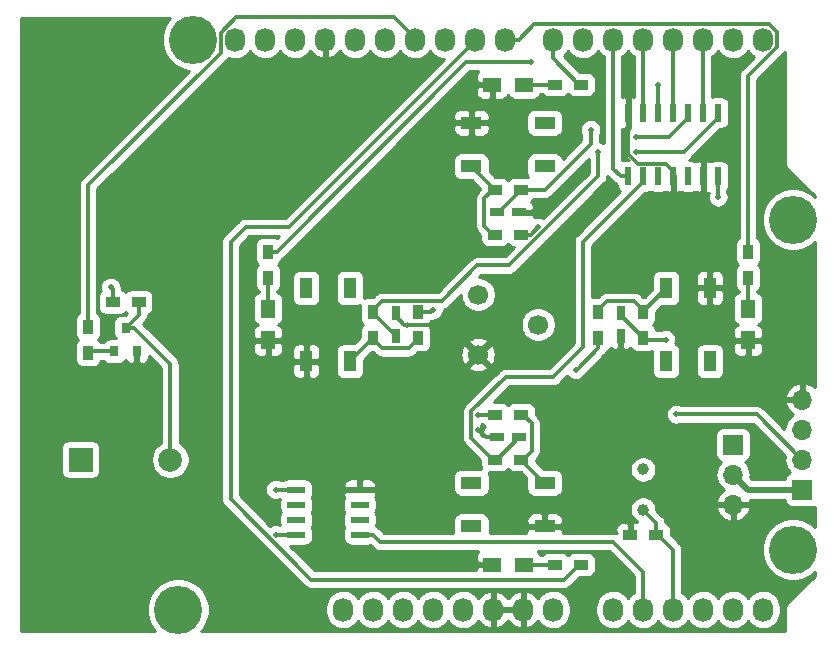
<source format=gbr>
G04 #@! TF.GenerationSoftware,KiCad,Pcbnew,(5.1.4)-1*
G04 #@! TF.CreationDate,2019-12-31T16:27:10-06:00*
G04 #@! TF.ProjectId,learning_shield,6c656172-6e69-46e6-975f-736869656c64,rev?*
G04 #@! TF.SameCoordinates,Original*
G04 #@! TF.FileFunction,Copper,L1,Top*
G04 #@! TF.FilePolarity,Positive*
%FSLAX46Y46*%
G04 Gerber Fmt 4.6, Leading zero omitted, Abs format (unit mm)*
G04 Created by KiCad (PCBNEW (5.1.4)-1) date 2019-12-31 16:27:10*
%MOMM*%
%LPD*%
G04 APERTURE LIST*
%ADD10C,1.700000*%
%ADD11O,1.727200X2.032000*%
%ADD12C,4.064000*%
%ADD13C,2.000000*%
%ADD14R,2.000000X2.000000*%
%ADD15R,0.750000X1.200000*%
%ADD16R,1.200000X0.750000*%
%ADD17R,1.300000X1.500000*%
%ADD18R,1.500000X1.300000*%
%ADD19O,1.700000X1.700000*%
%ADD20R,1.700000X1.700000*%
%ADD21R,0.800000X0.900000*%
%ADD22R,0.900000X1.200000*%
%ADD23R,1.200000X0.900000*%
%ADD24C,1.000000*%
%ADD25R,1.100000X1.800000*%
%ADD26R,1.800000X1.100000*%
%ADD27R,0.600000X1.500000*%
%ADD28R,1.550000X0.600000*%
%ADD29C,0.508000*%
%ADD30C,0.304800*%
%ADD31C,0.508000*%
%ADD32C,0.254000*%
G04 APERTURE END LIST*
D10*
X150368000Y-102235000D03*
X155448000Y-99695000D03*
X150368000Y-97155000D03*
D11*
X138938000Y-123825000D03*
X141478000Y-123825000D03*
X144018000Y-123825000D03*
X146558000Y-123825000D03*
X149098000Y-123825000D03*
X151638000Y-123825000D03*
X154178000Y-123825000D03*
X156718000Y-123825000D03*
X161798000Y-123825000D03*
X164338000Y-123825000D03*
X166878000Y-123825000D03*
X169418000Y-123825000D03*
X171958000Y-123825000D03*
X174498000Y-123825000D03*
X129794000Y-75565000D03*
X132334000Y-75565000D03*
X134874000Y-75565000D03*
X137414000Y-75565000D03*
X139954000Y-75565000D03*
X142494000Y-75565000D03*
X145034000Y-75565000D03*
X147574000Y-75565000D03*
X150114000Y-75565000D03*
X152654000Y-75565000D03*
X156718000Y-75565000D03*
X159258000Y-75565000D03*
X161798000Y-75565000D03*
X164338000Y-75565000D03*
X166878000Y-75565000D03*
X169418000Y-75565000D03*
X171958000Y-75565000D03*
X174498000Y-75565000D03*
D12*
X124968000Y-123825000D03*
X177038000Y-118745000D03*
X126238000Y-75565000D03*
X177038000Y-90805000D03*
D13*
X124313000Y-111125000D03*
D14*
X116713000Y-111125000D03*
D15*
X143383000Y-98745000D03*
X143383000Y-100645000D03*
D16*
X153858000Y-90170000D03*
X151958000Y-90170000D03*
D15*
X162433000Y-98745000D03*
X162433000Y-100645000D03*
D16*
X153858000Y-109220000D03*
X151958000Y-109220000D03*
D17*
X132588000Y-101045000D03*
X132588000Y-98345000D03*
D18*
X154258000Y-79375000D03*
X151558000Y-79375000D03*
D17*
X173228000Y-98345000D03*
X173228000Y-101045000D03*
D18*
X151558000Y-120015000D03*
X154258000Y-120015000D03*
D19*
X177800000Y-106045000D03*
X177800000Y-108585000D03*
X177800000Y-111125000D03*
D20*
X177800000Y-113665000D03*
D19*
X171958000Y-114935000D03*
X171958000Y-112395000D03*
D20*
X171958000Y-109855000D03*
D21*
X120523000Y-99965000D03*
X121473000Y-101965000D03*
X119573000Y-101965000D03*
D22*
X145288000Y-100795000D03*
X145288000Y-98595000D03*
D23*
X151808000Y-92075000D03*
X154008000Y-92075000D03*
D22*
X141478000Y-98595000D03*
X141478000Y-100795000D03*
D23*
X151808000Y-88265000D03*
X154008000Y-88265000D03*
D22*
X160528000Y-98595000D03*
X160528000Y-100795000D03*
D23*
X151808000Y-107315000D03*
X154008000Y-107315000D03*
D22*
X164338000Y-98595000D03*
X164338000Y-100795000D03*
D23*
X154008000Y-111125000D03*
X151808000Y-111125000D03*
D24*
X164338000Y-115365000D03*
X164338000Y-111965000D03*
D23*
X163238000Y-117475000D03*
X165438000Y-117475000D03*
D22*
X132588000Y-95715000D03*
X132588000Y-93515000D03*
D23*
X159088000Y-79375000D03*
X156888000Y-79375000D03*
D22*
X173228000Y-93515000D03*
X173228000Y-95715000D03*
D23*
X159088000Y-120015000D03*
X156888000Y-120015000D03*
D22*
X117348000Y-99865000D03*
X117348000Y-102065000D03*
D23*
X119423000Y-97790000D03*
X121623000Y-97790000D03*
D25*
X139518000Y-96595000D03*
X135818000Y-96595000D03*
X139518000Y-102795000D03*
X135818000Y-102795000D03*
D26*
X149808000Y-82605000D03*
X149808000Y-86305000D03*
X156008000Y-82605000D03*
X156008000Y-86305000D03*
D25*
X166298000Y-102795000D03*
X169998000Y-102795000D03*
X166298000Y-96595000D03*
X169998000Y-96595000D03*
D26*
X156008000Y-116785000D03*
X156008000Y-113085000D03*
X149808000Y-116785000D03*
X149808000Y-113085000D03*
D27*
X170688000Y-87155000D03*
X169418000Y-87155000D03*
X168148000Y-87155000D03*
X166878000Y-87155000D03*
X165608000Y-87155000D03*
X164338000Y-87155000D03*
X163068000Y-87155000D03*
X163068000Y-81755000D03*
X164338000Y-81755000D03*
X165608000Y-81755000D03*
X166878000Y-81755000D03*
X168148000Y-81755000D03*
X169418000Y-81755000D03*
X170688000Y-81755000D03*
D28*
X134968000Y-117475000D03*
X134968000Y-116205000D03*
X134968000Y-114935000D03*
X134968000Y-113665000D03*
X140368000Y-113665000D03*
X140368000Y-114935000D03*
X140368000Y-116205000D03*
X140368000Y-117475000D03*
D29*
X170688000Y-88900000D03*
X150368000Y-107315000D03*
X119253000Y-96520000D03*
X133223000Y-113665000D03*
X133223000Y-117475000D03*
X155448000Y-91440000D03*
X146558000Y-98425000D03*
X158623000Y-103505000D03*
X155448000Y-90170000D03*
X157988000Y-91440000D03*
X147193000Y-99695000D03*
X150368000Y-108585000D03*
X148463000Y-108585000D03*
X154813000Y-77470000D03*
X167150679Y-107296321D03*
X163703000Y-85090000D03*
X160528000Y-85090000D03*
X159893000Y-83185000D03*
X163703000Y-83820000D03*
X165608000Y-79375000D03*
X166243000Y-100965000D03*
D30*
X170688000Y-87155000D02*
X170688000Y-88900000D01*
X151808000Y-107315000D02*
X150368000Y-107315000D01*
X119423000Y-97790000D02*
X119423000Y-96690000D01*
X119423000Y-96690000D02*
X119253000Y-96520000D01*
X134968000Y-113665000D02*
X133223000Y-113665000D01*
X134968000Y-117475000D02*
X133223000Y-117475000D01*
X154008000Y-92075000D02*
X154813000Y-92075000D01*
X154813000Y-92075000D02*
X155448000Y-91440000D01*
X145288000Y-98595000D02*
X146388000Y-98595000D01*
X146388000Y-98595000D02*
X146558000Y-98425000D01*
X158722800Y-103505000D02*
X158623000Y-103505000D01*
X160528000Y-100795000D02*
X160528000Y-101699800D01*
X160528000Y-101699800D02*
X158722800Y-103505000D01*
D31*
X173228000Y-113665000D02*
X177800000Y-113665000D01*
X171958000Y-112395000D02*
X173228000Y-113665000D01*
D30*
X162433000Y-100645000D02*
X162433000Y-100500000D01*
X166878000Y-86705000D02*
X166878000Y-87155000D01*
X166273200Y-86100200D02*
X166878000Y-86705000D01*
X163886173Y-86100199D02*
X166273200Y-86100200D01*
X163068000Y-85282026D02*
X163886173Y-86100199D01*
X163068000Y-81755000D02*
X163068000Y-85282026D01*
X153858000Y-90170000D02*
X155448000Y-90170000D01*
X144789358Y-99695000D02*
X147193000Y-99695000D01*
X144108000Y-99695000D02*
X144789358Y-99695000D01*
X143383000Y-98745000D02*
X143383000Y-98970000D01*
X143383000Y-98970000D02*
X144108000Y-99695000D01*
X151958000Y-109220000D02*
X151003000Y-109220000D01*
X151003000Y-109220000D02*
X150368000Y-108585000D01*
X141447800Y-117475000D02*
X142082800Y-118110000D01*
X140368000Y-117475000D02*
X141447800Y-117475000D01*
X142082800Y-118110000D02*
X161798000Y-118110000D01*
X164338000Y-120650000D02*
X164338000Y-123825000D01*
X161798000Y-118110000D02*
X164338000Y-120650000D01*
X165438000Y-116465000D02*
X164338000Y-115365000D01*
X165438000Y-117475000D02*
X165438000Y-116465000D01*
X165588000Y-117475000D02*
X165438000Y-117475000D01*
X166878000Y-118765000D02*
X165588000Y-117475000D01*
X166878000Y-123825000D02*
X166878000Y-118765000D01*
X158938000Y-120015000D02*
X159088000Y-120015000D01*
X157668000Y-121285000D02*
X158938000Y-120015000D01*
X150114000Y-75565000D02*
X150114000Y-75717400D01*
X150114000Y-75717400D02*
X134391400Y-91440000D01*
X134391400Y-91440000D02*
X130683000Y-91440000D01*
X130683000Y-91440000D02*
X129413000Y-92710000D01*
X129413000Y-92710000D02*
X129413000Y-114492026D01*
X136205974Y-121285000D02*
X157668000Y-121285000D01*
X129413000Y-114492026D02*
X136205974Y-121285000D01*
X153822400Y-75565000D02*
X152654000Y-75565000D01*
X155143210Y-74244190D02*
X153822400Y-75565000D01*
X174981971Y-74244190D02*
X155143210Y-74244190D01*
X175666410Y-74928629D02*
X174981971Y-74244190D01*
X175666410Y-76201371D02*
X175666410Y-74928629D01*
X173228000Y-78639781D02*
X175666410Y-76201371D01*
X173228000Y-93515000D02*
X173228000Y-78639781D01*
X156718000Y-76885800D02*
X156718000Y-75565000D01*
X156718000Y-77155000D02*
X156718000Y-76885800D01*
X158938000Y-79375000D02*
X156718000Y-77155000D01*
X159088000Y-79375000D02*
X158938000Y-79375000D01*
X149387800Y-77470000D02*
X154813000Y-77470000D01*
X132588000Y-93515000D02*
X133342800Y-93515000D01*
X133342800Y-93515000D02*
X149387800Y-77470000D01*
X162463200Y-87155000D02*
X163068000Y-87155000D01*
X161798000Y-86489800D02*
X162463200Y-87155000D01*
X161798000Y-75565000D02*
X161798000Y-86489800D01*
X164338000Y-81305000D02*
X164338000Y-75565000D01*
X164338000Y-81755000D02*
X164338000Y-81305000D01*
X166878000Y-81755000D02*
X166878000Y-75565000D01*
X169418000Y-81755000D02*
X169418000Y-75565000D01*
X173971321Y-107296321D02*
X177800000Y-111125000D01*
X167150679Y-107296321D02*
X173971321Y-107296321D01*
X128574801Y-74979418D02*
X129894219Y-73660000D01*
X128574801Y-76686665D02*
X128574801Y-74979418D01*
X117348000Y-99865000D02*
X117348000Y-87913466D01*
X117348000Y-87913466D02*
X128574801Y-76686665D01*
X145034000Y-75412600D02*
X145034000Y-75565000D01*
X143281400Y-73660000D02*
X145034000Y-75412600D01*
X129894219Y-73660000D02*
X143281400Y-73660000D01*
X124313000Y-109710787D02*
X124313000Y-111125000D01*
X124313000Y-103050200D02*
X124313000Y-109710787D01*
X121227800Y-99965000D02*
X124313000Y-103050200D01*
X120523000Y-99965000D02*
X121227800Y-99965000D01*
X121623000Y-98865000D02*
X120523000Y-99965000D01*
X121623000Y-97790000D02*
X121623000Y-98865000D01*
X141478000Y-98740000D02*
X143383000Y-100645000D01*
X141478000Y-98595000D02*
X141478000Y-98740000D01*
X167681642Y-85090000D02*
X163703000Y-85090000D01*
X167803000Y-85090000D02*
X167681642Y-85090000D01*
X170688000Y-81755000D02*
X170688000Y-82205000D01*
X170688000Y-82205000D02*
X167803000Y-85090000D01*
X141478000Y-98445000D02*
X141478000Y-98595000D01*
X142232800Y-97690200D02*
X141478000Y-98445000D01*
X160528000Y-85090000D02*
X160528000Y-87153642D01*
X142232800Y-97690200D02*
X147292800Y-97690200D01*
X150288679Y-94694321D02*
X152987321Y-94694321D01*
X147292800Y-97690200D02*
X150288679Y-94694321D01*
X160528000Y-87153642D02*
X152987321Y-94694321D01*
X152103000Y-90170000D02*
X154008000Y-88265000D01*
X151958000Y-90170000D02*
X152103000Y-90170000D01*
X159893000Y-84418642D02*
X159893000Y-83185000D01*
X154008000Y-88265000D02*
X156046642Y-88265000D01*
X156046642Y-88265000D02*
X159893000Y-84418642D01*
X168148000Y-82205000D02*
X168148000Y-81755000D01*
X166533000Y-83820000D02*
X168148000Y-82205000D01*
X163703000Y-83820000D02*
X166533000Y-83820000D01*
X162433000Y-98890000D02*
X164338000Y-100795000D01*
X162433000Y-98745000D02*
X162433000Y-98890000D01*
X165608000Y-81755000D02*
X165608000Y-79375000D01*
X164508000Y-100965000D02*
X164338000Y-100795000D01*
X166243000Y-100965000D02*
X164508000Y-100965000D01*
X151953000Y-111125000D02*
X153858000Y-109220000D01*
X151808000Y-111125000D02*
X151953000Y-111125000D01*
X164338000Y-87605000D02*
X159258000Y-92685000D01*
X164338000Y-87155000D02*
X164338000Y-87605000D01*
X151658000Y-111125000D02*
X151808000Y-111125000D01*
X149809199Y-109276199D02*
X151658000Y-111125000D01*
X149809199Y-107046775D02*
X149809199Y-109276199D01*
X152715974Y-104140000D02*
X149809199Y-107046775D01*
X156718000Y-104140000D02*
X159258000Y-101600000D01*
X159258000Y-92685000D02*
X159258000Y-101600000D01*
X156718000Y-104140000D02*
X152715974Y-104140000D01*
X132588000Y-98345000D02*
X132588000Y-95715000D01*
X156888000Y-79375000D02*
X154258000Y-79375000D01*
X173228000Y-98345000D02*
X173228000Y-95715000D01*
X154258000Y-120015000D02*
X156888000Y-120015000D01*
X117448000Y-101965000D02*
X117348000Y-102065000D01*
X119573000Y-101965000D02*
X117448000Y-101965000D01*
X139518000Y-102755000D02*
X141478000Y-100795000D01*
X139518000Y-102795000D02*
X139518000Y-102755000D01*
X145288000Y-100945000D02*
X145288000Y-100795000D01*
X144533200Y-101699800D02*
X145288000Y-100945000D01*
X142232800Y-101699800D02*
X144533200Y-101699800D01*
X141478000Y-100945000D02*
X142232800Y-101699800D01*
X141478000Y-100795000D02*
X141478000Y-100945000D01*
X151658000Y-88265000D02*
X151808000Y-88265000D01*
X150903200Y-89019800D02*
X151658000Y-88265000D01*
X150903200Y-91320200D02*
X150903200Y-89019800D01*
X151658000Y-92075000D02*
X150903200Y-91320200D01*
X151808000Y-92075000D02*
X151658000Y-92075000D01*
X151768000Y-88265000D02*
X149808000Y-86305000D01*
X151808000Y-88265000D02*
X151768000Y-88265000D01*
X166298000Y-96635000D02*
X164338000Y-98595000D01*
X166298000Y-96595000D02*
X166298000Y-96635000D01*
X160528000Y-98445000D02*
X160528000Y-98595000D01*
X161282800Y-97690200D02*
X160528000Y-98445000D01*
X163583200Y-97690200D02*
X161282800Y-97690200D01*
X164338000Y-98445000D02*
X163583200Y-97690200D01*
X164338000Y-98595000D02*
X164338000Y-98445000D01*
X154158000Y-107315000D02*
X154008000Y-107315000D01*
X154912800Y-108069800D02*
X154158000Y-107315000D01*
X154912800Y-110370200D02*
X154912800Y-108069800D01*
X154158000Y-111125000D02*
X154912800Y-110370200D01*
X154008000Y-111125000D02*
X154158000Y-111125000D01*
X155968000Y-113085000D02*
X154008000Y-111125000D01*
X156008000Y-113085000D02*
X155968000Y-113085000D01*
D32*
G36*
X124166406Y-73864887D02*
G01*
X123874536Y-74301702D01*
X123673492Y-74787065D01*
X123571000Y-75302323D01*
X123571000Y-75827677D01*
X123673492Y-76342935D01*
X123874536Y-76828298D01*
X124166406Y-77265113D01*
X124537887Y-77636594D01*
X124974702Y-77928464D01*
X125460065Y-78129508D01*
X125925771Y-78222143D01*
X116818573Y-87329343D01*
X116788532Y-87353997D01*
X116763879Y-87384037D01*
X116690135Y-87473894D01*
X116617018Y-87610684D01*
X116571995Y-87759109D01*
X116556792Y-87913466D01*
X116560601Y-87952139D01*
X116560600Y-98725326D01*
X116543506Y-98734463D01*
X116446815Y-98813815D01*
X116367463Y-98910506D01*
X116308498Y-99020820D01*
X116272188Y-99140518D01*
X116259928Y-99265000D01*
X116259928Y-100465000D01*
X116272188Y-100589482D01*
X116308498Y-100709180D01*
X116367463Y-100819494D01*
X116446815Y-100916185D01*
X116506296Y-100965000D01*
X116446815Y-101013815D01*
X116367463Y-101110506D01*
X116308498Y-101220820D01*
X116272188Y-101340518D01*
X116259928Y-101465000D01*
X116259928Y-102665000D01*
X116272188Y-102789482D01*
X116308498Y-102909180D01*
X116367463Y-103019494D01*
X116446815Y-103116185D01*
X116543506Y-103195537D01*
X116653820Y-103254502D01*
X116773518Y-103290812D01*
X116898000Y-103303072D01*
X117798000Y-103303072D01*
X117922482Y-103290812D01*
X118042180Y-103254502D01*
X118152494Y-103195537D01*
X118249185Y-103116185D01*
X118328537Y-103019494D01*
X118387502Y-102909180D01*
X118423812Y-102789482D01*
X118427464Y-102752400D01*
X118633326Y-102752400D01*
X118642463Y-102769494D01*
X118721815Y-102866185D01*
X118818506Y-102945537D01*
X118928820Y-103004502D01*
X119048518Y-103040812D01*
X119173000Y-103053072D01*
X119973000Y-103053072D01*
X120097482Y-103040812D01*
X120217180Y-103004502D01*
X120327494Y-102945537D01*
X120424185Y-102866185D01*
X120503537Y-102769494D01*
X120523000Y-102733082D01*
X120542463Y-102769494D01*
X120621815Y-102866185D01*
X120718506Y-102945537D01*
X120828820Y-103004502D01*
X120948518Y-103040812D01*
X121073000Y-103053072D01*
X121187250Y-103050000D01*
X121346000Y-102891250D01*
X121346000Y-102092000D01*
X121326000Y-102092000D01*
X121326000Y-101838000D01*
X121346000Y-101838000D01*
X121346000Y-101818000D01*
X121600000Y-101818000D01*
X121600000Y-101838000D01*
X121620000Y-101838000D01*
X121620000Y-102092000D01*
X121600000Y-102092000D01*
X121600000Y-102891250D01*
X121758750Y-103050000D01*
X121873000Y-103053072D01*
X121997482Y-103040812D01*
X122117180Y-103004502D01*
X122227494Y-102945537D01*
X122324185Y-102866185D01*
X122403537Y-102769494D01*
X122462502Y-102659180D01*
X122498812Y-102539482D01*
X122511072Y-102415000D01*
X122510058Y-102360810D01*
X123525600Y-103376352D01*
X123525601Y-109672105D01*
X123525600Y-109672115D01*
X123525600Y-109684726D01*
X123270748Y-109855013D01*
X123043013Y-110082748D01*
X122864082Y-110350537D01*
X122740832Y-110648088D01*
X122678000Y-110963967D01*
X122678000Y-111286033D01*
X122740832Y-111601912D01*
X122864082Y-111899463D01*
X123043013Y-112167252D01*
X123270748Y-112394987D01*
X123538537Y-112573918D01*
X123836088Y-112697168D01*
X124151967Y-112760000D01*
X124474033Y-112760000D01*
X124789912Y-112697168D01*
X125087463Y-112573918D01*
X125355252Y-112394987D01*
X125582987Y-112167252D01*
X125761918Y-111899463D01*
X125885168Y-111601912D01*
X125948000Y-111286033D01*
X125948000Y-110963967D01*
X125885168Y-110648088D01*
X125761918Y-110350537D01*
X125582987Y-110082748D01*
X125355252Y-109855013D01*
X125100400Y-109684726D01*
X125100400Y-103088865D01*
X125104208Y-103050200D01*
X125100400Y-103011535D01*
X125100400Y-103011527D01*
X125089006Y-102895843D01*
X125043982Y-102747417D01*
X124970866Y-102610628D01*
X124912478Y-102539482D01*
X124897122Y-102520770D01*
X124897119Y-102520767D01*
X124872469Y-102490731D01*
X124842434Y-102466082D01*
X121988950Y-99612600D01*
X122152428Y-99449123D01*
X122182469Y-99424469D01*
X122260349Y-99329572D01*
X122280866Y-99304573D01*
X122353982Y-99167783D01*
X122381829Y-99075982D01*
X122399006Y-99019357D01*
X122410400Y-98903673D01*
X122410400Y-98903663D01*
X122414208Y-98865000D01*
X122412350Y-98846135D01*
X122467180Y-98829502D01*
X122577494Y-98770537D01*
X122674185Y-98691185D01*
X122753537Y-98594494D01*
X122812502Y-98484180D01*
X122848812Y-98364482D01*
X122861072Y-98240000D01*
X122861072Y-97340000D01*
X122848812Y-97215518D01*
X122812502Y-97095820D01*
X122753537Y-96985506D01*
X122674185Y-96888815D01*
X122577494Y-96809463D01*
X122467180Y-96750498D01*
X122347482Y-96714188D01*
X122223000Y-96701928D01*
X121023000Y-96701928D01*
X120898518Y-96714188D01*
X120778820Y-96750498D01*
X120668506Y-96809463D01*
X120571815Y-96888815D01*
X120523000Y-96948296D01*
X120474185Y-96888815D01*
X120377494Y-96809463D01*
X120267180Y-96750498D01*
X120210400Y-96733274D01*
X120210400Y-96728662D01*
X120214208Y-96689999D01*
X120210400Y-96651336D01*
X120210400Y-96651327D01*
X120199006Y-96535643D01*
X120153982Y-96387217D01*
X120120571Y-96324710D01*
X120107836Y-96260688D01*
X120040821Y-96098901D01*
X119943531Y-95953296D01*
X119819704Y-95829469D01*
X119674099Y-95732179D01*
X119512312Y-95665164D01*
X119340559Y-95631000D01*
X119165441Y-95631000D01*
X118993688Y-95665164D01*
X118831901Y-95732179D01*
X118686296Y-95829469D01*
X118562469Y-95953296D01*
X118465179Y-96098901D01*
X118398164Y-96260688D01*
X118364000Y-96432441D01*
X118364000Y-96607559D01*
X118398164Y-96779312D01*
X118425330Y-96844896D01*
X118371815Y-96888815D01*
X118292463Y-96985506D01*
X118233498Y-97095820D01*
X118197188Y-97215518D01*
X118184928Y-97340000D01*
X118184928Y-98240000D01*
X118197188Y-98364482D01*
X118233498Y-98484180D01*
X118292463Y-98594494D01*
X118371815Y-98691185D01*
X118468506Y-98770537D01*
X118578820Y-98829502D01*
X118698518Y-98865812D01*
X118823000Y-98878072D01*
X120023000Y-98878072D01*
X120147482Y-98865812D01*
X120267180Y-98829502D01*
X120377494Y-98770537D01*
X120474185Y-98691185D01*
X120523000Y-98631704D01*
X120571815Y-98691185D01*
X120633028Y-98741421D01*
X120497522Y-98876928D01*
X120123000Y-98876928D01*
X119998518Y-98889188D01*
X119878820Y-98925498D01*
X119768506Y-98984463D01*
X119671815Y-99063815D01*
X119592463Y-99160506D01*
X119533498Y-99270820D01*
X119497188Y-99390518D01*
X119484928Y-99515000D01*
X119484928Y-100415000D01*
X119497188Y-100539482D01*
X119533498Y-100659180D01*
X119592463Y-100769494D01*
X119671815Y-100866185D01*
X119684905Y-100876928D01*
X119173000Y-100876928D01*
X119048518Y-100889188D01*
X118928820Y-100925498D01*
X118818506Y-100984463D01*
X118721815Y-101063815D01*
X118642463Y-101160506D01*
X118633326Y-101177600D01*
X118364400Y-101177600D01*
X118328537Y-101110506D01*
X118249185Y-101013815D01*
X118189704Y-100965000D01*
X118249185Y-100916185D01*
X118328537Y-100819494D01*
X118387502Y-100709180D01*
X118423812Y-100589482D01*
X118436072Y-100465000D01*
X118436072Y-99265000D01*
X118423812Y-99140518D01*
X118387502Y-99020820D01*
X118328537Y-98910506D01*
X118249185Y-98813815D01*
X118152494Y-98734463D01*
X118135400Y-98725326D01*
X118135400Y-88239616D01*
X129104235Y-77270782D01*
X129134270Y-77246134D01*
X129177325Y-77193672D01*
X129232666Y-77126238D01*
X129232668Y-77126236D01*
X129238684Y-77114979D01*
X129500224Y-77194316D01*
X129794000Y-77223251D01*
X130087777Y-77194316D01*
X130370264Y-77108625D01*
X130630606Y-76969469D01*
X130858797Y-76782197D01*
X131046069Y-76554006D01*
X131064000Y-76520459D01*
X131081931Y-76554006D01*
X131269203Y-76782197D01*
X131497395Y-76969469D01*
X131757737Y-77108625D01*
X132040224Y-77194316D01*
X132334000Y-77223251D01*
X132627777Y-77194316D01*
X132910264Y-77108625D01*
X133170606Y-76969469D01*
X133398797Y-76782197D01*
X133586069Y-76554006D01*
X133604000Y-76520459D01*
X133621931Y-76554006D01*
X133809203Y-76782197D01*
X134037395Y-76969469D01*
X134297737Y-77108625D01*
X134580224Y-77194316D01*
X134874000Y-77223251D01*
X135167777Y-77194316D01*
X135450264Y-77108625D01*
X135710606Y-76969469D01*
X135938797Y-76782197D01*
X136126069Y-76554006D01*
X136147424Y-76514053D01*
X136295514Y-76716729D01*
X136511965Y-76915733D01*
X136763081Y-77068686D01*
X137039211Y-77169709D01*
X137054974Y-77172358D01*
X137287000Y-77051217D01*
X137287000Y-75692000D01*
X137267000Y-75692000D01*
X137267000Y-75438000D01*
X137287000Y-75438000D01*
X137287000Y-75418000D01*
X137541000Y-75418000D01*
X137541000Y-75438000D01*
X137561000Y-75438000D01*
X137561000Y-75692000D01*
X137541000Y-75692000D01*
X137541000Y-77051217D01*
X137773026Y-77172358D01*
X137788789Y-77169709D01*
X138064919Y-77068686D01*
X138316035Y-76915733D01*
X138532486Y-76716729D01*
X138680576Y-76514053D01*
X138701931Y-76554006D01*
X138889203Y-76782197D01*
X139117395Y-76969469D01*
X139377737Y-77108625D01*
X139660224Y-77194316D01*
X139954000Y-77223251D01*
X140247777Y-77194316D01*
X140530264Y-77108625D01*
X140790606Y-76969469D01*
X141018797Y-76782197D01*
X141206069Y-76554006D01*
X141224000Y-76520459D01*
X141241931Y-76554006D01*
X141429203Y-76782197D01*
X141657395Y-76969469D01*
X141917737Y-77108625D01*
X142200224Y-77194316D01*
X142494000Y-77223251D01*
X142787777Y-77194316D01*
X143070264Y-77108625D01*
X143330606Y-76969469D01*
X143558797Y-76782197D01*
X143746069Y-76554006D01*
X143764000Y-76520459D01*
X143781931Y-76554006D01*
X143969203Y-76782197D01*
X144197395Y-76969469D01*
X144457737Y-77108625D01*
X144740224Y-77194316D01*
X145034000Y-77223251D01*
X145327777Y-77194316D01*
X145610264Y-77108625D01*
X145870606Y-76969469D01*
X146098797Y-76782197D01*
X146286069Y-76554006D01*
X146304000Y-76520459D01*
X146321931Y-76554006D01*
X146509203Y-76782197D01*
X146737395Y-76969469D01*
X146997737Y-77108625D01*
X147280224Y-77194316D01*
X147501717Y-77216132D01*
X134065250Y-90652600D01*
X130721662Y-90652600D01*
X130682999Y-90648792D01*
X130644336Y-90652600D01*
X130644327Y-90652600D01*
X130528643Y-90663994D01*
X130380217Y-90709018D01*
X130243428Y-90782134D01*
X130217055Y-90803778D01*
X130153569Y-90855879D01*
X130153567Y-90855881D01*
X130123531Y-90880531D01*
X130098881Y-90910567D01*
X128883577Y-92125873D01*
X128853531Y-92150531D01*
X128755134Y-92270429D01*
X128682018Y-92407218D01*
X128636994Y-92555644D01*
X128625600Y-92671328D01*
X128625600Y-92671337D01*
X128621792Y-92710000D01*
X128625600Y-92748663D01*
X128625601Y-114453353D01*
X128621792Y-114492026D01*
X128636995Y-114646383D01*
X128682018Y-114794808D01*
X128721939Y-114869494D01*
X128755135Y-114931598D01*
X128853532Y-115051495D01*
X128883573Y-115076149D01*
X135621851Y-121814428D01*
X135646505Y-121844469D01*
X135705439Y-121892835D01*
X135766401Y-121942866D01*
X135870363Y-121998435D01*
X135903191Y-122015982D01*
X136051617Y-122061006D01*
X136167301Y-122072400D01*
X136167311Y-122072400D01*
X136205974Y-122076208D01*
X136244637Y-122072400D01*
X157629337Y-122072400D01*
X157668000Y-122076208D01*
X157706663Y-122072400D01*
X157706673Y-122072400D01*
X157822357Y-122061006D01*
X157970783Y-122015982D01*
X158107572Y-121942866D01*
X158227469Y-121844469D01*
X158252127Y-121814423D01*
X158963479Y-121103072D01*
X159688000Y-121103072D01*
X159812482Y-121090812D01*
X159932180Y-121054502D01*
X160042494Y-120995537D01*
X160139185Y-120916185D01*
X160218537Y-120819494D01*
X160277502Y-120709180D01*
X160313812Y-120589482D01*
X160326072Y-120465000D01*
X160326072Y-119565000D01*
X160313812Y-119440518D01*
X160277502Y-119320820D01*
X160218537Y-119210506D01*
X160139185Y-119113815D01*
X160042494Y-119034463D01*
X159932180Y-118975498D01*
X159812482Y-118939188D01*
X159688000Y-118926928D01*
X158488000Y-118926928D01*
X158363518Y-118939188D01*
X158243820Y-118975498D01*
X158133506Y-119034463D01*
X158036815Y-119113815D01*
X157988000Y-119173296D01*
X157939185Y-119113815D01*
X157842494Y-119034463D01*
X157732180Y-118975498D01*
X157612482Y-118939188D01*
X157488000Y-118926928D01*
X156288000Y-118926928D01*
X156163518Y-118939188D01*
X156043820Y-118975498D01*
X155933506Y-119034463D01*
X155836815Y-119113815D01*
X155757463Y-119210506D01*
X155748326Y-119227600D01*
X155629893Y-119227600D01*
X155597502Y-119120820D01*
X155538537Y-119010506D01*
X155459185Y-118913815D01*
X155439183Y-118897400D01*
X161471850Y-118897400D01*
X163550600Y-120976152D01*
X163550601Y-122394229D01*
X163501394Y-122420531D01*
X163273203Y-122607803D01*
X163085931Y-122835995D01*
X163068000Y-122869541D01*
X163050069Y-122835994D01*
X162862797Y-122607803D01*
X162634605Y-122420531D01*
X162374263Y-122281375D01*
X162091776Y-122195684D01*
X161798000Y-122166749D01*
X161504223Y-122195684D01*
X161221736Y-122281375D01*
X160961394Y-122420531D01*
X160733203Y-122607803D01*
X160545931Y-122835995D01*
X160406775Y-123096337D01*
X160321084Y-123378824D01*
X160299400Y-123598982D01*
X160299400Y-124051019D01*
X160321084Y-124271177D01*
X160406775Y-124553664D01*
X160545931Y-124814006D01*
X160733203Y-125042197D01*
X160961395Y-125229469D01*
X161221737Y-125368625D01*
X161504224Y-125454316D01*
X161798000Y-125483251D01*
X162091777Y-125454316D01*
X162374264Y-125368625D01*
X162634606Y-125229469D01*
X162862797Y-125042197D01*
X163050069Y-124814006D01*
X163068000Y-124780459D01*
X163085931Y-124814006D01*
X163273203Y-125042197D01*
X163501395Y-125229469D01*
X163761737Y-125368625D01*
X164044224Y-125454316D01*
X164338000Y-125483251D01*
X164631777Y-125454316D01*
X164914264Y-125368625D01*
X165174606Y-125229469D01*
X165402797Y-125042197D01*
X165590069Y-124814006D01*
X165608000Y-124780459D01*
X165625931Y-124814006D01*
X165813203Y-125042197D01*
X166041395Y-125229469D01*
X166301737Y-125368625D01*
X166584224Y-125454316D01*
X166878000Y-125483251D01*
X167171777Y-125454316D01*
X167454264Y-125368625D01*
X167714606Y-125229469D01*
X167942797Y-125042197D01*
X168130069Y-124814006D01*
X168148000Y-124780459D01*
X168165931Y-124814006D01*
X168353203Y-125042197D01*
X168581395Y-125229469D01*
X168841737Y-125368625D01*
X169124224Y-125454316D01*
X169418000Y-125483251D01*
X169711777Y-125454316D01*
X169994264Y-125368625D01*
X170254606Y-125229469D01*
X170482797Y-125042197D01*
X170670069Y-124814006D01*
X170688000Y-124780459D01*
X170705931Y-124814006D01*
X170893203Y-125042197D01*
X171121395Y-125229469D01*
X171381737Y-125368625D01*
X171664224Y-125454316D01*
X171958000Y-125483251D01*
X172251777Y-125454316D01*
X172534264Y-125368625D01*
X172794606Y-125229469D01*
X173022797Y-125042197D01*
X173210069Y-124814006D01*
X173228000Y-124780459D01*
X173245931Y-124814006D01*
X173433203Y-125042197D01*
X173661395Y-125229469D01*
X173921737Y-125368625D01*
X174204224Y-125454316D01*
X174498000Y-125483251D01*
X174791777Y-125454316D01*
X175074264Y-125368625D01*
X175334606Y-125229469D01*
X175562797Y-125042197D01*
X175750069Y-124814006D01*
X175889225Y-124553663D01*
X175974916Y-124271176D01*
X175996600Y-124051018D01*
X175996600Y-123598981D01*
X175974916Y-123378823D01*
X175889225Y-123096336D01*
X175750069Y-122835994D01*
X175562797Y-122607803D01*
X175334605Y-122420531D01*
X175074263Y-122281375D01*
X174791776Y-122195684D01*
X174498000Y-122166749D01*
X174204223Y-122195684D01*
X173921736Y-122281375D01*
X173661394Y-122420531D01*
X173433203Y-122607803D01*
X173245931Y-122835995D01*
X173228000Y-122869541D01*
X173210069Y-122835994D01*
X173022797Y-122607803D01*
X172794605Y-122420531D01*
X172534263Y-122281375D01*
X172251776Y-122195684D01*
X171958000Y-122166749D01*
X171664223Y-122195684D01*
X171381736Y-122281375D01*
X171121394Y-122420531D01*
X170893203Y-122607803D01*
X170705931Y-122835995D01*
X170688000Y-122869541D01*
X170670069Y-122835994D01*
X170482797Y-122607803D01*
X170254605Y-122420531D01*
X169994263Y-122281375D01*
X169711776Y-122195684D01*
X169418000Y-122166749D01*
X169124223Y-122195684D01*
X168841736Y-122281375D01*
X168581394Y-122420531D01*
X168353203Y-122607803D01*
X168165931Y-122835995D01*
X168148000Y-122869541D01*
X168130069Y-122835994D01*
X167942797Y-122607803D01*
X167714605Y-122420531D01*
X167665400Y-122394230D01*
X167665400Y-118803662D01*
X167669208Y-118764999D01*
X167665400Y-118726336D01*
X167665400Y-118726327D01*
X167654006Y-118610643D01*
X167608982Y-118462217D01*
X167535866Y-118325428D01*
X167487266Y-118266209D01*
X167462121Y-118235569D01*
X167462119Y-118235567D01*
X167437469Y-118205531D01*
X167407433Y-118180881D01*
X166676072Y-117449521D01*
X166676072Y-117025000D01*
X166663812Y-116900518D01*
X166627502Y-116780820D01*
X166568537Y-116670506D01*
X166489185Y-116573815D01*
X166392494Y-116494463D01*
X166282180Y-116435498D01*
X166224582Y-116418026D01*
X166214006Y-116310643D01*
X166168982Y-116162217D01*
X166123967Y-116078000D01*
X166095866Y-116025427D01*
X166022121Y-115935570D01*
X165997469Y-115905531D01*
X165967428Y-115880877D01*
X165473000Y-115386449D01*
X165473000Y-115291890D01*
X170516524Y-115291890D01*
X170561175Y-115439099D01*
X170686359Y-115701920D01*
X170860412Y-115935269D01*
X171076645Y-116130178D01*
X171326748Y-116279157D01*
X171601109Y-116376481D01*
X171831000Y-116255814D01*
X171831000Y-115062000D01*
X172085000Y-115062000D01*
X172085000Y-116255814D01*
X172314891Y-116376481D01*
X172589252Y-116279157D01*
X172839355Y-116130178D01*
X173055588Y-115935269D01*
X173229641Y-115701920D01*
X173354825Y-115439099D01*
X173399476Y-115291890D01*
X173278155Y-115062000D01*
X172085000Y-115062000D01*
X171831000Y-115062000D01*
X170637845Y-115062000D01*
X170516524Y-115291890D01*
X165473000Y-115291890D01*
X165473000Y-115253212D01*
X165429383Y-115033933D01*
X165343824Y-114827376D01*
X165219612Y-114641480D01*
X165061520Y-114483388D01*
X164875624Y-114359176D01*
X164669067Y-114273617D01*
X164449788Y-114230000D01*
X164226212Y-114230000D01*
X164006933Y-114273617D01*
X163800376Y-114359176D01*
X163614480Y-114483388D01*
X163456388Y-114641480D01*
X163332176Y-114827376D01*
X163246617Y-115033933D01*
X163203000Y-115253212D01*
X163203000Y-115476788D01*
X163246617Y-115696067D01*
X163332176Y-115902624D01*
X163456388Y-116088520D01*
X163614480Y-116246612D01*
X163800376Y-116370824D01*
X163839646Y-116387090D01*
X163838000Y-116386928D01*
X163523750Y-116390000D01*
X163365000Y-116548750D01*
X163365000Y-117348000D01*
X163385000Y-117348000D01*
X163385000Y-117602000D01*
X163365000Y-117602000D01*
X163365000Y-117622000D01*
X163111000Y-117622000D01*
X163111000Y-117602000D01*
X163091000Y-117602000D01*
X163091000Y-117348000D01*
X163111000Y-117348000D01*
X163111000Y-116548750D01*
X162952250Y-116390000D01*
X162638000Y-116386928D01*
X162513518Y-116399188D01*
X162393820Y-116435498D01*
X162283506Y-116494463D01*
X162186815Y-116573815D01*
X162107463Y-116670506D01*
X162048498Y-116780820D01*
X162012188Y-116900518D01*
X161999928Y-117025000D01*
X162003000Y-117189250D01*
X162161748Y-117347998D01*
X162003000Y-117347998D01*
X162003000Y-117349356D01*
X161952357Y-117333994D01*
X161836673Y-117322600D01*
X161836663Y-117322600D01*
X161798000Y-117318792D01*
X161759337Y-117322600D01*
X157545928Y-117322600D01*
X157543000Y-117070750D01*
X157384250Y-116912000D01*
X156135000Y-116912000D01*
X156135000Y-116932000D01*
X155881000Y-116932000D01*
X155881000Y-116912000D01*
X154631750Y-116912000D01*
X154473000Y-117070750D01*
X154470072Y-117322600D01*
X151346072Y-117322600D01*
X151346072Y-116235000D01*
X154469928Y-116235000D01*
X154473000Y-116499250D01*
X154631750Y-116658000D01*
X155881000Y-116658000D01*
X155881000Y-115758750D01*
X156135000Y-115758750D01*
X156135000Y-116658000D01*
X157384250Y-116658000D01*
X157543000Y-116499250D01*
X157546072Y-116235000D01*
X157533812Y-116110518D01*
X157497502Y-115990820D01*
X157438537Y-115880506D01*
X157359185Y-115783815D01*
X157262494Y-115704463D01*
X157152180Y-115645498D01*
X157032482Y-115609188D01*
X156908000Y-115596928D01*
X156293750Y-115600000D01*
X156135000Y-115758750D01*
X155881000Y-115758750D01*
X155722250Y-115600000D01*
X155108000Y-115596928D01*
X154983518Y-115609188D01*
X154863820Y-115645498D01*
X154753506Y-115704463D01*
X154656815Y-115783815D01*
X154577463Y-115880506D01*
X154518498Y-115990820D01*
X154482188Y-116110518D01*
X154469928Y-116235000D01*
X151346072Y-116235000D01*
X151333812Y-116110518D01*
X151297502Y-115990820D01*
X151238537Y-115880506D01*
X151159185Y-115783815D01*
X151062494Y-115704463D01*
X150952180Y-115645498D01*
X150832482Y-115609188D01*
X150708000Y-115596928D01*
X148908000Y-115596928D01*
X148783518Y-115609188D01*
X148663820Y-115645498D01*
X148553506Y-115704463D01*
X148456815Y-115783815D01*
X148377463Y-115880506D01*
X148318498Y-115990820D01*
X148282188Y-116110518D01*
X148269928Y-116235000D01*
X148269928Y-117322600D01*
X142408951Y-117322600D01*
X142031927Y-116945577D01*
X142007269Y-116915531D01*
X141887372Y-116817134D01*
X141750583Y-116744018D01*
X141735460Y-116739430D01*
X141768812Y-116629482D01*
X141781072Y-116505000D01*
X141781072Y-115905000D01*
X141768812Y-115780518D01*
X141732502Y-115660820D01*
X141683957Y-115570000D01*
X141732502Y-115479180D01*
X141768812Y-115359482D01*
X141781072Y-115235000D01*
X141781072Y-114635000D01*
X141768812Y-114510518D01*
X141732502Y-114390820D01*
X141683957Y-114300000D01*
X141732502Y-114209180D01*
X141768812Y-114089482D01*
X141781072Y-113965000D01*
X141778000Y-113950750D01*
X141619250Y-113792000D01*
X140495000Y-113792000D01*
X140495000Y-113812000D01*
X140241000Y-113812000D01*
X140241000Y-113792000D01*
X139116750Y-113792000D01*
X138958000Y-113950750D01*
X138954928Y-113965000D01*
X138967188Y-114089482D01*
X139003498Y-114209180D01*
X139052043Y-114300000D01*
X139003498Y-114390820D01*
X138967188Y-114510518D01*
X138954928Y-114635000D01*
X138954928Y-115235000D01*
X138967188Y-115359482D01*
X139003498Y-115479180D01*
X139052043Y-115570000D01*
X139003498Y-115660820D01*
X138967188Y-115780518D01*
X138954928Y-115905000D01*
X138954928Y-116505000D01*
X138967188Y-116629482D01*
X139003498Y-116749180D01*
X139052043Y-116840000D01*
X139003498Y-116930820D01*
X138967188Y-117050518D01*
X138954928Y-117175000D01*
X138954928Y-117775000D01*
X138967188Y-117899482D01*
X139003498Y-118019180D01*
X139062463Y-118129494D01*
X139141815Y-118226185D01*
X139238506Y-118305537D01*
X139348820Y-118364502D01*
X139468518Y-118400812D01*
X139593000Y-118413072D01*
X141143000Y-118413072D01*
X141260726Y-118401477D01*
X141498681Y-118639433D01*
X141523331Y-118669469D01*
X141553367Y-118694119D01*
X141553370Y-118694122D01*
X141639735Y-118764999D01*
X141643228Y-118767866D01*
X141780017Y-118840982D01*
X141928443Y-118886006D01*
X142044127Y-118897400D01*
X142044135Y-118897400D01*
X142082800Y-118901208D01*
X142121465Y-118897400D01*
X150376817Y-118897400D01*
X150356815Y-118913815D01*
X150277463Y-119010506D01*
X150218498Y-119120820D01*
X150182188Y-119240518D01*
X150169928Y-119365000D01*
X150173000Y-119729250D01*
X150331750Y-119888000D01*
X151431000Y-119888000D01*
X151431000Y-119868000D01*
X151685000Y-119868000D01*
X151685000Y-119888000D01*
X151705000Y-119888000D01*
X151705000Y-120142000D01*
X151685000Y-120142000D01*
X151685000Y-120162000D01*
X151431000Y-120162000D01*
X151431000Y-120142000D01*
X150331750Y-120142000D01*
X150173000Y-120300750D01*
X150171340Y-120497600D01*
X136532125Y-120497600D01*
X134447597Y-118413072D01*
X135743000Y-118413072D01*
X135867482Y-118400812D01*
X135987180Y-118364502D01*
X136097494Y-118305537D01*
X136194185Y-118226185D01*
X136273537Y-118129494D01*
X136332502Y-118019180D01*
X136368812Y-117899482D01*
X136381072Y-117775000D01*
X136381072Y-117175000D01*
X136368812Y-117050518D01*
X136332502Y-116930820D01*
X136283957Y-116840000D01*
X136332502Y-116749180D01*
X136368812Y-116629482D01*
X136381072Y-116505000D01*
X136381072Y-115905000D01*
X136368812Y-115780518D01*
X136332502Y-115660820D01*
X136283957Y-115570000D01*
X136332502Y-115479180D01*
X136368812Y-115359482D01*
X136381072Y-115235000D01*
X136381072Y-114635000D01*
X136368812Y-114510518D01*
X136332502Y-114390820D01*
X136283957Y-114300000D01*
X136332502Y-114209180D01*
X136368812Y-114089482D01*
X136381072Y-113965000D01*
X136381072Y-113365000D01*
X138954928Y-113365000D01*
X138958000Y-113379250D01*
X139116750Y-113538000D01*
X140241000Y-113538000D01*
X140241000Y-112888750D01*
X140495000Y-112888750D01*
X140495000Y-113538000D01*
X141619250Y-113538000D01*
X141778000Y-113379250D01*
X141781072Y-113365000D01*
X141768812Y-113240518D01*
X141732502Y-113120820D01*
X141673537Y-113010506D01*
X141594185Y-112913815D01*
X141497494Y-112834463D01*
X141387180Y-112775498D01*
X141267482Y-112739188D01*
X141143000Y-112726928D01*
X140653750Y-112730000D01*
X140495000Y-112888750D01*
X140241000Y-112888750D01*
X140082250Y-112730000D01*
X139593000Y-112726928D01*
X139468518Y-112739188D01*
X139348820Y-112775498D01*
X139238506Y-112834463D01*
X139141815Y-112913815D01*
X139062463Y-113010506D01*
X139003498Y-113120820D01*
X138967188Y-113240518D01*
X138954928Y-113365000D01*
X136381072Y-113365000D01*
X136368812Y-113240518D01*
X136332502Y-113120820D01*
X136273537Y-113010506D01*
X136194185Y-112913815D01*
X136097494Y-112834463D01*
X135987180Y-112775498D01*
X135867482Y-112739188D01*
X135743000Y-112726928D01*
X134193000Y-112726928D01*
X134068518Y-112739188D01*
X133948820Y-112775498D01*
X133838506Y-112834463D01*
X133785943Y-112877600D01*
X133644729Y-112877600D01*
X133644099Y-112877179D01*
X133482312Y-112810164D01*
X133310559Y-112776000D01*
X133135441Y-112776000D01*
X132963688Y-112810164D01*
X132801901Y-112877179D01*
X132656296Y-112974469D01*
X132532469Y-113098296D01*
X132435179Y-113243901D01*
X132368164Y-113405688D01*
X132334000Y-113577441D01*
X132334000Y-113752559D01*
X132368164Y-113924312D01*
X132435179Y-114086099D01*
X132532469Y-114231704D01*
X132656296Y-114355531D01*
X132801901Y-114452821D01*
X132963688Y-114519836D01*
X133135441Y-114554000D01*
X133310559Y-114554000D01*
X133482312Y-114519836D01*
X133576153Y-114480966D01*
X133567188Y-114510518D01*
X133554928Y-114635000D01*
X133554928Y-115235000D01*
X133567188Y-115359482D01*
X133603498Y-115479180D01*
X133652043Y-115570000D01*
X133603498Y-115660820D01*
X133567188Y-115780518D01*
X133554928Y-115905000D01*
X133554928Y-116505000D01*
X133567188Y-116629482D01*
X133576153Y-116659034D01*
X133482312Y-116620164D01*
X133310559Y-116586000D01*
X133135441Y-116586000D01*
X132963688Y-116620164D01*
X132801901Y-116687179D01*
X132753826Y-116719302D01*
X130200400Y-114165876D01*
X130200400Y-103695000D01*
X134629928Y-103695000D01*
X134642188Y-103819482D01*
X134678498Y-103939180D01*
X134737463Y-104049494D01*
X134816815Y-104146185D01*
X134913506Y-104225537D01*
X135023820Y-104284502D01*
X135143518Y-104320812D01*
X135268000Y-104333072D01*
X135532250Y-104330000D01*
X135691000Y-104171250D01*
X135691000Y-102922000D01*
X135945000Y-102922000D01*
X135945000Y-104171250D01*
X136103750Y-104330000D01*
X136368000Y-104333072D01*
X136492482Y-104320812D01*
X136612180Y-104284502D01*
X136722494Y-104225537D01*
X136819185Y-104146185D01*
X136898537Y-104049494D01*
X136957502Y-103939180D01*
X136993812Y-103819482D01*
X137006072Y-103695000D01*
X137003000Y-103080750D01*
X136844250Y-102922000D01*
X135945000Y-102922000D01*
X135691000Y-102922000D01*
X134791750Y-102922000D01*
X134633000Y-103080750D01*
X134629928Y-103695000D01*
X130200400Y-103695000D01*
X130200400Y-101795000D01*
X131299928Y-101795000D01*
X131312188Y-101919482D01*
X131348498Y-102039180D01*
X131407463Y-102149494D01*
X131486815Y-102246185D01*
X131583506Y-102325537D01*
X131693820Y-102384502D01*
X131813518Y-102420812D01*
X131938000Y-102433072D01*
X132302250Y-102430000D01*
X132461000Y-102271250D01*
X132461000Y-101172000D01*
X132715000Y-101172000D01*
X132715000Y-102271250D01*
X132873750Y-102430000D01*
X133238000Y-102433072D01*
X133362482Y-102420812D01*
X133482180Y-102384502D01*
X133592494Y-102325537D01*
X133689185Y-102246185D01*
X133768537Y-102149494D01*
X133827502Y-102039180D01*
X133863812Y-101919482D01*
X133866223Y-101895000D01*
X134629928Y-101895000D01*
X134633000Y-102509250D01*
X134791750Y-102668000D01*
X135691000Y-102668000D01*
X135691000Y-101418750D01*
X135945000Y-101418750D01*
X135945000Y-102668000D01*
X136844250Y-102668000D01*
X137003000Y-102509250D01*
X137006072Y-101895000D01*
X136993812Y-101770518D01*
X136957502Y-101650820D01*
X136898537Y-101540506D01*
X136819185Y-101443815D01*
X136722494Y-101364463D01*
X136612180Y-101305498D01*
X136492482Y-101269188D01*
X136368000Y-101256928D01*
X136103750Y-101260000D01*
X135945000Y-101418750D01*
X135691000Y-101418750D01*
X135532250Y-101260000D01*
X135268000Y-101256928D01*
X135143518Y-101269188D01*
X135023820Y-101305498D01*
X134913506Y-101364463D01*
X134816815Y-101443815D01*
X134737463Y-101540506D01*
X134678498Y-101650820D01*
X134642188Y-101770518D01*
X134629928Y-101895000D01*
X133866223Y-101895000D01*
X133876072Y-101795000D01*
X133873000Y-101330750D01*
X133714250Y-101172000D01*
X132715000Y-101172000D01*
X132461000Y-101172000D01*
X131461750Y-101172000D01*
X131303000Y-101330750D01*
X131299928Y-101795000D01*
X130200400Y-101795000D01*
X130200400Y-93036150D01*
X131009152Y-92227400D01*
X133516850Y-92227400D01*
X133371180Y-92373070D01*
X133282180Y-92325498D01*
X133162482Y-92289188D01*
X133038000Y-92276928D01*
X132138000Y-92276928D01*
X132013518Y-92289188D01*
X131893820Y-92325498D01*
X131783506Y-92384463D01*
X131686815Y-92463815D01*
X131607463Y-92560506D01*
X131548498Y-92670820D01*
X131512188Y-92790518D01*
X131499928Y-92915000D01*
X131499928Y-94115000D01*
X131512188Y-94239482D01*
X131548498Y-94359180D01*
X131607463Y-94469494D01*
X131686815Y-94566185D01*
X131746296Y-94615000D01*
X131686815Y-94663815D01*
X131607463Y-94760506D01*
X131548498Y-94870820D01*
X131512188Y-94990518D01*
X131499928Y-95115000D01*
X131499928Y-96315000D01*
X131512188Y-96439482D01*
X131548498Y-96559180D01*
X131607463Y-96669494D01*
X131686815Y-96766185D01*
X131783506Y-96845537D01*
X131800601Y-96854674D01*
X131800601Y-96973106D01*
X131693820Y-97005498D01*
X131583506Y-97064463D01*
X131486815Y-97143815D01*
X131407463Y-97240506D01*
X131348498Y-97350820D01*
X131312188Y-97470518D01*
X131299928Y-97595000D01*
X131299928Y-99095000D01*
X131312188Y-99219482D01*
X131348498Y-99339180D01*
X131407463Y-99449494D01*
X131486815Y-99546185D01*
X131583506Y-99625537D01*
X131693820Y-99684502D01*
X131728427Y-99695000D01*
X131693820Y-99705498D01*
X131583506Y-99764463D01*
X131486815Y-99843815D01*
X131407463Y-99940506D01*
X131348498Y-100050820D01*
X131312188Y-100170518D01*
X131299928Y-100295000D01*
X131303000Y-100759250D01*
X131461750Y-100918000D01*
X132461000Y-100918000D01*
X132461000Y-100898000D01*
X132715000Y-100898000D01*
X132715000Y-100918000D01*
X133714250Y-100918000D01*
X133873000Y-100759250D01*
X133876072Y-100295000D01*
X133863812Y-100170518D01*
X133827502Y-100050820D01*
X133768537Y-99940506D01*
X133689185Y-99843815D01*
X133592494Y-99764463D01*
X133482180Y-99705498D01*
X133447573Y-99695000D01*
X133482180Y-99684502D01*
X133592494Y-99625537D01*
X133689185Y-99546185D01*
X133768537Y-99449494D01*
X133827502Y-99339180D01*
X133863812Y-99219482D01*
X133876072Y-99095000D01*
X133876072Y-97595000D01*
X133863812Y-97470518D01*
X133827502Y-97350820D01*
X133768537Y-97240506D01*
X133689185Y-97143815D01*
X133592494Y-97064463D01*
X133482180Y-97005498D01*
X133375400Y-96973107D01*
X133375400Y-96854674D01*
X133392494Y-96845537D01*
X133489185Y-96766185D01*
X133568537Y-96669494D01*
X133627502Y-96559180D01*
X133663812Y-96439482D01*
X133676072Y-96315000D01*
X133676072Y-95695000D01*
X134629928Y-95695000D01*
X134629928Y-97495000D01*
X134642188Y-97619482D01*
X134678498Y-97739180D01*
X134737463Y-97849494D01*
X134816815Y-97946185D01*
X134913506Y-98025537D01*
X135023820Y-98084502D01*
X135143518Y-98120812D01*
X135268000Y-98133072D01*
X136368000Y-98133072D01*
X136492482Y-98120812D01*
X136612180Y-98084502D01*
X136722494Y-98025537D01*
X136819185Y-97946185D01*
X136898537Y-97849494D01*
X136957502Y-97739180D01*
X136993812Y-97619482D01*
X137006072Y-97495000D01*
X137006072Y-95695000D01*
X136993812Y-95570518D01*
X136957502Y-95450820D01*
X136898537Y-95340506D01*
X136819185Y-95243815D01*
X136722494Y-95164463D01*
X136612180Y-95105498D01*
X136492482Y-95069188D01*
X136368000Y-95056928D01*
X135268000Y-95056928D01*
X135143518Y-95069188D01*
X135023820Y-95105498D01*
X134913506Y-95164463D01*
X134816815Y-95243815D01*
X134737463Y-95340506D01*
X134678498Y-95450820D01*
X134642188Y-95570518D01*
X134629928Y-95695000D01*
X133676072Y-95695000D01*
X133676072Y-95115000D01*
X133663812Y-94990518D01*
X133627502Y-94870820D01*
X133568537Y-94760506D01*
X133489185Y-94663815D01*
X133429704Y-94615000D01*
X133489185Y-94566185D01*
X133568537Y-94469494D01*
X133627502Y-94359180D01*
X133663812Y-94239482D01*
X133664149Y-94236058D01*
X133782372Y-94172866D01*
X133902269Y-94074469D01*
X133926928Y-94044422D01*
X144816351Y-83155000D01*
X148269928Y-83155000D01*
X148282188Y-83279482D01*
X148318498Y-83399180D01*
X148377463Y-83509494D01*
X148456815Y-83606185D01*
X148553506Y-83685537D01*
X148663820Y-83744502D01*
X148783518Y-83780812D01*
X148908000Y-83793072D01*
X149522250Y-83790000D01*
X149681000Y-83631250D01*
X149681000Y-82732000D01*
X149935000Y-82732000D01*
X149935000Y-83631250D01*
X150093750Y-83790000D01*
X150708000Y-83793072D01*
X150832482Y-83780812D01*
X150952180Y-83744502D01*
X151062494Y-83685537D01*
X151159185Y-83606185D01*
X151238537Y-83509494D01*
X151297502Y-83399180D01*
X151333812Y-83279482D01*
X151346072Y-83155000D01*
X151343000Y-82890750D01*
X151184250Y-82732000D01*
X149935000Y-82732000D01*
X149681000Y-82732000D01*
X148431750Y-82732000D01*
X148273000Y-82890750D01*
X148269928Y-83155000D01*
X144816351Y-83155000D01*
X145916351Y-82055000D01*
X148269928Y-82055000D01*
X148273000Y-82319250D01*
X148431750Y-82478000D01*
X149681000Y-82478000D01*
X149681000Y-81578750D01*
X149935000Y-81578750D01*
X149935000Y-82478000D01*
X151184250Y-82478000D01*
X151343000Y-82319250D01*
X151346072Y-82055000D01*
X154469928Y-82055000D01*
X154469928Y-83155000D01*
X154482188Y-83279482D01*
X154518498Y-83399180D01*
X154577463Y-83509494D01*
X154656815Y-83606185D01*
X154753506Y-83685537D01*
X154863820Y-83744502D01*
X154983518Y-83780812D01*
X155108000Y-83793072D01*
X156908000Y-83793072D01*
X157032482Y-83780812D01*
X157152180Y-83744502D01*
X157262494Y-83685537D01*
X157359185Y-83606185D01*
X157438537Y-83509494D01*
X157497502Y-83399180D01*
X157533812Y-83279482D01*
X157546072Y-83155000D01*
X157546072Y-82055000D01*
X157533812Y-81930518D01*
X157497502Y-81810820D01*
X157438537Y-81700506D01*
X157359185Y-81603815D01*
X157262494Y-81524463D01*
X157152180Y-81465498D01*
X157032482Y-81429188D01*
X156908000Y-81416928D01*
X155108000Y-81416928D01*
X154983518Y-81429188D01*
X154863820Y-81465498D01*
X154753506Y-81524463D01*
X154656815Y-81603815D01*
X154577463Y-81700506D01*
X154518498Y-81810820D01*
X154482188Y-81930518D01*
X154469928Y-82055000D01*
X151346072Y-82055000D01*
X151333812Y-81930518D01*
X151297502Y-81810820D01*
X151238537Y-81700506D01*
X151159185Y-81603815D01*
X151062494Y-81524463D01*
X150952180Y-81465498D01*
X150832482Y-81429188D01*
X150708000Y-81416928D01*
X150093750Y-81420000D01*
X149935000Y-81578750D01*
X149681000Y-81578750D01*
X149522250Y-81420000D01*
X148908000Y-81416928D01*
X148783518Y-81429188D01*
X148663820Y-81465498D01*
X148553506Y-81524463D01*
X148456815Y-81603815D01*
X148377463Y-81700506D01*
X148318498Y-81810820D01*
X148282188Y-81930518D01*
X148269928Y-82055000D01*
X145916351Y-82055000D01*
X147946351Y-80025000D01*
X150169928Y-80025000D01*
X150182188Y-80149482D01*
X150218498Y-80269180D01*
X150277463Y-80379494D01*
X150356815Y-80476185D01*
X150453506Y-80555537D01*
X150563820Y-80614502D01*
X150683518Y-80650812D01*
X150808000Y-80663072D01*
X151272250Y-80660000D01*
X151431000Y-80501250D01*
X151431000Y-79502000D01*
X150331750Y-79502000D01*
X150173000Y-79660750D01*
X150169928Y-80025000D01*
X147946351Y-80025000D01*
X149713952Y-78257400D01*
X150376817Y-78257400D01*
X150356815Y-78273815D01*
X150277463Y-78370506D01*
X150218498Y-78480820D01*
X150182188Y-78600518D01*
X150169928Y-78725000D01*
X150173000Y-79089250D01*
X150331750Y-79248000D01*
X151431000Y-79248000D01*
X151431000Y-79228000D01*
X151685000Y-79228000D01*
X151685000Y-79248000D01*
X151705000Y-79248000D01*
X151705000Y-79502000D01*
X151685000Y-79502000D01*
X151685000Y-80501250D01*
X151843750Y-80660000D01*
X152308000Y-80663072D01*
X152432482Y-80650812D01*
X152552180Y-80614502D01*
X152662494Y-80555537D01*
X152759185Y-80476185D01*
X152838537Y-80379494D01*
X152897502Y-80269180D01*
X152908000Y-80234573D01*
X152918498Y-80269180D01*
X152977463Y-80379494D01*
X153056815Y-80476185D01*
X153153506Y-80555537D01*
X153263820Y-80614502D01*
X153383518Y-80650812D01*
X153508000Y-80663072D01*
X155008000Y-80663072D01*
X155132482Y-80650812D01*
X155252180Y-80614502D01*
X155362494Y-80555537D01*
X155459185Y-80476185D01*
X155538537Y-80379494D01*
X155597502Y-80269180D01*
X155629893Y-80162400D01*
X155748326Y-80162400D01*
X155757463Y-80179494D01*
X155836815Y-80276185D01*
X155933506Y-80355537D01*
X156043820Y-80414502D01*
X156163518Y-80450812D01*
X156288000Y-80463072D01*
X157488000Y-80463072D01*
X157612482Y-80450812D01*
X157732180Y-80414502D01*
X157842494Y-80355537D01*
X157939185Y-80276185D01*
X157988000Y-80216704D01*
X158036815Y-80276185D01*
X158133506Y-80355537D01*
X158243820Y-80414502D01*
X158363518Y-80450812D01*
X158488000Y-80463072D01*
X159688000Y-80463072D01*
X159812482Y-80450812D01*
X159932180Y-80414502D01*
X160042494Y-80355537D01*
X160139185Y-80276185D01*
X160218537Y-80179494D01*
X160277502Y-80069180D01*
X160313812Y-79949482D01*
X160326072Y-79825000D01*
X160326072Y-78925000D01*
X160313812Y-78800518D01*
X160277502Y-78680820D01*
X160218537Y-78570506D01*
X160139185Y-78473815D01*
X160042494Y-78394463D01*
X159932180Y-78335498D01*
X159812482Y-78299188D01*
X159688000Y-78286928D01*
X158963480Y-78286928D01*
X157604814Y-76928264D01*
X157782797Y-76782197D01*
X157970069Y-76554006D01*
X157988000Y-76520459D01*
X158005931Y-76554006D01*
X158193203Y-76782197D01*
X158421395Y-76969469D01*
X158681737Y-77108625D01*
X158964224Y-77194316D01*
X159258000Y-77223251D01*
X159551777Y-77194316D01*
X159834264Y-77108625D01*
X160094606Y-76969469D01*
X160322797Y-76782197D01*
X160510069Y-76554006D01*
X160528000Y-76520459D01*
X160545931Y-76554006D01*
X160733203Y-76782197D01*
X160961395Y-76969469D01*
X161010600Y-76995770D01*
X161010601Y-84343273D01*
X160949099Y-84302179D01*
X160787312Y-84235164D01*
X160680400Y-84213898D01*
X160680400Y-83606729D01*
X160680821Y-83606099D01*
X160747836Y-83444312D01*
X160782000Y-83272559D01*
X160782000Y-83097441D01*
X160747836Y-82925688D01*
X160680821Y-82763901D01*
X160583531Y-82618296D01*
X160459704Y-82494469D01*
X160314099Y-82397179D01*
X160152312Y-82330164D01*
X159980559Y-82296000D01*
X159805441Y-82296000D01*
X159633688Y-82330164D01*
X159471901Y-82397179D01*
X159326296Y-82494469D01*
X159202469Y-82618296D01*
X159105179Y-82763901D01*
X159038164Y-82925688D01*
X159004000Y-83097441D01*
X159004000Y-83272559D01*
X159038164Y-83444312D01*
X159105179Y-83606099D01*
X159105601Y-83606730D01*
X159105600Y-84092490D01*
X157536839Y-85661252D01*
X157533812Y-85630518D01*
X157497502Y-85510820D01*
X157438537Y-85400506D01*
X157359185Y-85303815D01*
X157262494Y-85224463D01*
X157152180Y-85165498D01*
X157032482Y-85129188D01*
X156908000Y-85116928D01*
X155108000Y-85116928D01*
X154983518Y-85129188D01*
X154863820Y-85165498D01*
X154753506Y-85224463D01*
X154656815Y-85303815D01*
X154577463Y-85400506D01*
X154518498Y-85510820D01*
X154482188Y-85630518D01*
X154469928Y-85755000D01*
X154469928Y-86855000D01*
X154482188Y-86979482D01*
X154518498Y-87099180D01*
X154560056Y-87176928D01*
X153408000Y-87176928D01*
X153283518Y-87189188D01*
X153163820Y-87225498D01*
X153053506Y-87284463D01*
X152956815Y-87363815D01*
X152908000Y-87423296D01*
X152859185Y-87363815D01*
X152762494Y-87284463D01*
X152652180Y-87225498D01*
X152532482Y-87189188D01*
X152408000Y-87176928D01*
X151793479Y-87176928D01*
X151346072Y-86729521D01*
X151346072Y-85755000D01*
X151333812Y-85630518D01*
X151297502Y-85510820D01*
X151238537Y-85400506D01*
X151159185Y-85303815D01*
X151062494Y-85224463D01*
X150952180Y-85165498D01*
X150832482Y-85129188D01*
X150708000Y-85116928D01*
X148908000Y-85116928D01*
X148783518Y-85129188D01*
X148663820Y-85165498D01*
X148553506Y-85224463D01*
X148456815Y-85303815D01*
X148377463Y-85400506D01*
X148318498Y-85510820D01*
X148282188Y-85630518D01*
X148269928Y-85755000D01*
X148269928Y-86855000D01*
X148282188Y-86979482D01*
X148318498Y-87099180D01*
X148377463Y-87209494D01*
X148456815Y-87306185D01*
X148553506Y-87385537D01*
X148663820Y-87444502D01*
X148783518Y-87480812D01*
X148908000Y-87493072D01*
X149882521Y-87493072D01*
X150569928Y-88180479D01*
X150569928Y-88239521D01*
X150373772Y-88435677D01*
X150343732Y-88460331D01*
X150285890Y-88530812D01*
X150245335Y-88580228D01*
X150172218Y-88717018D01*
X150127195Y-88865443D01*
X150111992Y-89019800D01*
X150115801Y-89058473D01*
X150115800Y-91281537D01*
X150111992Y-91320200D01*
X150115800Y-91358863D01*
X150115800Y-91358872D01*
X150127194Y-91474556D01*
X150172218Y-91622982D01*
X150245334Y-91759771D01*
X150343731Y-91879669D01*
X150373777Y-91904327D01*
X150569928Y-92100479D01*
X150569928Y-92525000D01*
X150582188Y-92649482D01*
X150618498Y-92769180D01*
X150677463Y-92879494D01*
X150756815Y-92976185D01*
X150853506Y-93055537D01*
X150963820Y-93114502D01*
X151083518Y-93150812D01*
X151208000Y-93163072D01*
X152408000Y-93163072D01*
X152532482Y-93150812D01*
X152652180Y-93114502D01*
X152762494Y-93055537D01*
X152859185Y-92976185D01*
X152908000Y-92916704D01*
X152956815Y-92976185D01*
X153053506Y-93055537D01*
X153163820Y-93114502D01*
X153283518Y-93150812D01*
X153405287Y-93162805D01*
X152661171Y-93906921D01*
X150327344Y-93906921D01*
X150288679Y-93903113D01*
X150250014Y-93906921D01*
X150250006Y-93906921D01*
X150134322Y-93918315D01*
X149985896Y-93963339D01*
X149849106Y-94036455D01*
X149759249Y-94110199D01*
X149759246Y-94110202D01*
X149729210Y-94134852D01*
X149704560Y-94164888D01*
X146966650Y-96902800D01*
X142271462Y-96902800D01*
X142232799Y-96898992D01*
X142194136Y-96902800D01*
X142194127Y-96902800D01*
X142078443Y-96914194D01*
X141930017Y-96959218D01*
X141793228Y-97032334D01*
X141793226Y-97032335D01*
X141793227Y-97032335D01*
X141703369Y-97106079D01*
X141703367Y-97106081D01*
X141673331Y-97130731D01*
X141648681Y-97160767D01*
X141452521Y-97356928D01*
X141028000Y-97356928D01*
X140903518Y-97369188D01*
X140783820Y-97405498D01*
X140706072Y-97447056D01*
X140706072Y-95695000D01*
X140693812Y-95570518D01*
X140657502Y-95450820D01*
X140598537Y-95340506D01*
X140519185Y-95243815D01*
X140422494Y-95164463D01*
X140312180Y-95105498D01*
X140192482Y-95069188D01*
X140068000Y-95056928D01*
X138968000Y-95056928D01*
X138843518Y-95069188D01*
X138723820Y-95105498D01*
X138613506Y-95164463D01*
X138516815Y-95243815D01*
X138437463Y-95340506D01*
X138378498Y-95450820D01*
X138342188Y-95570518D01*
X138329928Y-95695000D01*
X138329928Y-97495000D01*
X138342188Y-97619482D01*
X138378498Y-97739180D01*
X138437463Y-97849494D01*
X138516815Y-97946185D01*
X138613506Y-98025537D01*
X138723820Y-98084502D01*
X138843518Y-98120812D01*
X138968000Y-98133072D01*
X140068000Y-98133072D01*
X140192482Y-98120812D01*
X140312180Y-98084502D01*
X140389928Y-98042944D01*
X140389928Y-99195000D01*
X140402188Y-99319482D01*
X140438498Y-99439180D01*
X140497463Y-99549494D01*
X140576815Y-99646185D01*
X140636296Y-99695000D01*
X140576815Y-99743815D01*
X140497463Y-99840506D01*
X140438498Y-99950820D01*
X140402188Y-100070518D01*
X140389928Y-100195000D01*
X140389928Y-100769521D01*
X139902521Y-101256928D01*
X138968000Y-101256928D01*
X138843518Y-101269188D01*
X138723820Y-101305498D01*
X138613506Y-101364463D01*
X138516815Y-101443815D01*
X138437463Y-101540506D01*
X138378498Y-101650820D01*
X138342188Y-101770518D01*
X138329928Y-101895000D01*
X138329928Y-103695000D01*
X138342188Y-103819482D01*
X138378498Y-103939180D01*
X138437463Y-104049494D01*
X138516815Y-104146185D01*
X138613506Y-104225537D01*
X138723820Y-104284502D01*
X138843518Y-104320812D01*
X138968000Y-104333072D01*
X140068000Y-104333072D01*
X140192482Y-104320812D01*
X140312180Y-104284502D01*
X140422494Y-104225537D01*
X140519185Y-104146185D01*
X140598537Y-104049494D01*
X140657502Y-103939180D01*
X140693812Y-103819482D01*
X140706072Y-103695000D01*
X140706072Y-103263397D01*
X149519208Y-103263397D01*
X149596843Y-103512472D01*
X149860883Y-103638371D01*
X150144411Y-103710339D01*
X150436531Y-103725611D01*
X150726019Y-103683599D01*
X151001747Y-103585919D01*
X151139157Y-103512472D01*
X151216792Y-103263397D01*
X150368000Y-102414605D01*
X149519208Y-103263397D01*
X140706072Y-103263397D01*
X140706072Y-102680479D01*
X141353479Y-102033072D01*
X141452521Y-102033072D01*
X141648679Y-102229231D01*
X141673331Y-102259269D01*
X141703367Y-102283919D01*
X141703369Y-102283921D01*
X141727264Y-102303531D01*
X141793228Y-102357666D01*
X141930017Y-102430782D01*
X142078443Y-102475806D01*
X142194127Y-102487200D01*
X142194136Y-102487200D01*
X142232799Y-102491008D01*
X142271462Y-102487200D01*
X144494537Y-102487200D01*
X144533200Y-102491008D01*
X144571863Y-102487200D01*
X144571873Y-102487200D01*
X144687557Y-102475806D01*
X144835983Y-102430782D01*
X144972772Y-102357666D01*
X145038735Y-102303531D01*
X148877389Y-102303531D01*
X148919401Y-102593019D01*
X149017081Y-102868747D01*
X149090528Y-103006157D01*
X149339603Y-103083792D01*
X150188395Y-102235000D01*
X150547605Y-102235000D01*
X151396397Y-103083792D01*
X151645472Y-103006157D01*
X151771371Y-102742117D01*
X151843339Y-102458589D01*
X151858611Y-102166469D01*
X151816599Y-101876981D01*
X151718919Y-101601253D01*
X151645472Y-101463843D01*
X151396397Y-101386208D01*
X150547605Y-102235000D01*
X150188395Y-102235000D01*
X149339603Y-101386208D01*
X149090528Y-101463843D01*
X148964629Y-101727883D01*
X148892661Y-102011411D01*
X148877389Y-102303531D01*
X145038735Y-102303531D01*
X145092669Y-102259269D01*
X145117327Y-102229223D01*
X145313479Y-102033072D01*
X145738000Y-102033072D01*
X145862482Y-102020812D01*
X145982180Y-101984502D01*
X146092494Y-101925537D01*
X146189185Y-101846185D01*
X146268537Y-101749494D01*
X146327502Y-101639180D01*
X146363812Y-101519482D01*
X146376072Y-101395000D01*
X146376072Y-101206603D01*
X149519208Y-101206603D01*
X150368000Y-102055395D01*
X151216792Y-101206603D01*
X151139157Y-100957528D01*
X150875117Y-100831629D01*
X150591589Y-100759661D01*
X150299469Y-100744389D01*
X150009981Y-100786401D01*
X149734253Y-100884081D01*
X149596843Y-100957528D01*
X149519208Y-101206603D01*
X146376072Y-101206603D01*
X146376072Y-100195000D01*
X146363812Y-100070518D01*
X146327502Y-99950820D01*
X146268537Y-99840506D01*
X146189185Y-99743815D01*
X146129704Y-99695000D01*
X146189185Y-99646185D01*
X146268537Y-99549494D01*
X146268940Y-99548740D01*
X153963000Y-99548740D01*
X153963000Y-99841260D01*
X154020068Y-100128158D01*
X154132010Y-100398411D01*
X154294525Y-100641632D01*
X154501368Y-100848475D01*
X154744589Y-101010990D01*
X155014842Y-101122932D01*
X155301740Y-101180000D01*
X155594260Y-101180000D01*
X155881158Y-101122932D01*
X156151411Y-101010990D01*
X156394632Y-100848475D01*
X156601475Y-100641632D01*
X156763990Y-100398411D01*
X156875932Y-100128158D01*
X156933000Y-99841260D01*
X156933000Y-99548740D01*
X156875932Y-99261842D01*
X156763990Y-98991589D01*
X156601475Y-98748368D01*
X156394632Y-98541525D01*
X156151411Y-98379010D01*
X155881158Y-98267068D01*
X155594260Y-98210000D01*
X155301740Y-98210000D01*
X155014842Y-98267068D01*
X154744589Y-98379010D01*
X154501368Y-98541525D01*
X154294525Y-98748368D01*
X154132010Y-98991589D01*
X154020068Y-99261842D01*
X153963000Y-99548740D01*
X146268940Y-99548740D01*
X146327502Y-99439180D01*
X146344726Y-99382400D01*
X146349337Y-99382400D01*
X146388000Y-99386208D01*
X146426663Y-99382400D01*
X146426673Y-99382400D01*
X146542357Y-99371006D01*
X146690783Y-99325982D01*
X146753290Y-99292571D01*
X146817312Y-99279836D01*
X146979099Y-99212821D01*
X147124704Y-99115531D01*
X147248531Y-98991704D01*
X147345821Y-98846099D01*
X147412836Y-98684312D01*
X147447000Y-98512559D01*
X147447000Y-98466221D01*
X147447157Y-98466206D01*
X147595583Y-98421182D01*
X147732372Y-98348066D01*
X147852269Y-98249669D01*
X147876928Y-98219622D01*
X148883000Y-97213551D01*
X148883000Y-97301260D01*
X148940068Y-97588158D01*
X149052010Y-97858411D01*
X149214525Y-98101632D01*
X149421368Y-98308475D01*
X149664589Y-98470990D01*
X149934842Y-98582932D01*
X150221740Y-98640000D01*
X150514260Y-98640000D01*
X150801158Y-98582932D01*
X151071411Y-98470990D01*
X151314632Y-98308475D01*
X151521475Y-98101632D01*
X151683990Y-97858411D01*
X151795932Y-97588158D01*
X151853000Y-97301260D01*
X151853000Y-97008740D01*
X151795932Y-96721842D01*
X151683990Y-96451589D01*
X151521475Y-96208368D01*
X151314632Y-96001525D01*
X151071411Y-95839010D01*
X150801158Y-95727068D01*
X150514260Y-95670000D01*
X150426552Y-95670000D01*
X150614831Y-95481721D01*
X152948658Y-95481721D01*
X152987321Y-95485529D01*
X153025984Y-95481721D01*
X153025994Y-95481721D01*
X153141678Y-95470327D01*
X153290104Y-95425303D01*
X153426893Y-95352187D01*
X153546790Y-95253790D01*
X153571449Y-95223743D01*
X161057433Y-87737761D01*
X161087469Y-87713111D01*
X161112119Y-87683075D01*
X161112122Y-87683072D01*
X161185866Y-87593214D01*
X161258982Y-87456425D01*
X161304006Y-87307999D01*
X161306664Y-87281009D01*
X161315400Y-87192315D01*
X161315400Y-87192307D01*
X161319208Y-87153642D01*
X161316031Y-87121381D01*
X161879076Y-87684427D01*
X161903731Y-87714469D01*
X161933770Y-87739121D01*
X162023627Y-87812866D01*
X162047131Y-87825429D01*
X162129928Y-87869685D01*
X162129928Y-87905000D01*
X162142188Y-88029482D01*
X162178498Y-88149180D01*
X162237463Y-88259494D01*
X162316815Y-88356185D01*
X162402744Y-88426705D01*
X158728578Y-92100872D01*
X158698531Y-92125531D01*
X158600134Y-92245429D01*
X158527018Y-92382218D01*
X158481994Y-92530644D01*
X158470600Y-92646328D01*
X158470600Y-92646337D01*
X158466792Y-92685000D01*
X158470600Y-92723663D01*
X158470601Y-101273847D01*
X156391850Y-103352600D01*
X152754639Y-103352600D01*
X152715974Y-103348792D01*
X152677309Y-103352600D01*
X152677301Y-103352600D01*
X152561617Y-103363994D01*
X152413191Y-103409018D01*
X152276402Y-103482134D01*
X152186544Y-103555878D01*
X152186541Y-103555881D01*
X152156505Y-103580531D01*
X152131855Y-103610567D01*
X149279777Y-106462647D01*
X149249730Y-106487306D01*
X149151333Y-106607204D01*
X149078217Y-106743993D01*
X149033193Y-106892419D01*
X149021799Y-107008103D01*
X149021799Y-107008112D01*
X149017991Y-107046775D01*
X149021799Y-107085438D01*
X149021800Y-109237526D01*
X149017991Y-109276199D01*
X149033194Y-109430556D01*
X149078217Y-109578981D01*
X149149497Y-109712335D01*
X149151334Y-109715771D01*
X149249731Y-109835668D01*
X149279772Y-109860322D01*
X150569928Y-111150479D01*
X150569928Y-111575000D01*
X150582188Y-111699482D01*
X150618498Y-111819180D01*
X150660056Y-111896928D01*
X148908000Y-111896928D01*
X148783518Y-111909188D01*
X148663820Y-111945498D01*
X148553506Y-112004463D01*
X148456815Y-112083815D01*
X148377463Y-112180506D01*
X148318498Y-112290820D01*
X148282188Y-112410518D01*
X148269928Y-112535000D01*
X148269928Y-113635000D01*
X148282188Y-113759482D01*
X148318498Y-113879180D01*
X148377463Y-113989494D01*
X148456815Y-114086185D01*
X148553506Y-114165537D01*
X148663820Y-114224502D01*
X148783518Y-114260812D01*
X148908000Y-114273072D01*
X150708000Y-114273072D01*
X150832482Y-114260812D01*
X150952180Y-114224502D01*
X151062494Y-114165537D01*
X151159185Y-114086185D01*
X151238537Y-113989494D01*
X151297502Y-113879180D01*
X151333812Y-113759482D01*
X151346072Y-113635000D01*
X151346072Y-112535000D01*
X151333812Y-112410518D01*
X151297502Y-112290820D01*
X151255944Y-112213072D01*
X152408000Y-112213072D01*
X152532482Y-112200812D01*
X152652180Y-112164502D01*
X152762494Y-112105537D01*
X152859185Y-112026185D01*
X152908000Y-111966704D01*
X152956815Y-112026185D01*
X153053506Y-112105537D01*
X153163820Y-112164502D01*
X153283518Y-112200812D01*
X153408000Y-112213072D01*
X153982521Y-112213072D01*
X154469928Y-112700479D01*
X154469928Y-113635000D01*
X154482188Y-113759482D01*
X154518498Y-113879180D01*
X154577463Y-113989494D01*
X154656815Y-114086185D01*
X154753506Y-114165537D01*
X154863820Y-114224502D01*
X154983518Y-114260812D01*
X155108000Y-114273072D01*
X156908000Y-114273072D01*
X157032482Y-114260812D01*
X157152180Y-114224502D01*
X157262494Y-114165537D01*
X157359185Y-114086185D01*
X157438537Y-113989494D01*
X157497502Y-113879180D01*
X157533812Y-113759482D01*
X157546072Y-113635000D01*
X157546072Y-112535000D01*
X157533812Y-112410518D01*
X157497502Y-112290820D01*
X157438537Y-112180506D01*
X157359185Y-112083815D01*
X157262494Y-112004463D01*
X157152180Y-111945498D01*
X157032482Y-111909188D01*
X156908000Y-111896928D01*
X155893479Y-111896928D01*
X155849763Y-111853212D01*
X163203000Y-111853212D01*
X163203000Y-112076788D01*
X163246617Y-112296067D01*
X163332176Y-112502624D01*
X163456388Y-112688520D01*
X163614480Y-112846612D01*
X163800376Y-112970824D01*
X164006933Y-113056383D01*
X164226212Y-113100000D01*
X164449788Y-113100000D01*
X164669067Y-113056383D01*
X164875624Y-112970824D01*
X165061520Y-112846612D01*
X165219612Y-112688520D01*
X165343824Y-112502624D01*
X165429383Y-112296067D01*
X165473000Y-112076788D01*
X165473000Y-111853212D01*
X165429383Y-111633933D01*
X165343824Y-111427376D01*
X165219612Y-111241480D01*
X165061520Y-111083388D01*
X164875624Y-110959176D01*
X164669067Y-110873617D01*
X164449788Y-110830000D01*
X164226212Y-110830000D01*
X164006933Y-110873617D01*
X163800376Y-110959176D01*
X163614480Y-111083388D01*
X163456388Y-111241480D01*
X163332176Y-111427376D01*
X163246617Y-111633933D01*
X163203000Y-111853212D01*
X155849763Y-111853212D01*
X155246072Y-111249521D01*
X155246072Y-111150479D01*
X155442234Y-110954318D01*
X155472269Y-110929669D01*
X155570666Y-110809772D01*
X155643782Y-110672983D01*
X155688806Y-110524557D01*
X155700200Y-110408873D01*
X155700200Y-110408864D01*
X155704008Y-110370201D01*
X155700200Y-110331538D01*
X155700200Y-108108462D01*
X155704008Y-108069799D01*
X155700200Y-108031136D01*
X155700200Y-108031127D01*
X155688806Y-107915443D01*
X155643782Y-107767017D01*
X155570666Y-107630228D01*
X155524777Y-107574312D01*
X155496921Y-107540369D01*
X155496919Y-107540367D01*
X155472269Y-107510331D01*
X155442233Y-107485681D01*
X155246072Y-107289521D01*
X155246072Y-106865000D01*
X155233812Y-106740518D01*
X155197502Y-106620820D01*
X155138537Y-106510506D01*
X155059185Y-106413815D01*
X154962494Y-106334463D01*
X154852180Y-106275498D01*
X154732482Y-106239188D01*
X154608000Y-106226928D01*
X153408000Y-106226928D01*
X153283518Y-106239188D01*
X153163820Y-106275498D01*
X153053506Y-106334463D01*
X152956815Y-106413815D01*
X152908000Y-106473296D01*
X152859185Y-106413815D01*
X152762494Y-106334463D01*
X152652180Y-106275498D01*
X152532482Y-106239188D01*
X152408000Y-106226928D01*
X151742597Y-106226928D01*
X152281415Y-105688110D01*
X176358524Y-105688110D01*
X176479845Y-105918000D01*
X177673000Y-105918000D01*
X177673000Y-104724186D01*
X177443109Y-104603519D01*
X177168748Y-104700843D01*
X176918645Y-104849822D01*
X176702412Y-105044731D01*
X176528359Y-105278080D01*
X176403175Y-105540901D01*
X176358524Y-105688110D01*
X152281415Y-105688110D01*
X153042126Y-104927400D01*
X156679337Y-104927400D01*
X156718000Y-104931208D01*
X156756663Y-104927400D01*
X156756673Y-104927400D01*
X156872357Y-104916006D01*
X157020783Y-104870982D01*
X157157572Y-104797866D01*
X157277469Y-104699469D01*
X157302128Y-104669422D01*
X157919402Y-104052148D01*
X157932469Y-104071704D01*
X158056296Y-104195531D01*
X158201901Y-104292821D01*
X158363688Y-104359836D01*
X158535441Y-104394000D01*
X158710559Y-104394000D01*
X158882312Y-104359836D01*
X159044099Y-104292821D01*
X159189704Y-104195531D01*
X159313531Y-104071704D01*
X159401900Y-103939450D01*
X161057433Y-102283919D01*
X161087469Y-102259269D01*
X161115125Y-102225571D01*
X161185865Y-102139373D01*
X161185867Y-102139371D01*
X161258982Y-102002583D01*
X161272650Y-101957525D01*
X161332494Y-101925537D01*
X161429185Y-101846185D01*
X161508537Y-101749494D01*
X161564556Y-101644692D01*
X161606815Y-101696185D01*
X161703506Y-101775537D01*
X161813820Y-101834502D01*
X161933518Y-101870812D01*
X162058000Y-101883072D01*
X162147250Y-101880000D01*
X162306000Y-101721250D01*
X162306000Y-100772000D01*
X162286000Y-100772000D01*
X162286000Y-100518000D01*
X162306000Y-100518000D01*
X162306000Y-100498000D01*
X162560000Y-100498000D01*
X162560000Y-100518000D01*
X162580000Y-100518000D01*
X162580000Y-100772000D01*
X162560000Y-100772000D01*
X162560000Y-101721250D01*
X162718750Y-101880000D01*
X162808000Y-101883072D01*
X162932482Y-101870812D01*
X163052180Y-101834502D01*
X163162494Y-101775537D01*
X163259185Y-101696185D01*
X163301444Y-101644692D01*
X163357463Y-101749494D01*
X163436815Y-101846185D01*
X163533506Y-101925537D01*
X163643820Y-101984502D01*
X163763518Y-102020812D01*
X163888000Y-102033072D01*
X164788000Y-102033072D01*
X164912482Y-102020812D01*
X165032180Y-101984502D01*
X165109928Y-101942944D01*
X165109928Y-103695000D01*
X165122188Y-103819482D01*
X165158498Y-103939180D01*
X165217463Y-104049494D01*
X165296815Y-104146185D01*
X165393506Y-104225537D01*
X165503820Y-104284502D01*
X165623518Y-104320812D01*
X165748000Y-104333072D01*
X166848000Y-104333072D01*
X166972482Y-104320812D01*
X167092180Y-104284502D01*
X167202494Y-104225537D01*
X167299185Y-104146185D01*
X167378537Y-104049494D01*
X167437502Y-103939180D01*
X167473812Y-103819482D01*
X167486072Y-103695000D01*
X167486072Y-101895000D01*
X168809928Y-101895000D01*
X168809928Y-103695000D01*
X168822188Y-103819482D01*
X168858498Y-103939180D01*
X168917463Y-104049494D01*
X168996815Y-104146185D01*
X169093506Y-104225537D01*
X169203820Y-104284502D01*
X169323518Y-104320812D01*
X169448000Y-104333072D01*
X170548000Y-104333072D01*
X170672482Y-104320812D01*
X170792180Y-104284502D01*
X170902494Y-104225537D01*
X170999185Y-104146185D01*
X171078537Y-104049494D01*
X171137502Y-103939180D01*
X171173812Y-103819482D01*
X171186072Y-103695000D01*
X171186072Y-101895000D01*
X171176224Y-101795000D01*
X171939928Y-101795000D01*
X171952188Y-101919482D01*
X171988498Y-102039180D01*
X172047463Y-102149494D01*
X172126815Y-102246185D01*
X172223506Y-102325537D01*
X172333820Y-102384502D01*
X172453518Y-102420812D01*
X172578000Y-102433072D01*
X172942250Y-102430000D01*
X173101000Y-102271250D01*
X173101000Y-101172000D01*
X173355000Y-101172000D01*
X173355000Y-102271250D01*
X173513750Y-102430000D01*
X173878000Y-102433072D01*
X174002482Y-102420812D01*
X174122180Y-102384502D01*
X174232494Y-102325537D01*
X174329185Y-102246185D01*
X174408537Y-102149494D01*
X174467502Y-102039180D01*
X174503812Y-101919482D01*
X174516072Y-101795000D01*
X174513000Y-101330750D01*
X174354250Y-101172000D01*
X173355000Y-101172000D01*
X173101000Y-101172000D01*
X172101750Y-101172000D01*
X171943000Y-101330750D01*
X171939928Y-101795000D01*
X171176224Y-101795000D01*
X171173812Y-101770518D01*
X171137502Y-101650820D01*
X171078537Y-101540506D01*
X170999185Y-101443815D01*
X170902494Y-101364463D01*
X170792180Y-101305498D01*
X170672482Y-101269188D01*
X170548000Y-101256928D01*
X169448000Y-101256928D01*
X169323518Y-101269188D01*
X169203820Y-101305498D01*
X169093506Y-101364463D01*
X168996815Y-101443815D01*
X168917463Y-101540506D01*
X168858498Y-101650820D01*
X168822188Y-101770518D01*
X168809928Y-101895000D01*
X167486072Y-101895000D01*
X167473812Y-101770518D01*
X167437502Y-101650820D01*
X167378537Y-101540506D01*
X167299185Y-101443815D01*
X167202494Y-101364463D01*
X167092180Y-101305498D01*
X167067330Y-101297960D01*
X167097836Y-101224312D01*
X167132000Y-101052559D01*
X167132000Y-100877441D01*
X167097836Y-100705688D01*
X167030821Y-100543901D01*
X166933531Y-100398296D01*
X166809704Y-100274469D01*
X166664099Y-100177179D01*
X166502312Y-100110164D01*
X166330559Y-100076000D01*
X166155441Y-100076000D01*
X165983688Y-100110164D01*
X165821901Y-100177179D01*
X165821271Y-100177600D01*
X165424358Y-100177600D01*
X165413812Y-100070518D01*
X165377502Y-99950820D01*
X165318537Y-99840506D01*
X165239185Y-99743815D01*
X165179704Y-99695000D01*
X165239185Y-99646185D01*
X165318537Y-99549494D01*
X165377502Y-99439180D01*
X165413812Y-99319482D01*
X165426072Y-99195000D01*
X165426072Y-98620479D01*
X165913479Y-98133072D01*
X166848000Y-98133072D01*
X166972482Y-98120812D01*
X167092180Y-98084502D01*
X167202494Y-98025537D01*
X167299185Y-97946185D01*
X167378537Y-97849494D01*
X167437502Y-97739180D01*
X167473812Y-97619482D01*
X167486072Y-97495000D01*
X168809928Y-97495000D01*
X168822188Y-97619482D01*
X168858498Y-97739180D01*
X168917463Y-97849494D01*
X168996815Y-97946185D01*
X169093506Y-98025537D01*
X169203820Y-98084502D01*
X169323518Y-98120812D01*
X169448000Y-98133072D01*
X169712250Y-98130000D01*
X169871000Y-97971250D01*
X169871000Y-96722000D01*
X170125000Y-96722000D01*
X170125000Y-97971250D01*
X170283750Y-98130000D01*
X170548000Y-98133072D01*
X170672482Y-98120812D01*
X170792180Y-98084502D01*
X170902494Y-98025537D01*
X170999185Y-97946185D01*
X171078537Y-97849494D01*
X171137502Y-97739180D01*
X171173812Y-97619482D01*
X171186072Y-97495000D01*
X171183000Y-96880750D01*
X171024250Y-96722000D01*
X170125000Y-96722000D01*
X169871000Y-96722000D01*
X168971750Y-96722000D01*
X168813000Y-96880750D01*
X168809928Y-97495000D01*
X167486072Y-97495000D01*
X167486072Y-95695000D01*
X168809928Y-95695000D01*
X168813000Y-96309250D01*
X168971750Y-96468000D01*
X169871000Y-96468000D01*
X169871000Y-95218750D01*
X170125000Y-95218750D01*
X170125000Y-96468000D01*
X171024250Y-96468000D01*
X171183000Y-96309250D01*
X171186072Y-95695000D01*
X171173812Y-95570518D01*
X171137502Y-95450820D01*
X171078537Y-95340506D01*
X170999185Y-95243815D01*
X170902494Y-95164463D01*
X170792180Y-95105498D01*
X170672482Y-95069188D01*
X170548000Y-95056928D01*
X170283750Y-95060000D01*
X170125000Y-95218750D01*
X169871000Y-95218750D01*
X169712250Y-95060000D01*
X169448000Y-95056928D01*
X169323518Y-95069188D01*
X169203820Y-95105498D01*
X169093506Y-95164463D01*
X168996815Y-95243815D01*
X168917463Y-95340506D01*
X168858498Y-95450820D01*
X168822188Y-95570518D01*
X168809928Y-95695000D01*
X167486072Y-95695000D01*
X167473812Y-95570518D01*
X167437502Y-95450820D01*
X167378537Y-95340506D01*
X167299185Y-95243815D01*
X167202494Y-95164463D01*
X167092180Y-95105498D01*
X166972482Y-95069188D01*
X166848000Y-95056928D01*
X165748000Y-95056928D01*
X165623518Y-95069188D01*
X165503820Y-95105498D01*
X165393506Y-95164463D01*
X165296815Y-95243815D01*
X165217463Y-95340506D01*
X165158498Y-95450820D01*
X165122188Y-95570518D01*
X165109928Y-95695000D01*
X165109928Y-96709521D01*
X164462521Y-97356928D01*
X164363479Y-97356928D01*
X164167327Y-97160777D01*
X164142669Y-97130731D01*
X164022772Y-97032334D01*
X163885983Y-96959218D01*
X163737557Y-96914194D01*
X163621873Y-96902800D01*
X163621863Y-96902800D01*
X163583200Y-96898992D01*
X163544537Y-96902800D01*
X161321462Y-96902800D01*
X161282799Y-96898992D01*
X161244136Y-96902800D01*
X161244127Y-96902800D01*
X161128443Y-96914194D01*
X160980017Y-96959218D01*
X160843228Y-97032334D01*
X160843226Y-97032335D01*
X160843227Y-97032335D01*
X160753369Y-97106079D01*
X160753367Y-97106081D01*
X160723331Y-97130731D01*
X160698681Y-97160767D01*
X160502521Y-97356928D01*
X160078000Y-97356928D01*
X160045400Y-97360139D01*
X160045400Y-93011150D01*
X164513479Y-88543072D01*
X164638000Y-88543072D01*
X164762482Y-88530812D01*
X164882180Y-88494502D01*
X164973000Y-88445957D01*
X165063820Y-88494502D01*
X165183518Y-88530812D01*
X165308000Y-88543072D01*
X165908000Y-88543072D01*
X166032482Y-88530812D01*
X166152180Y-88494502D01*
X166243000Y-88445957D01*
X166333820Y-88494502D01*
X166453518Y-88530812D01*
X166578000Y-88543072D01*
X166592250Y-88540000D01*
X166751000Y-88381250D01*
X166751000Y-87282000D01*
X166731000Y-87282000D01*
X166731000Y-87028000D01*
X166751000Y-87028000D01*
X166751000Y-87008000D01*
X167005000Y-87008000D01*
X167005000Y-87028000D01*
X167025000Y-87028000D01*
X167025000Y-87282000D01*
X167005000Y-87282000D01*
X167005000Y-88381250D01*
X167163750Y-88540000D01*
X167178000Y-88543072D01*
X167302482Y-88530812D01*
X167422180Y-88494502D01*
X167513000Y-88445957D01*
X167603820Y-88494502D01*
X167723518Y-88530812D01*
X167848000Y-88543072D01*
X168448000Y-88543072D01*
X168572482Y-88530812D01*
X168692180Y-88494502D01*
X168783000Y-88445957D01*
X168873820Y-88494502D01*
X168993518Y-88530812D01*
X169118000Y-88543072D01*
X169132250Y-88540000D01*
X169291000Y-88381250D01*
X169291000Y-87282000D01*
X169271000Y-87282000D01*
X169271000Y-87028000D01*
X169291000Y-87028000D01*
X169291000Y-85928750D01*
X169545000Y-85928750D01*
X169545000Y-87028000D01*
X169565000Y-87028000D01*
X169565000Y-87282000D01*
X169545000Y-87282000D01*
X169545000Y-88381250D01*
X169703750Y-88540000D01*
X169718000Y-88543072D01*
X169842482Y-88530812D01*
X169883878Y-88518255D01*
X169833164Y-88640688D01*
X169799000Y-88812441D01*
X169799000Y-88987559D01*
X169833164Y-89159312D01*
X169900179Y-89321099D01*
X169997469Y-89466704D01*
X170121296Y-89590531D01*
X170266901Y-89687821D01*
X170428688Y-89754836D01*
X170600441Y-89789000D01*
X170775559Y-89789000D01*
X170947312Y-89754836D01*
X171109099Y-89687821D01*
X171254704Y-89590531D01*
X171378531Y-89466704D01*
X171475821Y-89321099D01*
X171542836Y-89159312D01*
X171577000Y-88987559D01*
X171577000Y-88812441D01*
X171542836Y-88640688D01*
X171475821Y-88478901D01*
X171475400Y-88478271D01*
X171475400Y-88312057D01*
X171518537Y-88259494D01*
X171577502Y-88149180D01*
X171613812Y-88029482D01*
X171626072Y-87905000D01*
X171626072Y-86405000D01*
X171613812Y-86280518D01*
X171577502Y-86160820D01*
X171518537Y-86050506D01*
X171439185Y-85953815D01*
X171342494Y-85874463D01*
X171232180Y-85815498D01*
X171112482Y-85779188D01*
X170988000Y-85766928D01*
X170388000Y-85766928D01*
X170263518Y-85779188D01*
X170143820Y-85815498D01*
X170053000Y-85864043D01*
X169962180Y-85815498D01*
X169842482Y-85779188D01*
X169718000Y-85766928D01*
X169703750Y-85770000D01*
X169545000Y-85928750D01*
X169291000Y-85928750D01*
X169132250Y-85770000D01*
X169118000Y-85766928D01*
X168993518Y-85779188D01*
X168873820Y-85815498D01*
X168783000Y-85864043D01*
X168692180Y-85815498D01*
X168572482Y-85779188D01*
X168448000Y-85766928D01*
X168206910Y-85766928D01*
X168242572Y-85747866D01*
X168362469Y-85649469D01*
X168387128Y-85619422D01*
X170863480Y-83143072D01*
X170988000Y-83143072D01*
X171112482Y-83130812D01*
X171232180Y-83094502D01*
X171342494Y-83035537D01*
X171439185Y-82956185D01*
X171518537Y-82859494D01*
X171577502Y-82749180D01*
X171613812Y-82629482D01*
X171626072Y-82505000D01*
X171626072Y-81005000D01*
X171613812Y-80880518D01*
X171577502Y-80760820D01*
X171518537Y-80650506D01*
X171439185Y-80553815D01*
X171342494Y-80474463D01*
X171232180Y-80415498D01*
X171112482Y-80379188D01*
X170988000Y-80366928D01*
X170388000Y-80366928D01*
X170263518Y-80379188D01*
X170205400Y-80396818D01*
X170205400Y-76995770D01*
X170254606Y-76969469D01*
X170482797Y-76782197D01*
X170670069Y-76554006D01*
X170688000Y-76520459D01*
X170705931Y-76554006D01*
X170893203Y-76782197D01*
X171121395Y-76969469D01*
X171381737Y-77108625D01*
X171664224Y-77194316D01*
X171958000Y-77223251D01*
X172251777Y-77194316D01*
X172534264Y-77108625D01*
X172794606Y-76969469D01*
X173022797Y-76782197D01*
X173210069Y-76554006D01*
X173228000Y-76520459D01*
X173245931Y-76554006D01*
X173433203Y-76782197D01*
X173661395Y-76969469D01*
X173741789Y-77012441D01*
X172698573Y-78055658D01*
X172668532Y-78080312D01*
X172628158Y-78129508D01*
X172570135Y-78200209D01*
X172497018Y-78336999D01*
X172451995Y-78485424D01*
X172436792Y-78639781D01*
X172440601Y-78678454D01*
X172440600Y-92375326D01*
X172423506Y-92384463D01*
X172326815Y-92463815D01*
X172247463Y-92560506D01*
X172188498Y-92670820D01*
X172152188Y-92790518D01*
X172139928Y-92915000D01*
X172139928Y-94115000D01*
X172152188Y-94239482D01*
X172188498Y-94359180D01*
X172247463Y-94469494D01*
X172326815Y-94566185D01*
X172386296Y-94615000D01*
X172326815Y-94663815D01*
X172247463Y-94760506D01*
X172188498Y-94870820D01*
X172152188Y-94990518D01*
X172139928Y-95115000D01*
X172139928Y-96315000D01*
X172152188Y-96439482D01*
X172188498Y-96559180D01*
X172247463Y-96669494D01*
X172326815Y-96766185D01*
X172423506Y-96845537D01*
X172440601Y-96854674D01*
X172440601Y-96973106D01*
X172333820Y-97005498D01*
X172223506Y-97064463D01*
X172126815Y-97143815D01*
X172047463Y-97240506D01*
X171988498Y-97350820D01*
X171952188Y-97470518D01*
X171939928Y-97595000D01*
X171939928Y-99095000D01*
X171952188Y-99219482D01*
X171988498Y-99339180D01*
X172047463Y-99449494D01*
X172126815Y-99546185D01*
X172223506Y-99625537D01*
X172333820Y-99684502D01*
X172368427Y-99695000D01*
X172333820Y-99705498D01*
X172223506Y-99764463D01*
X172126815Y-99843815D01*
X172047463Y-99940506D01*
X171988498Y-100050820D01*
X171952188Y-100170518D01*
X171939928Y-100295000D01*
X171943000Y-100759250D01*
X172101750Y-100918000D01*
X173101000Y-100918000D01*
X173101000Y-100898000D01*
X173355000Y-100898000D01*
X173355000Y-100918000D01*
X174354250Y-100918000D01*
X174513000Y-100759250D01*
X174516072Y-100295000D01*
X174503812Y-100170518D01*
X174467502Y-100050820D01*
X174408537Y-99940506D01*
X174329185Y-99843815D01*
X174232494Y-99764463D01*
X174122180Y-99705498D01*
X174087573Y-99695000D01*
X174122180Y-99684502D01*
X174232494Y-99625537D01*
X174329185Y-99546185D01*
X174408537Y-99449494D01*
X174467502Y-99339180D01*
X174503812Y-99219482D01*
X174516072Y-99095000D01*
X174516072Y-97595000D01*
X174503812Y-97470518D01*
X174467502Y-97350820D01*
X174408537Y-97240506D01*
X174329185Y-97143815D01*
X174232494Y-97064463D01*
X174122180Y-97005498D01*
X174015400Y-96973107D01*
X174015400Y-96854674D01*
X174032494Y-96845537D01*
X174129185Y-96766185D01*
X174208537Y-96669494D01*
X174267502Y-96559180D01*
X174303812Y-96439482D01*
X174316072Y-96315000D01*
X174316072Y-95115000D01*
X174303812Y-94990518D01*
X174267502Y-94870820D01*
X174208537Y-94760506D01*
X174129185Y-94663815D01*
X174069704Y-94615000D01*
X174129185Y-94566185D01*
X174208537Y-94469494D01*
X174267502Y-94359180D01*
X174303812Y-94239482D01*
X174316072Y-94115000D01*
X174316072Y-92915000D01*
X174303812Y-92790518D01*
X174267502Y-92670820D01*
X174208537Y-92560506D01*
X174129185Y-92463815D01*
X174032494Y-92384463D01*
X174015400Y-92375326D01*
X174015400Y-78965931D01*
X176195844Y-76785489D01*
X176225879Y-76760840D01*
X176290435Y-76682179D01*
X176324275Y-76640944D01*
X176324276Y-76640943D01*
X176328001Y-76633974D01*
X176328000Y-85944125D01*
X176324565Y-85979000D01*
X176328000Y-86013875D01*
X176328000Y-86013876D01*
X176338273Y-86118183D01*
X176378872Y-86252019D01*
X176444800Y-86375362D01*
X176533525Y-86483474D01*
X176560617Y-86505708D01*
X178868001Y-88813093D01*
X178868001Y-88863294D01*
X178738113Y-88733406D01*
X178301298Y-88441536D01*
X177815935Y-88240492D01*
X177300677Y-88138000D01*
X176775323Y-88138000D01*
X176260065Y-88240492D01*
X175774702Y-88441536D01*
X175337887Y-88733406D01*
X174966406Y-89104887D01*
X174674536Y-89541702D01*
X174473492Y-90027065D01*
X174371000Y-90542323D01*
X174371000Y-91067677D01*
X174473492Y-91582935D01*
X174674536Y-92068298D01*
X174966406Y-92505113D01*
X175337887Y-92876594D01*
X175774702Y-93168464D01*
X176260065Y-93369508D01*
X176775323Y-93472000D01*
X177300677Y-93472000D01*
X177815935Y-93369508D01*
X178301298Y-93168464D01*
X178738113Y-92876594D01*
X178868001Y-92746706D01*
X178868000Y-105018061D01*
X178681355Y-104849822D01*
X178431252Y-104700843D01*
X178156891Y-104603519D01*
X177927000Y-104724186D01*
X177927000Y-105918000D01*
X177947000Y-105918000D01*
X177947000Y-106172000D01*
X177927000Y-106172000D01*
X177927000Y-106192000D01*
X177673000Y-106192000D01*
X177673000Y-106172000D01*
X176479845Y-106172000D01*
X176358524Y-106401890D01*
X176403175Y-106549099D01*
X176528359Y-106811920D01*
X176702412Y-107045269D01*
X176918645Y-107240178D01*
X177035523Y-107309799D01*
X176970986Y-107344294D01*
X176744866Y-107529866D01*
X176559294Y-107755986D01*
X176421401Y-108013966D01*
X176336487Y-108293889D01*
X176313709Y-108525158D01*
X174555449Y-106766899D01*
X174530790Y-106736852D01*
X174410893Y-106638455D01*
X174274104Y-106565339D01*
X174125678Y-106520315D01*
X174009994Y-106508921D01*
X174009984Y-106508921D01*
X173971321Y-106505113D01*
X173932658Y-106508921D01*
X167572408Y-106508921D01*
X167571778Y-106508500D01*
X167409991Y-106441485D01*
X167238238Y-106407321D01*
X167063120Y-106407321D01*
X166891367Y-106441485D01*
X166729580Y-106508500D01*
X166583975Y-106605790D01*
X166460148Y-106729617D01*
X166362858Y-106875222D01*
X166295843Y-107037009D01*
X166261679Y-107208762D01*
X166261679Y-107383880D01*
X166295843Y-107555633D01*
X166362858Y-107717420D01*
X166460148Y-107863025D01*
X166583975Y-107986852D01*
X166729580Y-108084142D01*
X166891367Y-108151157D01*
X167063120Y-108185321D01*
X167238238Y-108185321D01*
X167409991Y-108151157D01*
X167571778Y-108084142D01*
X167572408Y-108083721D01*
X173645171Y-108083721D01*
X176350184Y-110788735D01*
X176336487Y-110833889D01*
X176307815Y-111125000D01*
X176336487Y-111416111D01*
X176421401Y-111696034D01*
X176559294Y-111954014D01*
X176744866Y-112180134D01*
X176774687Y-112204607D01*
X176705820Y-112225498D01*
X176595506Y-112284463D01*
X176498815Y-112363815D01*
X176419463Y-112460506D01*
X176360498Y-112570820D01*
X176324188Y-112690518D01*
X176315769Y-112776000D01*
X173596236Y-112776000D01*
X173429119Y-112608884D01*
X173450185Y-112395000D01*
X173421513Y-112103889D01*
X173336599Y-111823966D01*
X173198706Y-111565986D01*
X173013134Y-111339866D01*
X172983313Y-111315393D01*
X173052180Y-111294502D01*
X173162494Y-111235537D01*
X173259185Y-111156185D01*
X173338537Y-111059494D01*
X173397502Y-110949180D01*
X173433812Y-110829482D01*
X173446072Y-110705000D01*
X173446072Y-109005000D01*
X173433812Y-108880518D01*
X173397502Y-108760820D01*
X173338537Y-108650506D01*
X173259185Y-108553815D01*
X173162494Y-108474463D01*
X173052180Y-108415498D01*
X172932482Y-108379188D01*
X172808000Y-108366928D01*
X171108000Y-108366928D01*
X170983518Y-108379188D01*
X170863820Y-108415498D01*
X170753506Y-108474463D01*
X170656815Y-108553815D01*
X170577463Y-108650506D01*
X170518498Y-108760820D01*
X170482188Y-108880518D01*
X170469928Y-109005000D01*
X170469928Y-110705000D01*
X170482188Y-110829482D01*
X170518498Y-110949180D01*
X170577463Y-111059494D01*
X170656815Y-111156185D01*
X170753506Y-111235537D01*
X170863820Y-111294502D01*
X170932687Y-111315393D01*
X170902866Y-111339866D01*
X170717294Y-111565986D01*
X170579401Y-111823966D01*
X170494487Y-112103889D01*
X170465815Y-112395000D01*
X170494487Y-112686111D01*
X170579401Y-112966034D01*
X170717294Y-113224014D01*
X170902866Y-113450134D01*
X171128986Y-113635706D01*
X171193523Y-113670201D01*
X171076645Y-113739822D01*
X170860412Y-113934731D01*
X170686359Y-114168080D01*
X170561175Y-114430901D01*
X170516524Y-114578110D01*
X170637845Y-114808000D01*
X171831000Y-114808000D01*
X171831000Y-114788000D01*
X172085000Y-114788000D01*
X172085000Y-114808000D01*
X173278155Y-114808000D01*
X173399476Y-114578110D01*
X173392163Y-114554000D01*
X176315769Y-114554000D01*
X176324188Y-114639482D01*
X176360498Y-114759180D01*
X176419463Y-114869494D01*
X176498815Y-114966185D01*
X176595506Y-115045537D01*
X176705820Y-115104502D01*
X176825518Y-115140812D01*
X176950000Y-115153072D01*
X178650000Y-115153072D01*
X178774482Y-115140812D01*
X178868000Y-115112444D01*
X178868000Y-116803293D01*
X178738113Y-116673406D01*
X178301298Y-116381536D01*
X177815935Y-116180492D01*
X177300677Y-116078000D01*
X176775323Y-116078000D01*
X176260065Y-116180492D01*
X175774702Y-116381536D01*
X175337887Y-116673406D01*
X174966406Y-117044887D01*
X174674536Y-117481702D01*
X174473492Y-117967065D01*
X174371000Y-118482323D01*
X174371000Y-119007677D01*
X174473492Y-119522935D01*
X174674536Y-120008298D01*
X174966406Y-120445113D01*
X175337887Y-120816594D01*
X175774702Y-121108464D01*
X176260065Y-121309508D01*
X176775323Y-121412000D01*
X177300677Y-121412000D01*
X177815935Y-121309508D01*
X178301298Y-121108464D01*
X178738113Y-120816594D01*
X178868000Y-120686707D01*
X178868000Y-120990908D01*
X176560617Y-123298292D01*
X176533526Y-123320525D01*
X176511293Y-123347616D01*
X176444801Y-123428637D01*
X176378872Y-123551981D01*
X176338274Y-123685816D01*
X176324565Y-123825000D01*
X176328001Y-123859885D01*
X176328000Y-125655000D01*
X126909707Y-125655000D01*
X127039594Y-125525113D01*
X127331464Y-125088298D01*
X127532508Y-124602935D01*
X127635000Y-124087677D01*
X127635000Y-123598982D01*
X137439400Y-123598982D01*
X137439400Y-124051019D01*
X137461084Y-124271177D01*
X137546775Y-124553664D01*
X137685931Y-124814006D01*
X137873203Y-125042197D01*
X138101395Y-125229469D01*
X138361737Y-125368625D01*
X138644224Y-125454316D01*
X138938000Y-125483251D01*
X139231777Y-125454316D01*
X139514264Y-125368625D01*
X139774606Y-125229469D01*
X140002797Y-125042197D01*
X140190069Y-124814006D01*
X140208000Y-124780459D01*
X140225931Y-124814006D01*
X140413203Y-125042197D01*
X140641395Y-125229469D01*
X140901737Y-125368625D01*
X141184224Y-125454316D01*
X141478000Y-125483251D01*
X141771777Y-125454316D01*
X142054264Y-125368625D01*
X142314606Y-125229469D01*
X142542797Y-125042197D01*
X142730069Y-124814006D01*
X142748000Y-124780459D01*
X142765931Y-124814006D01*
X142953203Y-125042197D01*
X143181395Y-125229469D01*
X143441737Y-125368625D01*
X143724224Y-125454316D01*
X144018000Y-125483251D01*
X144311777Y-125454316D01*
X144594264Y-125368625D01*
X144854606Y-125229469D01*
X145082797Y-125042197D01*
X145270069Y-124814006D01*
X145288000Y-124780459D01*
X145305931Y-124814006D01*
X145493203Y-125042197D01*
X145721395Y-125229469D01*
X145981737Y-125368625D01*
X146264224Y-125454316D01*
X146558000Y-125483251D01*
X146851777Y-125454316D01*
X147134264Y-125368625D01*
X147394606Y-125229469D01*
X147622797Y-125042197D01*
X147810069Y-124814006D01*
X147828000Y-124780459D01*
X147845931Y-124814006D01*
X148033203Y-125042197D01*
X148261395Y-125229469D01*
X148521737Y-125368625D01*
X148804224Y-125454316D01*
X149098000Y-125483251D01*
X149391777Y-125454316D01*
X149674264Y-125368625D01*
X149934606Y-125229469D01*
X150162797Y-125042197D01*
X150350069Y-124814006D01*
X150371424Y-124774053D01*
X150519514Y-124976729D01*
X150735965Y-125175733D01*
X150987081Y-125328686D01*
X151263211Y-125429709D01*
X151278974Y-125432358D01*
X151511000Y-125311217D01*
X151511000Y-123952000D01*
X151765000Y-123952000D01*
X151765000Y-125311217D01*
X151997026Y-125432358D01*
X152012789Y-125429709D01*
X152288919Y-125328686D01*
X152540035Y-125175733D01*
X152756486Y-124976729D01*
X152908000Y-124769367D01*
X153059514Y-124976729D01*
X153275965Y-125175733D01*
X153527081Y-125328686D01*
X153803211Y-125429709D01*
X153818974Y-125432358D01*
X154051000Y-125311217D01*
X154051000Y-123952000D01*
X151765000Y-123952000D01*
X151511000Y-123952000D01*
X151491000Y-123952000D01*
X151491000Y-123698000D01*
X151511000Y-123698000D01*
X151511000Y-122338783D01*
X151765000Y-122338783D01*
X151765000Y-123698000D01*
X154051000Y-123698000D01*
X154051000Y-122338783D01*
X154305000Y-122338783D01*
X154305000Y-123698000D01*
X154325000Y-123698000D01*
X154325000Y-123952000D01*
X154305000Y-123952000D01*
X154305000Y-125311217D01*
X154537026Y-125432358D01*
X154552789Y-125429709D01*
X154828919Y-125328686D01*
X155080035Y-125175733D01*
X155296486Y-124976729D01*
X155444576Y-124774053D01*
X155465931Y-124814006D01*
X155653203Y-125042197D01*
X155881395Y-125229469D01*
X156141737Y-125368625D01*
X156424224Y-125454316D01*
X156718000Y-125483251D01*
X157011777Y-125454316D01*
X157294264Y-125368625D01*
X157554606Y-125229469D01*
X157782797Y-125042197D01*
X157970069Y-124814006D01*
X158109225Y-124553663D01*
X158194916Y-124271176D01*
X158216600Y-124051018D01*
X158216600Y-123598981D01*
X158194916Y-123378823D01*
X158109225Y-123096336D01*
X157970069Y-122835994D01*
X157782797Y-122607803D01*
X157554605Y-122420531D01*
X157294263Y-122281375D01*
X157011776Y-122195684D01*
X156718000Y-122166749D01*
X156424223Y-122195684D01*
X156141736Y-122281375D01*
X155881394Y-122420531D01*
X155653203Y-122607803D01*
X155465931Y-122835995D01*
X155444576Y-122875947D01*
X155296486Y-122673271D01*
X155080035Y-122474267D01*
X154828919Y-122321314D01*
X154552789Y-122220291D01*
X154537026Y-122217642D01*
X154305000Y-122338783D01*
X154051000Y-122338783D01*
X153818974Y-122217642D01*
X153803211Y-122220291D01*
X153527081Y-122321314D01*
X153275965Y-122474267D01*
X153059514Y-122673271D01*
X152908000Y-122880633D01*
X152756486Y-122673271D01*
X152540035Y-122474267D01*
X152288919Y-122321314D01*
X152012789Y-122220291D01*
X151997026Y-122217642D01*
X151765000Y-122338783D01*
X151511000Y-122338783D01*
X151278974Y-122217642D01*
X151263211Y-122220291D01*
X150987081Y-122321314D01*
X150735965Y-122474267D01*
X150519514Y-122673271D01*
X150371424Y-122875947D01*
X150350069Y-122835994D01*
X150162797Y-122607803D01*
X149934605Y-122420531D01*
X149674263Y-122281375D01*
X149391776Y-122195684D01*
X149098000Y-122166749D01*
X148804223Y-122195684D01*
X148521736Y-122281375D01*
X148261394Y-122420531D01*
X148033203Y-122607803D01*
X147845931Y-122835995D01*
X147828000Y-122869541D01*
X147810069Y-122835994D01*
X147622797Y-122607803D01*
X147394605Y-122420531D01*
X147134263Y-122281375D01*
X146851776Y-122195684D01*
X146558000Y-122166749D01*
X146264223Y-122195684D01*
X145981736Y-122281375D01*
X145721394Y-122420531D01*
X145493203Y-122607803D01*
X145305931Y-122835995D01*
X145288000Y-122869541D01*
X145270069Y-122835994D01*
X145082797Y-122607803D01*
X144854605Y-122420531D01*
X144594263Y-122281375D01*
X144311776Y-122195684D01*
X144018000Y-122166749D01*
X143724223Y-122195684D01*
X143441736Y-122281375D01*
X143181394Y-122420531D01*
X142953203Y-122607803D01*
X142765931Y-122835995D01*
X142748000Y-122869541D01*
X142730069Y-122835994D01*
X142542797Y-122607803D01*
X142314605Y-122420531D01*
X142054263Y-122281375D01*
X141771776Y-122195684D01*
X141478000Y-122166749D01*
X141184223Y-122195684D01*
X140901736Y-122281375D01*
X140641394Y-122420531D01*
X140413203Y-122607803D01*
X140225931Y-122835995D01*
X140208000Y-122869541D01*
X140190069Y-122835994D01*
X140002797Y-122607803D01*
X139774605Y-122420531D01*
X139514263Y-122281375D01*
X139231776Y-122195684D01*
X138938000Y-122166749D01*
X138644223Y-122195684D01*
X138361736Y-122281375D01*
X138101394Y-122420531D01*
X137873203Y-122607803D01*
X137685931Y-122835995D01*
X137546775Y-123096337D01*
X137461084Y-123378824D01*
X137439400Y-123598982D01*
X127635000Y-123598982D01*
X127635000Y-123562323D01*
X127532508Y-123047065D01*
X127331464Y-122561702D01*
X127039594Y-122124887D01*
X126668113Y-121753406D01*
X126231298Y-121461536D01*
X125745935Y-121260492D01*
X125230677Y-121158000D01*
X124705323Y-121158000D01*
X124190065Y-121260492D01*
X123704702Y-121461536D01*
X123267887Y-121753406D01*
X122896406Y-122124887D01*
X122604536Y-122561702D01*
X122403492Y-123047065D01*
X122301000Y-123562323D01*
X122301000Y-124087677D01*
X122403492Y-124602935D01*
X122604536Y-125088298D01*
X122896406Y-125525113D01*
X123026293Y-125655000D01*
X111708000Y-125655000D01*
X111708000Y-110125000D01*
X115074928Y-110125000D01*
X115074928Y-112125000D01*
X115087188Y-112249482D01*
X115123498Y-112369180D01*
X115182463Y-112479494D01*
X115261815Y-112576185D01*
X115358506Y-112655537D01*
X115468820Y-112714502D01*
X115588518Y-112750812D01*
X115713000Y-112763072D01*
X117713000Y-112763072D01*
X117837482Y-112750812D01*
X117957180Y-112714502D01*
X118067494Y-112655537D01*
X118164185Y-112576185D01*
X118243537Y-112479494D01*
X118302502Y-112369180D01*
X118338812Y-112249482D01*
X118351072Y-112125000D01*
X118351072Y-110125000D01*
X118338812Y-110000518D01*
X118302502Y-109880820D01*
X118243537Y-109770506D01*
X118164185Y-109673815D01*
X118067494Y-109594463D01*
X117957180Y-109535498D01*
X117837482Y-109499188D01*
X117713000Y-109486928D01*
X115713000Y-109486928D01*
X115588518Y-109499188D01*
X115468820Y-109535498D01*
X115358506Y-109594463D01*
X115261815Y-109673815D01*
X115182463Y-109770506D01*
X115123498Y-109880820D01*
X115087188Y-110000518D01*
X115074928Y-110125000D01*
X111708000Y-110125000D01*
X111708000Y-73735000D01*
X124296293Y-73735000D01*
X124166406Y-73864887D01*
X124166406Y-73864887D01*
G37*
X124166406Y-73864887D02*
X123874536Y-74301702D01*
X123673492Y-74787065D01*
X123571000Y-75302323D01*
X123571000Y-75827677D01*
X123673492Y-76342935D01*
X123874536Y-76828298D01*
X124166406Y-77265113D01*
X124537887Y-77636594D01*
X124974702Y-77928464D01*
X125460065Y-78129508D01*
X125925771Y-78222143D01*
X116818573Y-87329343D01*
X116788532Y-87353997D01*
X116763879Y-87384037D01*
X116690135Y-87473894D01*
X116617018Y-87610684D01*
X116571995Y-87759109D01*
X116556792Y-87913466D01*
X116560601Y-87952139D01*
X116560600Y-98725326D01*
X116543506Y-98734463D01*
X116446815Y-98813815D01*
X116367463Y-98910506D01*
X116308498Y-99020820D01*
X116272188Y-99140518D01*
X116259928Y-99265000D01*
X116259928Y-100465000D01*
X116272188Y-100589482D01*
X116308498Y-100709180D01*
X116367463Y-100819494D01*
X116446815Y-100916185D01*
X116506296Y-100965000D01*
X116446815Y-101013815D01*
X116367463Y-101110506D01*
X116308498Y-101220820D01*
X116272188Y-101340518D01*
X116259928Y-101465000D01*
X116259928Y-102665000D01*
X116272188Y-102789482D01*
X116308498Y-102909180D01*
X116367463Y-103019494D01*
X116446815Y-103116185D01*
X116543506Y-103195537D01*
X116653820Y-103254502D01*
X116773518Y-103290812D01*
X116898000Y-103303072D01*
X117798000Y-103303072D01*
X117922482Y-103290812D01*
X118042180Y-103254502D01*
X118152494Y-103195537D01*
X118249185Y-103116185D01*
X118328537Y-103019494D01*
X118387502Y-102909180D01*
X118423812Y-102789482D01*
X118427464Y-102752400D01*
X118633326Y-102752400D01*
X118642463Y-102769494D01*
X118721815Y-102866185D01*
X118818506Y-102945537D01*
X118928820Y-103004502D01*
X119048518Y-103040812D01*
X119173000Y-103053072D01*
X119973000Y-103053072D01*
X120097482Y-103040812D01*
X120217180Y-103004502D01*
X120327494Y-102945537D01*
X120424185Y-102866185D01*
X120503537Y-102769494D01*
X120523000Y-102733082D01*
X120542463Y-102769494D01*
X120621815Y-102866185D01*
X120718506Y-102945537D01*
X120828820Y-103004502D01*
X120948518Y-103040812D01*
X121073000Y-103053072D01*
X121187250Y-103050000D01*
X121346000Y-102891250D01*
X121346000Y-102092000D01*
X121326000Y-102092000D01*
X121326000Y-101838000D01*
X121346000Y-101838000D01*
X121346000Y-101818000D01*
X121600000Y-101818000D01*
X121600000Y-101838000D01*
X121620000Y-101838000D01*
X121620000Y-102092000D01*
X121600000Y-102092000D01*
X121600000Y-102891250D01*
X121758750Y-103050000D01*
X121873000Y-103053072D01*
X121997482Y-103040812D01*
X122117180Y-103004502D01*
X122227494Y-102945537D01*
X122324185Y-102866185D01*
X122403537Y-102769494D01*
X122462502Y-102659180D01*
X122498812Y-102539482D01*
X122511072Y-102415000D01*
X122510058Y-102360810D01*
X123525600Y-103376352D01*
X123525601Y-109672105D01*
X123525600Y-109672115D01*
X123525600Y-109684726D01*
X123270748Y-109855013D01*
X123043013Y-110082748D01*
X122864082Y-110350537D01*
X122740832Y-110648088D01*
X122678000Y-110963967D01*
X122678000Y-111286033D01*
X122740832Y-111601912D01*
X122864082Y-111899463D01*
X123043013Y-112167252D01*
X123270748Y-112394987D01*
X123538537Y-112573918D01*
X123836088Y-112697168D01*
X124151967Y-112760000D01*
X124474033Y-112760000D01*
X124789912Y-112697168D01*
X125087463Y-112573918D01*
X125355252Y-112394987D01*
X125582987Y-112167252D01*
X125761918Y-111899463D01*
X125885168Y-111601912D01*
X125948000Y-111286033D01*
X125948000Y-110963967D01*
X125885168Y-110648088D01*
X125761918Y-110350537D01*
X125582987Y-110082748D01*
X125355252Y-109855013D01*
X125100400Y-109684726D01*
X125100400Y-103088865D01*
X125104208Y-103050200D01*
X125100400Y-103011535D01*
X125100400Y-103011527D01*
X125089006Y-102895843D01*
X125043982Y-102747417D01*
X124970866Y-102610628D01*
X124912478Y-102539482D01*
X124897122Y-102520770D01*
X124897119Y-102520767D01*
X124872469Y-102490731D01*
X124842434Y-102466082D01*
X121988950Y-99612600D01*
X122152428Y-99449123D01*
X122182469Y-99424469D01*
X122260349Y-99329572D01*
X122280866Y-99304573D01*
X122353982Y-99167783D01*
X122381829Y-99075982D01*
X122399006Y-99019357D01*
X122410400Y-98903673D01*
X122410400Y-98903663D01*
X122414208Y-98865000D01*
X122412350Y-98846135D01*
X122467180Y-98829502D01*
X122577494Y-98770537D01*
X122674185Y-98691185D01*
X122753537Y-98594494D01*
X122812502Y-98484180D01*
X122848812Y-98364482D01*
X122861072Y-98240000D01*
X122861072Y-97340000D01*
X122848812Y-97215518D01*
X122812502Y-97095820D01*
X122753537Y-96985506D01*
X122674185Y-96888815D01*
X122577494Y-96809463D01*
X122467180Y-96750498D01*
X122347482Y-96714188D01*
X122223000Y-96701928D01*
X121023000Y-96701928D01*
X120898518Y-96714188D01*
X120778820Y-96750498D01*
X120668506Y-96809463D01*
X120571815Y-96888815D01*
X120523000Y-96948296D01*
X120474185Y-96888815D01*
X120377494Y-96809463D01*
X120267180Y-96750498D01*
X120210400Y-96733274D01*
X120210400Y-96728662D01*
X120214208Y-96689999D01*
X120210400Y-96651336D01*
X120210400Y-96651327D01*
X120199006Y-96535643D01*
X120153982Y-96387217D01*
X120120571Y-96324710D01*
X120107836Y-96260688D01*
X120040821Y-96098901D01*
X119943531Y-95953296D01*
X119819704Y-95829469D01*
X119674099Y-95732179D01*
X119512312Y-95665164D01*
X119340559Y-95631000D01*
X119165441Y-95631000D01*
X118993688Y-95665164D01*
X118831901Y-95732179D01*
X118686296Y-95829469D01*
X118562469Y-95953296D01*
X118465179Y-96098901D01*
X118398164Y-96260688D01*
X118364000Y-96432441D01*
X118364000Y-96607559D01*
X118398164Y-96779312D01*
X118425330Y-96844896D01*
X118371815Y-96888815D01*
X118292463Y-96985506D01*
X118233498Y-97095820D01*
X118197188Y-97215518D01*
X118184928Y-97340000D01*
X118184928Y-98240000D01*
X118197188Y-98364482D01*
X118233498Y-98484180D01*
X118292463Y-98594494D01*
X118371815Y-98691185D01*
X118468506Y-98770537D01*
X118578820Y-98829502D01*
X118698518Y-98865812D01*
X118823000Y-98878072D01*
X120023000Y-98878072D01*
X120147482Y-98865812D01*
X120267180Y-98829502D01*
X120377494Y-98770537D01*
X120474185Y-98691185D01*
X120523000Y-98631704D01*
X120571815Y-98691185D01*
X120633028Y-98741421D01*
X120497522Y-98876928D01*
X120123000Y-98876928D01*
X119998518Y-98889188D01*
X119878820Y-98925498D01*
X119768506Y-98984463D01*
X119671815Y-99063815D01*
X119592463Y-99160506D01*
X119533498Y-99270820D01*
X119497188Y-99390518D01*
X119484928Y-99515000D01*
X119484928Y-100415000D01*
X119497188Y-100539482D01*
X119533498Y-100659180D01*
X119592463Y-100769494D01*
X119671815Y-100866185D01*
X119684905Y-100876928D01*
X119173000Y-100876928D01*
X119048518Y-100889188D01*
X118928820Y-100925498D01*
X118818506Y-100984463D01*
X118721815Y-101063815D01*
X118642463Y-101160506D01*
X118633326Y-101177600D01*
X118364400Y-101177600D01*
X118328537Y-101110506D01*
X118249185Y-101013815D01*
X118189704Y-100965000D01*
X118249185Y-100916185D01*
X118328537Y-100819494D01*
X118387502Y-100709180D01*
X118423812Y-100589482D01*
X118436072Y-100465000D01*
X118436072Y-99265000D01*
X118423812Y-99140518D01*
X118387502Y-99020820D01*
X118328537Y-98910506D01*
X118249185Y-98813815D01*
X118152494Y-98734463D01*
X118135400Y-98725326D01*
X118135400Y-88239616D01*
X129104235Y-77270782D01*
X129134270Y-77246134D01*
X129177325Y-77193672D01*
X129232666Y-77126238D01*
X129232668Y-77126236D01*
X129238684Y-77114979D01*
X129500224Y-77194316D01*
X129794000Y-77223251D01*
X130087777Y-77194316D01*
X130370264Y-77108625D01*
X130630606Y-76969469D01*
X130858797Y-76782197D01*
X131046069Y-76554006D01*
X131064000Y-76520459D01*
X131081931Y-76554006D01*
X131269203Y-76782197D01*
X131497395Y-76969469D01*
X131757737Y-77108625D01*
X132040224Y-77194316D01*
X132334000Y-77223251D01*
X132627777Y-77194316D01*
X132910264Y-77108625D01*
X133170606Y-76969469D01*
X133398797Y-76782197D01*
X133586069Y-76554006D01*
X133604000Y-76520459D01*
X133621931Y-76554006D01*
X133809203Y-76782197D01*
X134037395Y-76969469D01*
X134297737Y-77108625D01*
X134580224Y-77194316D01*
X134874000Y-77223251D01*
X135167777Y-77194316D01*
X135450264Y-77108625D01*
X135710606Y-76969469D01*
X135938797Y-76782197D01*
X136126069Y-76554006D01*
X136147424Y-76514053D01*
X136295514Y-76716729D01*
X136511965Y-76915733D01*
X136763081Y-77068686D01*
X137039211Y-77169709D01*
X137054974Y-77172358D01*
X137287000Y-77051217D01*
X137287000Y-75692000D01*
X137267000Y-75692000D01*
X137267000Y-75438000D01*
X137287000Y-75438000D01*
X137287000Y-75418000D01*
X137541000Y-75418000D01*
X137541000Y-75438000D01*
X137561000Y-75438000D01*
X137561000Y-75692000D01*
X137541000Y-75692000D01*
X137541000Y-77051217D01*
X137773026Y-77172358D01*
X137788789Y-77169709D01*
X138064919Y-77068686D01*
X138316035Y-76915733D01*
X138532486Y-76716729D01*
X138680576Y-76514053D01*
X138701931Y-76554006D01*
X138889203Y-76782197D01*
X139117395Y-76969469D01*
X139377737Y-77108625D01*
X139660224Y-77194316D01*
X139954000Y-77223251D01*
X140247777Y-77194316D01*
X140530264Y-77108625D01*
X140790606Y-76969469D01*
X141018797Y-76782197D01*
X141206069Y-76554006D01*
X141224000Y-76520459D01*
X141241931Y-76554006D01*
X141429203Y-76782197D01*
X141657395Y-76969469D01*
X141917737Y-77108625D01*
X142200224Y-77194316D01*
X142494000Y-77223251D01*
X142787777Y-77194316D01*
X143070264Y-77108625D01*
X143330606Y-76969469D01*
X143558797Y-76782197D01*
X143746069Y-76554006D01*
X143764000Y-76520459D01*
X143781931Y-76554006D01*
X143969203Y-76782197D01*
X144197395Y-76969469D01*
X144457737Y-77108625D01*
X144740224Y-77194316D01*
X145034000Y-77223251D01*
X145327777Y-77194316D01*
X145610264Y-77108625D01*
X145870606Y-76969469D01*
X146098797Y-76782197D01*
X146286069Y-76554006D01*
X146304000Y-76520459D01*
X146321931Y-76554006D01*
X146509203Y-76782197D01*
X146737395Y-76969469D01*
X146997737Y-77108625D01*
X147280224Y-77194316D01*
X147501717Y-77216132D01*
X134065250Y-90652600D01*
X130721662Y-90652600D01*
X130682999Y-90648792D01*
X130644336Y-90652600D01*
X130644327Y-90652600D01*
X130528643Y-90663994D01*
X130380217Y-90709018D01*
X130243428Y-90782134D01*
X130217055Y-90803778D01*
X130153569Y-90855879D01*
X130153567Y-90855881D01*
X130123531Y-90880531D01*
X130098881Y-90910567D01*
X128883577Y-92125873D01*
X128853531Y-92150531D01*
X128755134Y-92270429D01*
X128682018Y-92407218D01*
X128636994Y-92555644D01*
X128625600Y-92671328D01*
X128625600Y-92671337D01*
X128621792Y-92710000D01*
X128625600Y-92748663D01*
X128625601Y-114453353D01*
X128621792Y-114492026D01*
X128636995Y-114646383D01*
X128682018Y-114794808D01*
X128721939Y-114869494D01*
X128755135Y-114931598D01*
X128853532Y-115051495D01*
X128883573Y-115076149D01*
X135621851Y-121814428D01*
X135646505Y-121844469D01*
X135705439Y-121892835D01*
X135766401Y-121942866D01*
X135870363Y-121998435D01*
X135903191Y-122015982D01*
X136051617Y-122061006D01*
X136167301Y-122072400D01*
X136167311Y-122072400D01*
X136205974Y-122076208D01*
X136244637Y-122072400D01*
X157629337Y-122072400D01*
X157668000Y-122076208D01*
X157706663Y-122072400D01*
X157706673Y-122072400D01*
X157822357Y-122061006D01*
X157970783Y-122015982D01*
X158107572Y-121942866D01*
X158227469Y-121844469D01*
X158252127Y-121814423D01*
X158963479Y-121103072D01*
X159688000Y-121103072D01*
X159812482Y-121090812D01*
X159932180Y-121054502D01*
X160042494Y-120995537D01*
X160139185Y-120916185D01*
X160218537Y-120819494D01*
X160277502Y-120709180D01*
X160313812Y-120589482D01*
X160326072Y-120465000D01*
X160326072Y-119565000D01*
X160313812Y-119440518D01*
X160277502Y-119320820D01*
X160218537Y-119210506D01*
X160139185Y-119113815D01*
X160042494Y-119034463D01*
X159932180Y-118975498D01*
X159812482Y-118939188D01*
X159688000Y-118926928D01*
X158488000Y-118926928D01*
X158363518Y-118939188D01*
X158243820Y-118975498D01*
X158133506Y-119034463D01*
X158036815Y-119113815D01*
X157988000Y-119173296D01*
X157939185Y-119113815D01*
X157842494Y-119034463D01*
X157732180Y-118975498D01*
X157612482Y-118939188D01*
X157488000Y-118926928D01*
X156288000Y-118926928D01*
X156163518Y-118939188D01*
X156043820Y-118975498D01*
X155933506Y-119034463D01*
X155836815Y-119113815D01*
X155757463Y-119210506D01*
X155748326Y-119227600D01*
X155629893Y-119227600D01*
X155597502Y-119120820D01*
X155538537Y-119010506D01*
X155459185Y-118913815D01*
X155439183Y-118897400D01*
X161471850Y-118897400D01*
X163550600Y-120976152D01*
X163550601Y-122394229D01*
X163501394Y-122420531D01*
X163273203Y-122607803D01*
X163085931Y-122835995D01*
X163068000Y-122869541D01*
X163050069Y-122835994D01*
X162862797Y-122607803D01*
X162634605Y-122420531D01*
X162374263Y-122281375D01*
X162091776Y-122195684D01*
X161798000Y-122166749D01*
X161504223Y-122195684D01*
X161221736Y-122281375D01*
X160961394Y-122420531D01*
X160733203Y-122607803D01*
X160545931Y-122835995D01*
X160406775Y-123096337D01*
X160321084Y-123378824D01*
X160299400Y-123598982D01*
X160299400Y-124051019D01*
X160321084Y-124271177D01*
X160406775Y-124553664D01*
X160545931Y-124814006D01*
X160733203Y-125042197D01*
X160961395Y-125229469D01*
X161221737Y-125368625D01*
X161504224Y-125454316D01*
X161798000Y-125483251D01*
X162091777Y-125454316D01*
X162374264Y-125368625D01*
X162634606Y-125229469D01*
X162862797Y-125042197D01*
X163050069Y-124814006D01*
X163068000Y-124780459D01*
X163085931Y-124814006D01*
X163273203Y-125042197D01*
X163501395Y-125229469D01*
X163761737Y-125368625D01*
X164044224Y-125454316D01*
X164338000Y-125483251D01*
X164631777Y-125454316D01*
X164914264Y-125368625D01*
X165174606Y-125229469D01*
X165402797Y-125042197D01*
X165590069Y-124814006D01*
X165608000Y-124780459D01*
X165625931Y-124814006D01*
X165813203Y-125042197D01*
X166041395Y-125229469D01*
X166301737Y-125368625D01*
X166584224Y-125454316D01*
X166878000Y-125483251D01*
X167171777Y-125454316D01*
X167454264Y-125368625D01*
X167714606Y-125229469D01*
X167942797Y-125042197D01*
X168130069Y-124814006D01*
X168148000Y-124780459D01*
X168165931Y-124814006D01*
X168353203Y-125042197D01*
X168581395Y-125229469D01*
X168841737Y-125368625D01*
X169124224Y-125454316D01*
X169418000Y-125483251D01*
X169711777Y-125454316D01*
X169994264Y-125368625D01*
X170254606Y-125229469D01*
X170482797Y-125042197D01*
X170670069Y-124814006D01*
X170688000Y-124780459D01*
X170705931Y-124814006D01*
X170893203Y-125042197D01*
X171121395Y-125229469D01*
X171381737Y-125368625D01*
X171664224Y-125454316D01*
X171958000Y-125483251D01*
X172251777Y-125454316D01*
X172534264Y-125368625D01*
X172794606Y-125229469D01*
X173022797Y-125042197D01*
X173210069Y-124814006D01*
X173228000Y-124780459D01*
X173245931Y-124814006D01*
X173433203Y-125042197D01*
X173661395Y-125229469D01*
X173921737Y-125368625D01*
X174204224Y-125454316D01*
X174498000Y-125483251D01*
X174791777Y-125454316D01*
X175074264Y-125368625D01*
X175334606Y-125229469D01*
X175562797Y-125042197D01*
X175750069Y-124814006D01*
X175889225Y-124553663D01*
X175974916Y-124271176D01*
X175996600Y-124051018D01*
X175996600Y-123598981D01*
X175974916Y-123378823D01*
X175889225Y-123096336D01*
X175750069Y-122835994D01*
X175562797Y-122607803D01*
X175334605Y-122420531D01*
X175074263Y-122281375D01*
X174791776Y-122195684D01*
X174498000Y-122166749D01*
X174204223Y-122195684D01*
X173921736Y-122281375D01*
X173661394Y-122420531D01*
X173433203Y-122607803D01*
X173245931Y-122835995D01*
X173228000Y-122869541D01*
X173210069Y-122835994D01*
X173022797Y-122607803D01*
X172794605Y-122420531D01*
X172534263Y-122281375D01*
X172251776Y-122195684D01*
X171958000Y-122166749D01*
X171664223Y-122195684D01*
X171381736Y-122281375D01*
X171121394Y-122420531D01*
X170893203Y-122607803D01*
X170705931Y-122835995D01*
X170688000Y-122869541D01*
X170670069Y-122835994D01*
X170482797Y-122607803D01*
X170254605Y-122420531D01*
X169994263Y-122281375D01*
X169711776Y-122195684D01*
X169418000Y-122166749D01*
X169124223Y-122195684D01*
X168841736Y-122281375D01*
X168581394Y-122420531D01*
X168353203Y-122607803D01*
X168165931Y-122835995D01*
X168148000Y-122869541D01*
X168130069Y-122835994D01*
X167942797Y-122607803D01*
X167714605Y-122420531D01*
X167665400Y-122394230D01*
X167665400Y-118803662D01*
X167669208Y-118764999D01*
X167665400Y-118726336D01*
X167665400Y-118726327D01*
X167654006Y-118610643D01*
X167608982Y-118462217D01*
X167535866Y-118325428D01*
X167487266Y-118266209D01*
X167462121Y-118235569D01*
X167462119Y-118235567D01*
X167437469Y-118205531D01*
X167407433Y-118180881D01*
X166676072Y-117449521D01*
X166676072Y-117025000D01*
X166663812Y-116900518D01*
X166627502Y-116780820D01*
X166568537Y-116670506D01*
X166489185Y-116573815D01*
X166392494Y-116494463D01*
X166282180Y-116435498D01*
X166224582Y-116418026D01*
X166214006Y-116310643D01*
X166168982Y-116162217D01*
X166123967Y-116078000D01*
X166095866Y-116025427D01*
X166022121Y-115935570D01*
X165997469Y-115905531D01*
X165967428Y-115880877D01*
X165473000Y-115386449D01*
X165473000Y-115291890D01*
X170516524Y-115291890D01*
X170561175Y-115439099D01*
X170686359Y-115701920D01*
X170860412Y-115935269D01*
X171076645Y-116130178D01*
X171326748Y-116279157D01*
X171601109Y-116376481D01*
X171831000Y-116255814D01*
X171831000Y-115062000D01*
X172085000Y-115062000D01*
X172085000Y-116255814D01*
X172314891Y-116376481D01*
X172589252Y-116279157D01*
X172839355Y-116130178D01*
X173055588Y-115935269D01*
X173229641Y-115701920D01*
X173354825Y-115439099D01*
X173399476Y-115291890D01*
X173278155Y-115062000D01*
X172085000Y-115062000D01*
X171831000Y-115062000D01*
X170637845Y-115062000D01*
X170516524Y-115291890D01*
X165473000Y-115291890D01*
X165473000Y-115253212D01*
X165429383Y-115033933D01*
X165343824Y-114827376D01*
X165219612Y-114641480D01*
X165061520Y-114483388D01*
X164875624Y-114359176D01*
X164669067Y-114273617D01*
X164449788Y-114230000D01*
X164226212Y-114230000D01*
X164006933Y-114273617D01*
X163800376Y-114359176D01*
X163614480Y-114483388D01*
X163456388Y-114641480D01*
X163332176Y-114827376D01*
X163246617Y-115033933D01*
X163203000Y-115253212D01*
X163203000Y-115476788D01*
X163246617Y-115696067D01*
X163332176Y-115902624D01*
X163456388Y-116088520D01*
X163614480Y-116246612D01*
X163800376Y-116370824D01*
X163839646Y-116387090D01*
X163838000Y-116386928D01*
X163523750Y-116390000D01*
X163365000Y-116548750D01*
X163365000Y-117348000D01*
X163385000Y-117348000D01*
X163385000Y-117602000D01*
X163365000Y-117602000D01*
X163365000Y-117622000D01*
X163111000Y-117622000D01*
X163111000Y-117602000D01*
X163091000Y-117602000D01*
X163091000Y-117348000D01*
X163111000Y-117348000D01*
X163111000Y-116548750D01*
X162952250Y-116390000D01*
X162638000Y-116386928D01*
X162513518Y-116399188D01*
X162393820Y-116435498D01*
X162283506Y-116494463D01*
X162186815Y-116573815D01*
X162107463Y-116670506D01*
X162048498Y-116780820D01*
X162012188Y-116900518D01*
X161999928Y-117025000D01*
X162003000Y-117189250D01*
X162161748Y-117347998D01*
X162003000Y-117347998D01*
X162003000Y-117349356D01*
X161952357Y-117333994D01*
X161836673Y-117322600D01*
X161836663Y-117322600D01*
X161798000Y-117318792D01*
X161759337Y-117322600D01*
X157545928Y-117322600D01*
X157543000Y-117070750D01*
X157384250Y-116912000D01*
X156135000Y-116912000D01*
X156135000Y-116932000D01*
X155881000Y-116932000D01*
X155881000Y-116912000D01*
X154631750Y-116912000D01*
X154473000Y-117070750D01*
X154470072Y-117322600D01*
X151346072Y-117322600D01*
X151346072Y-116235000D01*
X154469928Y-116235000D01*
X154473000Y-116499250D01*
X154631750Y-116658000D01*
X155881000Y-116658000D01*
X155881000Y-115758750D01*
X156135000Y-115758750D01*
X156135000Y-116658000D01*
X157384250Y-116658000D01*
X157543000Y-116499250D01*
X157546072Y-116235000D01*
X157533812Y-116110518D01*
X157497502Y-115990820D01*
X157438537Y-115880506D01*
X157359185Y-115783815D01*
X157262494Y-115704463D01*
X157152180Y-115645498D01*
X157032482Y-115609188D01*
X156908000Y-115596928D01*
X156293750Y-115600000D01*
X156135000Y-115758750D01*
X155881000Y-115758750D01*
X155722250Y-115600000D01*
X155108000Y-115596928D01*
X154983518Y-115609188D01*
X154863820Y-115645498D01*
X154753506Y-115704463D01*
X154656815Y-115783815D01*
X154577463Y-115880506D01*
X154518498Y-115990820D01*
X154482188Y-116110518D01*
X154469928Y-116235000D01*
X151346072Y-116235000D01*
X151333812Y-116110518D01*
X151297502Y-115990820D01*
X151238537Y-115880506D01*
X151159185Y-115783815D01*
X151062494Y-115704463D01*
X150952180Y-115645498D01*
X150832482Y-115609188D01*
X150708000Y-115596928D01*
X148908000Y-115596928D01*
X148783518Y-115609188D01*
X148663820Y-115645498D01*
X148553506Y-115704463D01*
X148456815Y-115783815D01*
X148377463Y-115880506D01*
X148318498Y-115990820D01*
X148282188Y-116110518D01*
X148269928Y-116235000D01*
X148269928Y-117322600D01*
X142408951Y-117322600D01*
X142031927Y-116945577D01*
X142007269Y-116915531D01*
X141887372Y-116817134D01*
X141750583Y-116744018D01*
X141735460Y-116739430D01*
X141768812Y-116629482D01*
X141781072Y-116505000D01*
X141781072Y-115905000D01*
X141768812Y-115780518D01*
X141732502Y-115660820D01*
X141683957Y-115570000D01*
X141732502Y-115479180D01*
X141768812Y-115359482D01*
X141781072Y-115235000D01*
X141781072Y-114635000D01*
X141768812Y-114510518D01*
X141732502Y-114390820D01*
X141683957Y-114300000D01*
X141732502Y-114209180D01*
X141768812Y-114089482D01*
X141781072Y-113965000D01*
X141778000Y-113950750D01*
X141619250Y-113792000D01*
X140495000Y-113792000D01*
X140495000Y-113812000D01*
X140241000Y-113812000D01*
X140241000Y-113792000D01*
X139116750Y-113792000D01*
X138958000Y-113950750D01*
X138954928Y-113965000D01*
X138967188Y-114089482D01*
X139003498Y-114209180D01*
X139052043Y-114300000D01*
X139003498Y-114390820D01*
X138967188Y-114510518D01*
X138954928Y-114635000D01*
X138954928Y-115235000D01*
X138967188Y-115359482D01*
X139003498Y-115479180D01*
X139052043Y-115570000D01*
X139003498Y-115660820D01*
X138967188Y-115780518D01*
X138954928Y-115905000D01*
X138954928Y-116505000D01*
X138967188Y-116629482D01*
X139003498Y-116749180D01*
X139052043Y-116840000D01*
X139003498Y-116930820D01*
X138967188Y-117050518D01*
X138954928Y-117175000D01*
X138954928Y-117775000D01*
X138967188Y-117899482D01*
X139003498Y-118019180D01*
X139062463Y-118129494D01*
X139141815Y-118226185D01*
X139238506Y-118305537D01*
X139348820Y-118364502D01*
X139468518Y-118400812D01*
X139593000Y-118413072D01*
X141143000Y-118413072D01*
X141260726Y-118401477D01*
X141498681Y-118639433D01*
X141523331Y-118669469D01*
X141553367Y-118694119D01*
X141553370Y-118694122D01*
X141639735Y-118764999D01*
X141643228Y-118767866D01*
X141780017Y-118840982D01*
X141928443Y-118886006D01*
X142044127Y-118897400D01*
X142044135Y-118897400D01*
X142082800Y-118901208D01*
X142121465Y-118897400D01*
X150376817Y-118897400D01*
X150356815Y-118913815D01*
X150277463Y-119010506D01*
X150218498Y-119120820D01*
X150182188Y-119240518D01*
X150169928Y-119365000D01*
X150173000Y-119729250D01*
X150331750Y-119888000D01*
X151431000Y-119888000D01*
X151431000Y-119868000D01*
X151685000Y-119868000D01*
X151685000Y-119888000D01*
X151705000Y-119888000D01*
X151705000Y-120142000D01*
X151685000Y-120142000D01*
X151685000Y-120162000D01*
X151431000Y-120162000D01*
X151431000Y-120142000D01*
X150331750Y-120142000D01*
X150173000Y-120300750D01*
X150171340Y-120497600D01*
X136532125Y-120497600D01*
X134447597Y-118413072D01*
X135743000Y-118413072D01*
X135867482Y-118400812D01*
X135987180Y-118364502D01*
X136097494Y-118305537D01*
X136194185Y-118226185D01*
X136273537Y-118129494D01*
X136332502Y-118019180D01*
X136368812Y-117899482D01*
X136381072Y-117775000D01*
X136381072Y-117175000D01*
X136368812Y-117050518D01*
X136332502Y-116930820D01*
X136283957Y-116840000D01*
X136332502Y-116749180D01*
X136368812Y-116629482D01*
X136381072Y-116505000D01*
X136381072Y-115905000D01*
X136368812Y-115780518D01*
X136332502Y-115660820D01*
X136283957Y-115570000D01*
X136332502Y-115479180D01*
X136368812Y-115359482D01*
X136381072Y-115235000D01*
X136381072Y-114635000D01*
X136368812Y-114510518D01*
X136332502Y-114390820D01*
X136283957Y-114300000D01*
X136332502Y-114209180D01*
X136368812Y-114089482D01*
X136381072Y-113965000D01*
X136381072Y-113365000D01*
X138954928Y-113365000D01*
X138958000Y-113379250D01*
X139116750Y-113538000D01*
X140241000Y-113538000D01*
X140241000Y-112888750D01*
X140495000Y-112888750D01*
X140495000Y-113538000D01*
X141619250Y-113538000D01*
X141778000Y-113379250D01*
X141781072Y-113365000D01*
X141768812Y-113240518D01*
X141732502Y-113120820D01*
X141673537Y-113010506D01*
X141594185Y-112913815D01*
X141497494Y-112834463D01*
X141387180Y-112775498D01*
X141267482Y-112739188D01*
X141143000Y-112726928D01*
X140653750Y-112730000D01*
X140495000Y-112888750D01*
X140241000Y-112888750D01*
X140082250Y-112730000D01*
X139593000Y-112726928D01*
X139468518Y-112739188D01*
X139348820Y-112775498D01*
X139238506Y-112834463D01*
X139141815Y-112913815D01*
X139062463Y-113010506D01*
X139003498Y-113120820D01*
X138967188Y-113240518D01*
X138954928Y-113365000D01*
X136381072Y-113365000D01*
X136368812Y-113240518D01*
X136332502Y-113120820D01*
X136273537Y-113010506D01*
X136194185Y-112913815D01*
X136097494Y-112834463D01*
X135987180Y-112775498D01*
X135867482Y-112739188D01*
X135743000Y-112726928D01*
X134193000Y-112726928D01*
X134068518Y-112739188D01*
X133948820Y-112775498D01*
X133838506Y-112834463D01*
X133785943Y-112877600D01*
X133644729Y-112877600D01*
X133644099Y-112877179D01*
X133482312Y-112810164D01*
X133310559Y-112776000D01*
X133135441Y-112776000D01*
X132963688Y-112810164D01*
X132801901Y-112877179D01*
X132656296Y-112974469D01*
X132532469Y-113098296D01*
X132435179Y-113243901D01*
X132368164Y-113405688D01*
X132334000Y-113577441D01*
X132334000Y-113752559D01*
X132368164Y-113924312D01*
X132435179Y-114086099D01*
X132532469Y-114231704D01*
X132656296Y-114355531D01*
X132801901Y-114452821D01*
X132963688Y-114519836D01*
X133135441Y-114554000D01*
X133310559Y-114554000D01*
X133482312Y-114519836D01*
X133576153Y-114480966D01*
X133567188Y-114510518D01*
X133554928Y-114635000D01*
X133554928Y-115235000D01*
X133567188Y-115359482D01*
X133603498Y-115479180D01*
X133652043Y-115570000D01*
X133603498Y-115660820D01*
X133567188Y-115780518D01*
X133554928Y-115905000D01*
X133554928Y-116505000D01*
X133567188Y-116629482D01*
X133576153Y-116659034D01*
X133482312Y-116620164D01*
X133310559Y-116586000D01*
X133135441Y-116586000D01*
X132963688Y-116620164D01*
X132801901Y-116687179D01*
X132753826Y-116719302D01*
X130200400Y-114165876D01*
X130200400Y-103695000D01*
X134629928Y-103695000D01*
X134642188Y-103819482D01*
X134678498Y-103939180D01*
X134737463Y-104049494D01*
X134816815Y-104146185D01*
X134913506Y-104225537D01*
X135023820Y-104284502D01*
X135143518Y-104320812D01*
X135268000Y-104333072D01*
X135532250Y-104330000D01*
X135691000Y-104171250D01*
X135691000Y-102922000D01*
X135945000Y-102922000D01*
X135945000Y-104171250D01*
X136103750Y-104330000D01*
X136368000Y-104333072D01*
X136492482Y-104320812D01*
X136612180Y-104284502D01*
X136722494Y-104225537D01*
X136819185Y-104146185D01*
X136898537Y-104049494D01*
X136957502Y-103939180D01*
X136993812Y-103819482D01*
X137006072Y-103695000D01*
X137003000Y-103080750D01*
X136844250Y-102922000D01*
X135945000Y-102922000D01*
X135691000Y-102922000D01*
X134791750Y-102922000D01*
X134633000Y-103080750D01*
X134629928Y-103695000D01*
X130200400Y-103695000D01*
X130200400Y-101795000D01*
X131299928Y-101795000D01*
X131312188Y-101919482D01*
X131348498Y-102039180D01*
X131407463Y-102149494D01*
X131486815Y-102246185D01*
X131583506Y-102325537D01*
X131693820Y-102384502D01*
X131813518Y-102420812D01*
X131938000Y-102433072D01*
X132302250Y-102430000D01*
X132461000Y-102271250D01*
X132461000Y-101172000D01*
X132715000Y-101172000D01*
X132715000Y-102271250D01*
X132873750Y-102430000D01*
X133238000Y-102433072D01*
X133362482Y-102420812D01*
X133482180Y-102384502D01*
X133592494Y-102325537D01*
X133689185Y-102246185D01*
X133768537Y-102149494D01*
X133827502Y-102039180D01*
X133863812Y-101919482D01*
X133866223Y-101895000D01*
X134629928Y-101895000D01*
X134633000Y-102509250D01*
X134791750Y-102668000D01*
X135691000Y-102668000D01*
X135691000Y-101418750D01*
X135945000Y-101418750D01*
X135945000Y-102668000D01*
X136844250Y-102668000D01*
X137003000Y-102509250D01*
X137006072Y-101895000D01*
X136993812Y-101770518D01*
X136957502Y-101650820D01*
X136898537Y-101540506D01*
X136819185Y-101443815D01*
X136722494Y-101364463D01*
X136612180Y-101305498D01*
X136492482Y-101269188D01*
X136368000Y-101256928D01*
X136103750Y-101260000D01*
X135945000Y-101418750D01*
X135691000Y-101418750D01*
X135532250Y-101260000D01*
X135268000Y-101256928D01*
X135143518Y-101269188D01*
X135023820Y-101305498D01*
X134913506Y-101364463D01*
X134816815Y-101443815D01*
X134737463Y-101540506D01*
X134678498Y-101650820D01*
X134642188Y-101770518D01*
X134629928Y-101895000D01*
X133866223Y-101895000D01*
X133876072Y-101795000D01*
X133873000Y-101330750D01*
X133714250Y-101172000D01*
X132715000Y-101172000D01*
X132461000Y-101172000D01*
X131461750Y-101172000D01*
X131303000Y-101330750D01*
X131299928Y-101795000D01*
X130200400Y-101795000D01*
X130200400Y-93036150D01*
X131009152Y-92227400D01*
X133516850Y-92227400D01*
X133371180Y-92373070D01*
X133282180Y-92325498D01*
X133162482Y-92289188D01*
X133038000Y-92276928D01*
X132138000Y-92276928D01*
X132013518Y-92289188D01*
X131893820Y-92325498D01*
X131783506Y-92384463D01*
X131686815Y-92463815D01*
X131607463Y-92560506D01*
X131548498Y-92670820D01*
X131512188Y-92790518D01*
X131499928Y-92915000D01*
X131499928Y-94115000D01*
X131512188Y-94239482D01*
X131548498Y-94359180D01*
X131607463Y-94469494D01*
X131686815Y-94566185D01*
X131746296Y-94615000D01*
X131686815Y-94663815D01*
X131607463Y-94760506D01*
X131548498Y-94870820D01*
X131512188Y-94990518D01*
X131499928Y-95115000D01*
X131499928Y-96315000D01*
X131512188Y-96439482D01*
X131548498Y-96559180D01*
X131607463Y-96669494D01*
X131686815Y-96766185D01*
X131783506Y-96845537D01*
X131800601Y-96854674D01*
X131800601Y-96973106D01*
X131693820Y-97005498D01*
X131583506Y-97064463D01*
X131486815Y-97143815D01*
X131407463Y-97240506D01*
X131348498Y-97350820D01*
X131312188Y-97470518D01*
X131299928Y-97595000D01*
X131299928Y-99095000D01*
X131312188Y-99219482D01*
X131348498Y-99339180D01*
X131407463Y-99449494D01*
X131486815Y-99546185D01*
X131583506Y-99625537D01*
X131693820Y-99684502D01*
X131728427Y-99695000D01*
X131693820Y-99705498D01*
X131583506Y-99764463D01*
X131486815Y-99843815D01*
X131407463Y-99940506D01*
X131348498Y-100050820D01*
X131312188Y-100170518D01*
X131299928Y-100295000D01*
X131303000Y-100759250D01*
X131461750Y-100918000D01*
X132461000Y-100918000D01*
X132461000Y-100898000D01*
X132715000Y-100898000D01*
X132715000Y-100918000D01*
X133714250Y-100918000D01*
X133873000Y-100759250D01*
X133876072Y-100295000D01*
X133863812Y-100170518D01*
X133827502Y-100050820D01*
X133768537Y-99940506D01*
X133689185Y-99843815D01*
X133592494Y-99764463D01*
X133482180Y-99705498D01*
X133447573Y-99695000D01*
X133482180Y-99684502D01*
X133592494Y-99625537D01*
X133689185Y-99546185D01*
X133768537Y-99449494D01*
X133827502Y-99339180D01*
X133863812Y-99219482D01*
X133876072Y-99095000D01*
X133876072Y-97595000D01*
X133863812Y-97470518D01*
X133827502Y-97350820D01*
X133768537Y-97240506D01*
X133689185Y-97143815D01*
X133592494Y-97064463D01*
X133482180Y-97005498D01*
X133375400Y-96973107D01*
X133375400Y-96854674D01*
X133392494Y-96845537D01*
X133489185Y-96766185D01*
X133568537Y-96669494D01*
X133627502Y-96559180D01*
X133663812Y-96439482D01*
X133676072Y-96315000D01*
X133676072Y-95695000D01*
X134629928Y-95695000D01*
X134629928Y-97495000D01*
X134642188Y-97619482D01*
X134678498Y-97739180D01*
X134737463Y-97849494D01*
X134816815Y-97946185D01*
X134913506Y-98025537D01*
X135023820Y-98084502D01*
X135143518Y-98120812D01*
X135268000Y-98133072D01*
X136368000Y-98133072D01*
X136492482Y-98120812D01*
X136612180Y-98084502D01*
X136722494Y-98025537D01*
X136819185Y-97946185D01*
X136898537Y-97849494D01*
X136957502Y-97739180D01*
X136993812Y-97619482D01*
X137006072Y-97495000D01*
X137006072Y-95695000D01*
X136993812Y-95570518D01*
X136957502Y-95450820D01*
X136898537Y-95340506D01*
X136819185Y-95243815D01*
X136722494Y-95164463D01*
X136612180Y-95105498D01*
X136492482Y-95069188D01*
X136368000Y-95056928D01*
X135268000Y-95056928D01*
X135143518Y-95069188D01*
X135023820Y-95105498D01*
X134913506Y-95164463D01*
X134816815Y-95243815D01*
X134737463Y-95340506D01*
X134678498Y-95450820D01*
X134642188Y-95570518D01*
X134629928Y-95695000D01*
X133676072Y-95695000D01*
X133676072Y-95115000D01*
X133663812Y-94990518D01*
X133627502Y-94870820D01*
X133568537Y-94760506D01*
X133489185Y-94663815D01*
X133429704Y-94615000D01*
X133489185Y-94566185D01*
X133568537Y-94469494D01*
X133627502Y-94359180D01*
X133663812Y-94239482D01*
X133664149Y-94236058D01*
X133782372Y-94172866D01*
X133902269Y-94074469D01*
X133926928Y-94044422D01*
X144816351Y-83155000D01*
X148269928Y-83155000D01*
X148282188Y-83279482D01*
X148318498Y-83399180D01*
X148377463Y-83509494D01*
X148456815Y-83606185D01*
X148553506Y-83685537D01*
X148663820Y-83744502D01*
X148783518Y-83780812D01*
X148908000Y-83793072D01*
X149522250Y-83790000D01*
X149681000Y-83631250D01*
X149681000Y-82732000D01*
X149935000Y-82732000D01*
X149935000Y-83631250D01*
X150093750Y-83790000D01*
X150708000Y-83793072D01*
X150832482Y-83780812D01*
X150952180Y-83744502D01*
X151062494Y-83685537D01*
X151159185Y-83606185D01*
X151238537Y-83509494D01*
X151297502Y-83399180D01*
X151333812Y-83279482D01*
X151346072Y-83155000D01*
X151343000Y-82890750D01*
X151184250Y-82732000D01*
X149935000Y-82732000D01*
X149681000Y-82732000D01*
X148431750Y-82732000D01*
X148273000Y-82890750D01*
X148269928Y-83155000D01*
X144816351Y-83155000D01*
X145916351Y-82055000D01*
X148269928Y-82055000D01*
X148273000Y-82319250D01*
X148431750Y-82478000D01*
X149681000Y-82478000D01*
X149681000Y-81578750D01*
X149935000Y-81578750D01*
X149935000Y-82478000D01*
X151184250Y-82478000D01*
X151343000Y-82319250D01*
X151346072Y-82055000D01*
X154469928Y-82055000D01*
X154469928Y-83155000D01*
X154482188Y-83279482D01*
X154518498Y-83399180D01*
X154577463Y-83509494D01*
X154656815Y-83606185D01*
X154753506Y-83685537D01*
X154863820Y-83744502D01*
X154983518Y-83780812D01*
X155108000Y-83793072D01*
X156908000Y-83793072D01*
X157032482Y-83780812D01*
X157152180Y-83744502D01*
X157262494Y-83685537D01*
X157359185Y-83606185D01*
X157438537Y-83509494D01*
X157497502Y-83399180D01*
X157533812Y-83279482D01*
X157546072Y-83155000D01*
X157546072Y-82055000D01*
X157533812Y-81930518D01*
X157497502Y-81810820D01*
X157438537Y-81700506D01*
X157359185Y-81603815D01*
X157262494Y-81524463D01*
X157152180Y-81465498D01*
X157032482Y-81429188D01*
X156908000Y-81416928D01*
X155108000Y-81416928D01*
X154983518Y-81429188D01*
X154863820Y-81465498D01*
X154753506Y-81524463D01*
X154656815Y-81603815D01*
X154577463Y-81700506D01*
X154518498Y-81810820D01*
X154482188Y-81930518D01*
X154469928Y-82055000D01*
X151346072Y-82055000D01*
X151333812Y-81930518D01*
X151297502Y-81810820D01*
X151238537Y-81700506D01*
X151159185Y-81603815D01*
X151062494Y-81524463D01*
X150952180Y-81465498D01*
X150832482Y-81429188D01*
X150708000Y-81416928D01*
X150093750Y-81420000D01*
X149935000Y-81578750D01*
X149681000Y-81578750D01*
X149522250Y-81420000D01*
X148908000Y-81416928D01*
X148783518Y-81429188D01*
X148663820Y-81465498D01*
X148553506Y-81524463D01*
X148456815Y-81603815D01*
X148377463Y-81700506D01*
X148318498Y-81810820D01*
X148282188Y-81930518D01*
X148269928Y-82055000D01*
X145916351Y-82055000D01*
X147946351Y-80025000D01*
X150169928Y-80025000D01*
X150182188Y-80149482D01*
X150218498Y-80269180D01*
X150277463Y-80379494D01*
X150356815Y-80476185D01*
X150453506Y-80555537D01*
X150563820Y-80614502D01*
X150683518Y-80650812D01*
X150808000Y-80663072D01*
X151272250Y-80660000D01*
X151431000Y-80501250D01*
X151431000Y-79502000D01*
X150331750Y-79502000D01*
X150173000Y-79660750D01*
X150169928Y-80025000D01*
X147946351Y-80025000D01*
X149713952Y-78257400D01*
X150376817Y-78257400D01*
X150356815Y-78273815D01*
X150277463Y-78370506D01*
X150218498Y-78480820D01*
X150182188Y-78600518D01*
X150169928Y-78725000D01*
X150173000Y-79089250D01*
X150331750Y-79248000D01*
X151431000Y-79248000D01*
X151431000Y-79228000D01*
X151685000Y-79228000D01*
X151685000Y-79248000D01*
X151705000Y-79248000D01*
X151705000Y-79502000D01*
X151685000Y-79502000D01*
X151685000Y-80501250D01*
X151843750Y-80660000D01*
X152308000Y-80663072D01*
X152432482Y-80650812D01*
X152552180Y-80614502D01*
X152662494Y-80555537D01*
X152759185Y-80476185D01*
X152838537Y-80379494D01*
X152897502Y-80269180D01*
X152908000Y-80234573D01*
X152918498Y-80269180D01*
X152977463Y-80379494D01*
X153056815Y-80476185D01*
X153153506Y-80555537D01*
X153263820Y-80614502D01*
X153383518Y-80650812D01*
X153508000Y-80663072D01*
X155008000Y-80663072D01*
X155132482Y-80650812D01*
X155252180Y-80614502D01*
X155362494Y-80555537D01*
X155459185Y-80476185D01*
X155538537Y-80379494D01*
X155597502Y-80269180D01*
X155629893Y-80162400D01*
X155748326Y-80162400D01*
X155757463Y-80179494D01*
X155836815Y-80276185D01*
X155933506Y-80355537D01*
X156043820Y-80414502D01*
X156163518Y-80450812D01*
X156288000Y-80463072D01*
X157488000Y-80463072D01*
X157612482Y-80450812D01*
X157732180Y-80414502D01*
X157842494Y-80355537D01*
X157939185Y-80276185D01*
X157988000Y-80216704D01*
X158036815Y-80276185D01*
X158133506Y-80355537D01*
X158243820Y-80414502D01*
X158363518Y-80450812D01*
X158488000Y-80463072D01*
X159688000Y-80463072D01*
X159812482Y-80450812D01*
X159932180Y-80414502D01*
X160042494Y-80355537D01*
X160139185Y-80276185D01*
X160218537Y-80179494D01*
X160277502Y-80069180D01*
X160313812Y-79949482D01*
X160326072Y-79825000D01*
X160326072Y-78925000D01*
X160313812Y-78800518D01*
X160277502Y-78680820D01*
X160218537Y-78570506D01*
X160139185Y-78473815D01*
X160042494Y-78394463D01*
X159932180Y-78335498D01*
X159812482Y-78299188D01*
X159688000Y-78286928D01*
X158963480Y-78286928D01*
X157604814Y-76928264D01*
X157782797Y-76782197D01*
X157970069Y-76554006D01*
X157988000Y-76520459D01*
X158005931Y-76554006D01*
X158193203Y-76782197D01*
X158421395Y-76969469D01*
X158681737Y-77108625D01*
X158964224Y-77194316D01*
X159258000Y-77223251D01*
X159551777Y-77194316D01*
X159834264Y-77108625D01*
X160094606Y-76969469D01*
X160322797Y-76782197D01*
X160510069Y-76554006D01*
X160528000Y-76520459D01*
X160545931Y-76554006D01*
X160733203Y-76782197D01*
X160961395Y-76969469D01*
X161010600Y-76995770D01*
X161010601Y-84343273D01*
X160949099Y-84302179D01*
X160787312Y-84235164D01*
X160680400Y-84213898D01*
X160680400Y-83606729D01*
X160680821Y-83606099D01*
X160747836Y-83444312D01*
X160782000Y-83272559D01*
X160782000Y-83097441D01*
X160747836Y-82925688D01*
X160680821Y-82763901D01*
X160583531Y-82618296D01*
X160459704Y-82494469D01*
X160314099Y-82397179D01*
X160152312Y-82330164D01*
X159980559Y-82296000D01*
X159805441Y-82296000D01*
X159633688Y-82330164D01*
X159471901Y-82397179D01*
X159326296Y-82494469D01*
X159202469Y-82618296D01*
X159105179Y-82763901D01*
X159038164Y-82925688D01*
X159004000Y-83097441D01*
X159004000Y-83272559D01*
X159038164Y-83444312D01*
X159105179Y-83606099D01*
X159105601Y-83606730D01*
X159105600Y-84092490D01*
X157536839Y-85661252D01*
X157533812Y-85630518D01*
X157497502Y-85510820D01*
X157438537Y-85400506D01*
X157359185Y-85303815D01*
X157262494Y-85224463D01*
X157152180Y-85165498D01*
X157032482Y-85129188D01*
X156908000Y-85116928D01*
X155108000Y-85116928D01*
X154983518Y-85129188D01*
X154863820Y-85165498D01*
X154753506Y-85224463D01*
X154656815Y-85303815D01*
X154577463Y-85400506D01*
X154518498Y-85510820D01*
X154482188Y-85630518D01*
X154469928Y-85755000D01*
X154469928Y-86855000D01*
X154482188Y-86979482D01*
X154518498Y-87099180D01*
X154560056Y-87176928D01*
X153408000Y-87176928D01*
X153283518Y-87189188D01*
X153163820Y-87225498D01*
X153053506Y-87284463D01*
X152956815Y-87363815D01*
X152908000Y-87423296D01*
X152859185Y-87363815D01*
X152762494Y-87284463D01*
X152652180Y-87225498D01*
X152532482Y-87189188D01*
X152408000Y-87176928D01*
X151793479Y-87176928D01*
X151346072Y-86729521D01*
X151346072Y-85755000D01*
X151333812Y-85630518D01*
X151297502Y-85510820D01*
X151238537Y-85400506D01*
X151159185Y-85303815D01*
X151062494Y-85224463D01*
X150952180Y-85165498D01*
X150832482Y-85129188D01*
X150708000Y-85116928D01*
X148908000Y-85116928D01*
X148783518Y-85129188D01*
X148663820Y-85165498D01*
X148553506Y-85224463D01*
X148456815Y-85303815D01*
X148377463Y-85400506D01*
X148318498Y-85510820D01*
X148282188Y-85630518D01*
X148269928Y-85755000D01*
X148269928Y-86855000D01*
X148282188Y-86979482D01*
X148318498Y-87099180D01*
X148377463Y-87209494D01*
X148456815Y-87306185D01*
X148553506Y-87385537D01*
X148663820Y-87444502D01*
X148783518Y-87480812D01*
X148908000Y-87493072D01*
X149882521Y-87493072D01*
X150569928Y-88180479D01*
X150569928Y-88239521D01*
X150373772Y-88435677D01*
X150343732Y-88460331D01*
X150285890Y-88530812D01*
X150245335Y-88580228D01*
X150172218Y-88717018D01*
X150127195Y-88865443D01*
X150111992Y-89019800D01*
X150115801Y-89058473D01*
X150115800Y-91281537D01*
X150111992Y-91320200D01*
X150115800Y-91358863D01*
X150115800Y-91358872D01*
X150127194Y-91474556D01*
X150172218Y-91622982D01*
X150245334Y-91759771D01*
X150343731Y-91879669D01*
X150373777Y-91904327D01*
X150569928Y-92100479D01*
X150569928Y-92525000D01*
X150582188Y-92649482D01*
X150618498Y-92769180D01*
X150677463Y-92879494D01*
X150756815Y-92976185D01*
X150853506Y-93055537D01*
X150963820Y-93114502D01*
X151083518Y-93150812D01*
X151208000Y-93163072D01*
X152408000Y-93163072D01*
X152532482Y-93150812D01*
X152652180Y-93114502D01*
X152762494Y-93055537D01*
X152859185Y-92976185D01*
X152908000Y-92916704D01*
X152956815Y-92976185D01*
X153053506Y-93055537D01*
X153163820Y-93114502D01*
X153283518Y-93150812D01*
X153405287Y-93162805D01*
X152661171Y-93906921D01*
X150327344Y-93906921D01*
X150288679Y-93903113D01*
X150250014Y-93906921D01*
X150250006Y-93906921D01*
X150134322Y-93918315D01*
X149985896Y-93963339D01*
X149849106Y-94036455D01*
X149759249Y-94110199D01*
X149759246Y-94110202D01*
X149729210Y-94134852D01*
X149704560Y-94164888D01*
X146966650Y-96902800D01*
X142271462Y-96902800D01*
X142232799Y-96898992D01*
X142194136Y-96902800D01*
X142194127Y-96902800D01*
X142078443Y-96914194D01*
X141930017Y-96959218D01*
X141793228Y-97032334D01*
X141793226Y-97032335D01*
X141793227Y-97032335D01*
X141703369Y-97106079D01*
X141703367Y-97106081D01*
X141673331Y-97130731D01*
X141648681Y-97160767D01*
X141452521Y-97356928D01*
X141028000Y-97356928D01*
X140903518Y-97369188D01*
X140783820Y-97405498D01*
X140706072Y-97447056D01*
X140706072Y-95695000D01*
X140693812Y-95570518D01*
X140657502Y-95450820D01*
X140598537Y-95340506D01*
X140519185Y-95243815D01*
X140422494Y-95164463D01*
X140312180Y-95105498D01*
X140192482Y-95069188D01*
X140068000Y-95056928D01*
X138968000Y-95056928D01*
X138843518Y-95069188D01*
X138723820Y-95105498D01*
X138613506Y-95164463D01*
X138516815Y-95243815D01*
X138437463Y-95340506D01*
X138378498Y-95450820D01*
X138342188Y-95570518D01*
X138329928Y-95695000D01*
X138329928Y-97495000D01*
X138342188Y-97619482D01*
X138378498Y-97739180D01*
X138437463Y-97849494D01*
X138516815Y-97946185D01*
X138613506Y-98025537D01*
X138723820Y-98084502D01*
X138843518Y-98120812D01*
X138968000Y-98133072D01*
X140068000Y-98133072D01*
X140192482Y-98120812D01*
X140312180Y-98084502D01*
X140389928Y-98042944D01*
X140389928Y-99195000D01*
X140402188Y-99319482D01*
X140438498Y-99439180D01*
X140497463Y-99549494D01*
X140576815Y-99646185D01*
X140636296Y-99695000D01*
X140576815Y-99743815D01*
X140497463Y-99840506D01*
X140438498Y-99950820D01*
X140402188Y-100070518D01*
X140389928Y-100195000D01*
X140389928Y-100769521D01*
X139902521Y-101256928D01*
X138968000Y-101256928D01*
X138843518Y-101269188D01*
X138723820Y-101305498D01*
X138613506Y-101364463D01*
X138516815Y-101443815D01*
X138437463Y-101540506D01*
X138378498Y-101650820D01*
X138342188Y-101770518D01*
X138329928Y-101895000D01*
X138329928Y-103695000D01*
X138342188Y-103819482D01*
X138378498Y-103939180D01*
X138437463Y-104049494D01*
X138516815Y-104146185D01*
X138613506Y-104225537D01*
X138723820Y-104284502D01*
X138843518Y-104320812D01*
X138968000Y-104333072D01*
X140068000Y-104333072D01*
X140192482Y-104320812D01*
X140312180Y-104284502D01*
X140422494Y-104225537D01*
X140519185Y-104146185D01*
X140598537Y-104049494D01*
X140657502Y-103939180D01*
X140693812Y-103819482D01*
X140706072Y-103695000D01*
X140706072Y-103263397D01*
X149519208Y-103263397D01*
X149596843Y-103512472D01*
X149860883Y-103638371D01*
X150144411Y-103710339D01*
X150436531Y-103725611D01*
X150726019Y-103683599D01*
X151001747Y-103585919D01*
X151139157Y-103512472D01*
X151216792Y-103263397D01*
X150368000Y-102414605D01*
X149519208Y-103263397D01*
X140706072Y-103263397D01*
X140706072Y-102680479D01*
X141353479Y-102033072D01*
X141452521Y-102033072D01*
X141648679Y-102229231D01*
X141673331Y-102259269D01*
X141703367Y-102283919D01*
X141703369Y-102283921D01*
X141727264Y-102303531D01*
X141793228Y-102357666D01*
X141930017Y-102430782D01*
X142078443Y-102475806D01*
X142194127Y-102487200D01*
X142194136Y-102487200D01*
X142232799Y-102491008D01*
X142271462Y-102487200D01*
X144494537Y-102487200D01*
X144533200Y-102491008D01*
X144571863Y-102487200D01*
X144571873Y-102487200D01*
X144687557Y-102475806D01*
X144835983Y-102430782D01*
X144972772Y-102357666D01*
X145038735Y-102303531D01*
X148877389Y-102303531D01*
X148919401Y-102593019D01*
X149017081Y-102868747D01*
X149090528Y-103006157D01*
X149339603Y-103083792D01*
X150188395Y-102235000D01*
X150547605Y-102235000D01*
X151396397Y-103083792D01*
X151645472Y-103006157D01*
X151771371Y-102742117D01*
X151843339Y-102458589D01*
X151858611Y-102166469D01*
X151816599Y-101876981D01*
X151718919Y-101601253D01*
X151645472Y-101463843D01*
X151396397Y-101386208D01*
X150547605Y-102235000D01*
X150188395Y-102235000D01*
X149339603Y-101386208D01*
X149090528Y-101463843D01*
X148964629Y-101727883D01*
X148892661Y-102011411D01*
X148877389Y-102303531D01*
X145038735Y-102303531D01*
X145092669Y-102259269D01*
X145117327Y-102229223D01*
X145313479Y-102033072D01*
X145738000Y-102033072D01*
X145862482Y-102020812D01*
X145982180Y-101984502D01*
X146092494Y-101925537D01*
X146189185Y-101846185D01*
X146268537Y-101749494D01*
X146327502Y-101639180D01*
X146363812Y-101519482D01*
X146376072Y-101395000D01*
X146376072Y-101206603D01*
X149519208Y-101206603D01*
X150368000Y-102055395D01*
X151216792Y-101206603D01*
X151139157Y-100957528D01*
X150875117Y-100831629D01*
X150591589Y-100759661D01*
X150299469Y-100744389D01*
X150009981Y-100786401D01*
X149734253Y-100884081D01*
X149596843Y-100957528D01*
X149519208Y-101206603D01*
X146376072Y-101206603D01*
X146376072Y-100195000D01*
X146363812Y-100070518D01*
X146327502Y-99950820D01*
X146268537Y-99840506D01*
X146189185Y-99743815D01*
X146129704Y-99695000D01*
X146189185Y-99646185D01*
X146268537Y-99549494D01*
X146268940Y-99548740D01*
X153963000Y-99548740D01*
X153963000Y-99841260D01*
X154020068Y-100128158D01*
X154132010Y-100398411D01*
X154294525Y-100641632D01*
X154501368Y-100848475D01*
X154744589Y-101010990D01*
X155014842Y-101122932D01*
X155301740Y-101180000D01*
X155594260Y-101180000D01*
X155881158Y-101122932D01*
X156151411Y-101010990D01*
X156394632Y-100848475D01*
X156601475Y-100641632D01*
X156763990Y-100398411D01*
X156875932Y-100128158D01*
X156933000Y-99841260D01*
X156933000Y-99548740D01*
X156875932Y-99261842D01*
X156763990Y-98991589D01*
X156601475Y-98748368D01*
X156394632Y-98541525D01*
X156151411Y-98379010D01*
X155881158Y-98267068D01*
X155594260Y-98210000D01*
X155301740Y-98210000D01*
X155014842Y-98267068D01*
X154744589Y-98379010D01*
X154501368Y-98541525D01*
X154294525Y-98748368D01*
X154132010Y-98991589D01*
X154020068Y-99261842D01*
X153963000Y-99548740D01*
X146268940Y-99548740D01*
X146327502Y-99439180D01*
X146344726Y-99382400D01*
X146349337Y-99382400D01*
X146388000Y-99386208D01*
X146426663Y-99382400D01*
X146426673Y-99382400D01*
X146542357Y-99371006D01*
X146690783Y-99325982D01*
X146753290Y-99292571D01*
X146817312Y-99279836D01*
X146979099Y-99212821D01*
X147124704Y-99115531D01*
X147248531Y-98991704D01*
X147345821Y-98846099D01*
X147412836Y-98684312D01*
X147447000Y-98512559D01*
X147447000Y-98466221D01*
X147447157Y-98466206D01*
X147595583Y-98421182D01*
X147732372Y-98348066D01*
X147852269Y-98249669D01*
X147876928Y-98219622D01*
X148883000Y-97213551D01*
X148883000Y-97301260D01*
X148940068Y-97588158D01*
X149052010Y-97858411D01*
X149214525Y-98101632D01*
X149421368Y-98308475D01*
X149664589Y-98470990D01*
X149934842Y-98582932D01*
X150221740Y-98640000D01*
X150514260Y-98640000D01*
X150801158Y-98582932D01*
X151071411Y-98470990D01*
X151314632Y-98308475D01*
X151521475Y-98101632D01*
X151683990Y-97858411D01*
X151795932Y-97588158D01*
X151853000Y-97301260D01*
X151853000Y-97008740D01*
X151795932Y-96721842D01*
X151683990Y-96451589D01*
X151521475Y-96208368D01*
X151314632Y-96001525D01*
X151071411Y-95839010D01*
X150801158Y-95727068D01*
X150514260Y-95670000D01*
X150426552Y-95670000D01*
X150614831Y-95481721D01*
X152948658Y-95481721D01*
X152987321Y-95485529D01*
X153025984Y-95481721D01*
X153025994Y-95481721D01*
X153141678Y-95470327D01*
X153290104Y-95425303D01*
X153426893Y-95352187D01*
X153546790Y-95253790D01*
X153571449Y-95223743D01*
X161057433Y-87737761D01*
X161087469Y-87713111D01*
X161112119Y-87683075D01*
X161112122Y-87683072D01*
X161185866Y-87593214D01*
X161258982Y-87456425D01*
X161304006Y-87307999D01*
X161306664Y-87281009D01*
X161315400Y-87192315D01*
X161315400Y-87192307D01*
X161319208Y-87153642D01*
X161316031Y-87121381D01*
X161879076Y-87684427D01*
X161903731Y-87714469D01*
X161933770Y-87739121D01*
X162023627Y-87812866D01*
X162047131Y-87825429D01*
X162129928Y-87869685D01*
X162129928Y-87905000D01*
X162142188Y-88029482D01*
X162178498Y-88149180D01*
X162237463Y-88259494D01*
X162316815Y-88356185D01*
X162402744Y-88426705D01*
X158728578Y-92100872D01*
X158698531Y-92125531D01*
X158600134Y-92245429D01*
X158527018Y-92382218D01*
X158481994Y-92530644D01*
X158470600Y-92646328D01*
X158470600Y-92646337D01*
X158466792Y-92685000D01*
X158470600Y-92723663D01*
X158470601Y-101273847D01*
X156391850Y-103352600D01*
X152754639Y-103352600D01*
X152715974Y-103348792D01*
X152677309Y-103352600D01*
X152677301Y-103352600D01*
X152561617Y-103363994D01*
X152413191Y-103409018D01*
X152276402Y-103482134D01*
X152186544Y-103555878D01*
X152186541Y-103555881D01*
X152156505Y-103580531D01*
X152131855Y-103610567D01*
X149279777Y-106462647D01*
X149249730Y-106487306D01*
X149151333Y-106607204D01*
X149078217Y-106743993D01*
X149033193Y-106892419D01*
X149021799Y-107008103D01*
X149021799Y-107008112D01*
X149017991Y-107046775D01*
X149021799Y-107085438D01*
X149021800Y-109237526D01*
X149017991Y-109276199D01*
X149033194Y-109430556D01*
X149078217Y-109578981D01*
X149149497Y-109712335D01*
X149151334Y-109715771D01*
X149249731Y-109835668D01*
X149279772Y-109860322D01*
X150569928Y-111150479D01*
X150569928Y-111575000D01*
X150582188Y-111699482D01*
X150618498Y-111819180D01*
X150660056Y-111896928D01*
X148908000Y-111896928D01*
X148783518Y-111909188D01*
X148663820Y-111945498D01*
X148553506Y-112004463D01*
X148456815Y-112083815D01*
X148377463Y-112180506D01*
X148318498Y-112290820D01*
X148282188Y-112410518D01*
X148269928Y-112535000D01*
X148269928Y-113635000D01*
X148282188Y-113759482D01*
X148318498Y-113879180D01*
X148377463Y-113989494D01*
X148456815Y-114086185D01*
X148553506Y-114165537D01*
X148663820Y-114224502D01*
X148783518Y-114260812D01*
X148908000Y-114273072D01*
X150708000Y-114273072D01*
X150832482Y-114260812D01*
X150952180Y-114224502D01*
X151062494Y-114165537D01*
X151159185Y-114086185D01*
X151238537Y-113989494D01*
X151297502Y-113879180D01*
X151333812Y-113759482D01*
X151346072Y-113635000D01*
X151346072Y-112535000D01*
X151333812Y-112410518D01*
X151297502Y-112290820D01*
X151255944Y-112213072D01*
X152408000Y-112213072D01*
X152532482Y-112200812D01*
X152652180Y-112164502D01*
X152762494Y-112105537D01*
X152859185Y-112026185D01*
X152908000Y-111966704D01*
X152956815Y-112026185D01*
X153053506Y-112105537D01*
X153163820Y-112164502D01*
X153283518Y-112200812D01*
X153408000Y-112213072D01*
X153982521Y-112213072D01*
X154469928Y-112700479D01*
X154469928Y-113635000D01*
X154482188Y-113759482D01*
X154518498Y-113879180D01*
X154577463Y-113989494D01*
X154656815Y-114086185D01*
X154753506Y-114165537D01*
X154863820Y-114224502D01*
X154983518Y-114260812D01*
X155108000Y-114273072D01*
X156908000Y-114273072D01*
X157032482Y-114260812D01*
X157152180Y-114224502D01*
X157262494Y-114165537D01*
X157359185Y-114086185D01*
X157438537Y-113989494D01*
X157497502Y-113879180D01*
X157533812Y-113759482D01*
X157546072Y-113635000D01*
X157546072Y-112535000D01*
X157533812Y-112410518D01*
X157497502Y-112290820D01*
X157438537Y-112180506D01*
X157359185Y-112083815D01*
X157262494Y-112004463D01*
X157152180Y-111945498D01*
X157032482Y-111909188D01*
X156908000Y-111896928D01*
X155893479Y-111896928D01*
X155849763Y-111853212D01*
X163203000Y-111853212D01*
X163203000Y-112076788D01*
X163246617Y-112296067D01*
X163332176Y-112502624D01*
X163456388Y-112688520D01*
X163614480Y-112846612D01*
X163800376Y-112970824D01*
X164006933Y-113056383D01*
X164226212Y-113100000D01*
X164449788Y-113100000D01*
X164669067Y-113056383D01*
X164875624Y-112970824D01*
X165061520Y-112846612D01*
X165219612Y-112688520D01*
X165343824Y-112502624D01*
X165429383Y-112296067D01*
X165473000Y-112076788D01*
X165473000Y-111853212D01*
X165429383Y-111633933D01*
X165343824Y-111427376D01*
X165219612Y-111241480D01*
X165061520Y-111083388D01*
X164875624Y-110959176D01*
X164669067Y-110873617D01*
X164449788Y-110830000D01*
X164226212Y-110830000D01*
X164006933Y-110873617D01*
X163800376Y-110959176D01*
X163614480Y-111083388D01*
X163456388Y-111241480D01*
X163332176Y-111427376D01*
X163246617Y-111633933D01*
X163203000Y-111853212D01*
X155849763Y-111853212D01*
X155246072Y-111249521D01*
X155246072Y-111150479D01*
X155442234Y-110954318D01*
X155472269Y-110929669D01*
X155570666Y-110809772D01*
X155643782Y-110672983D01*
X155688806Y-110524557D01*
X155700200Y-110408873D01*
X155700200Y-110408864D01*
X155704008Y-110370201D01*
X155700200Y-110331538D01*
X155700200Y-108108462D01*
X155704008Y-108069799D01*
X155700200Y-108031136D01*
X155700200Y-108031127D01*
X155688806Y-107915443D01*
X155643782Y-107767017D01*
X155570666Y-107630228D01*
X155524777Y-107574312D01*
X155496921Y-107540369D01*
X155496919Y-107540367D01*
X155472269Y-107510331D01*
X155442233Y-107485681D01*
X155246072Y-107289521D01*
X155246072Y-106865000D01*
X155233812Y-106740518D01*
X155197502Y-106620820D01*
X155138537Y-106510506D01*
X155059185Y-106413815D01*
X154962494Y-106334463D01*
X154852180Y-106275498D01*
X154732482Y-106239188D01*
X154608000Y-106226928D01*
X153408000Y-106226928D01*
X153283518Y-106239188D01*
X153163820Y-106275498D01*
X153053506Y-106334463D01*
X152956815Y-106413815D01*
X152908000Y-106473296D01*
X152859185Y-106413815D01*
X152762494Y-106334463D01*
X152652180Y-106275498D01*
X152532482Y-106239188D01*
X152408000Y-106226928D01*
X151742597Y-106226928D01*
X152281415Y-105688110D01*
X176358524Y-105688110D01*
X176479845Y-105918000D01*
X177673000Y-105918000D01*
X177673000Y-104724186D01*
X177443109Y-104603519D01*
X177168748Y-104700843D01*
X176918645Y-104849822D01*
X176702412Y-105044731D01*
X176528359Y-105278080D01*
X176403175Y-105540901D01*
X176358524Y-105688110D01*
X152281415Y-105688110D01*
X153042126Y-104927400D01*
X156679337Y-104927400D01*
X156718000Y-104931208D01*
X156756663Y-104927400D01*
X156756673Y-104927400D01*
X156872357Y-104916006D01*
X157020783Y-104870982D01*
X157157572Y-104797866D01*
X157277469Y-104699469D01*
X157302128Y-104669422D01*
X157919402Y-104052148D01*
X157932469Y-104071704D01*
X158056296Y-104195531D01*
X158201901Y-104292821D01*
X158363688Y-104359836D01*
X158535441Y-104394000D01*
X158710559Y-104394000D01*
X158882312Y-104359836D01*
X159044099Y-104292821D01*
X159189704Y-104195531D01*
X159313531Y-104071704D01*
X159401900Y-103939450D01*
X161057433Y-102283919D01*
X161087469Y-102259269D01*
X161115125Y-102225571D01*
X161185865Y-102139373D01*
X161185867Y-102139371D01*
X161258982Y-102002583D01*
X161272650Y-101957525D01*
X161332494Y-101925537D01*
X161429185Y-101846185D01*
X161508537Y-101749494D01*
X161564556Y-101644692D01*
X161606815Y-101696185D01*
X161703506Y-101775537D01*
X161813820Y-101834502D01*
X161933518Y-101870812D01*
X162058000Y-101883072D01*
X162147250Y-101880000D01*
X162306000Y-101721250D01*
X162306000Y-100772000D01*
X162286000Y-100772000D01*
X162286000Y-100518000D01*
X162306000Y-100518000D01*
X162306000Y-100498000D01*
X162560000Y-100498000D01*
X162560000Y-100518000D01*
X162580000Y-100518000D01*
X162580000Y-100772000D01*
X162560000Y-100772000D01*
X162560000Y-101721250D01*
X162718750Y-101880000D01*
X162808000Y-101883072D01*
X162932482Y-101870812D01*
X163052180Y-101834502D01*
X163162494Y-101775537D01*
X163259185Y-101696185D01*
X163301444Y-101644692D01*
X163357463Y-101749494D01*
X163436815Y-101846185D01*
X163533506Y-101925537D01*
X163643820Y-101984502D01*
X163763518Y-102020812D01*
X163888000Y-102033072D01*
X164788000Y-102033072D01*
X164912482Y-102020812D01*
X165032180Y-101984502D01*
X165109928Y-101942944D01*
X165109928Y-103695000D01*
X165122188Y-103819482D01*
X165158498Y-103939180D01*
X165217463Y-104049494D01*
X165296815Y-104146185D01*
X165393506Y-104225537D01*
X165503820Y-104284502D01*
X165623518Y-104320812D01*
X165748000Y-104333072D01*
X166848000Y-104333072D01*
X166972482Y-104320812D01*
X167092180Y-104284502D01*
X167202494Y-104225537D01*
X167299185Y-104146185D01*
X167378537Y-104049494D01*
X167437502Y-103939180D01*
X167473812Y-103819482D01*
X167486072Y-103695000D01*
X167486072Y-101895000D01*
X168809928Y-101895000D01*
X168809928Y-103695000D01*
X168822188Y-103819482D01*
X168858498Y-103939180D01*
X168917463Y-104049494D01*
X168996815Y-104146185D01*
X169093506Y-104225537D01*
X169203820Y-104284502D01*
X169323518Y-104320812D01*
X169448000Y-104333072D01*
X170548000Y-104333072D01*
X170672482Y-104320812D01*
X170792180Y-104284502D01*
X170902494Y-104225537D01*
X170999185Y-104146185D01*
X171078537Y-104049494D01*
X171137502Y-103939180D01*
X171173812Y-103819482D01*
X171186072Y-103695000D01*
X171186072Y-101895000D01*
X171176224Y-101795000D01*
X171939928Y-101795000D01*
X171952188Y-101919482D01*
X171988498Y-102039180D01*
X172047463Y-102149494D01*
X172126815Y-102246185D01*
X172223506Y-102325537D01*
X172333820Y-102384502D01*
X172453518Y-102420812D01*
X172578000Y-102433072D01*
X172942250Y-102430000D01*
X173101000Y-102271250D01*
X173101000Y-101172000D01*
X173355000Y-101172000D01*
X173355000Y-102271250D01*
X173513750Y-102430000D01*
X173878000Y-102433072D01*
X174002482Y-102420812D01*
X174122180Y-102384502D01*
X174232494Y-102325537D01*
X174329185Y-102246185D01*
X174408537Y-102149494D01*
X174467502Y-102039180D01*
X174503812Y-101919482D01*
X174516072Y-101795000D01*
X174513000Y-101330750D01*
X174354250Y-101172000D01*
X173355000Y-101172000D01*
X173101000Y-101172000D01*
X172101750Y-101172000D01*
X171943000Y-101330750D01*
X171939928Y-101795000D01*
X171176224Y-101795000D01*
X171173812Y-101770518D01*
X171137502Y-101650820D01*
X171078537Y-101540506D01*
X170999185Y-101443815D01*
X170902494Y-101364463D01*
X170792180Y-101305498D01*
X170672482Y-101269188D01*
X170548000Y-101256928D01*
X169448000Y-101256928D01*
X169323518Y-101269188D01*
X169203820Y-101305498D01*
X169093506Y-101364463D01*
X168996815Y-101443815D01*
X168917463Y-101540506D01*
X168858498Y-101650820D01*
X168822188Y-101770518D01*
X168809928Y-101895000D01*
X167486072Y-101895000D01*
X167473812Y-101770518D01*
X167437502Y-101650820D01*
X167378537Y-101540506D01*
X167299185Y-101443815D01*
X167202494Y-101364463D01*
X167092180Y-101305498D01*
X167067330Y-101297960D01*
X167097836Y-101224312D01*
X167132000Y-101052559D01*
X167132000Y-100877441D01*
X167097836Y-100705688D01*
X167030821Y-100543901D01*
X166933531Y-100398296D01*
X166809704Y-100274469D01*
X166664099Y-100177179D01*
X166502312Y-100110164D01*
X166330559Y-100076000D01*
X166155441Y-100076000D01*
X165983688Y-100110164D01*
X165821901Y-100177179D01*
X165821271Y-100177600D01*
X165424358Y-100177600D01*
X165413812Y-100070518D01*
X165377502Y-99950820D01*
X165318537Y-99840506D01*
X165239185Y-99743815D01*
X165179704Y-99695000D01*
X165239185Y-99646185D01*
X165318537Y-99549494D01*
X165377502Y-99439180D01*
X165413812Y-99319482D01*
X165426072Y-99195000D01*
X165426072Y-98620479D01*
X165913479Y-98133072D01*
X166848000Y-98133072D01*
X166972482Y-98120812D01*
X167092180Y-98084502D01*
X167202494Y-98025537D01*
X167299185Y-97946185D01*
X167378537Y-97849494D01*
X167437502Y-97739180D01*
X167473812Y-97619482D01*
X167486072Y-97495000D01*
X168809928Y-97495000D01*
X168822188Y-97619482D01*
X168858498Y-97739180D01*
X168917463Y-97849494D01*
X168996815Y-97946185D01*
X169093506Y-98025537D01*
X169203820Y-98084502D01*
X169323518Y-98120812D01*
X169448000Y-98133072D01*
X169712250Y-98130000D01*
X169871000Y-97971250D01*
X169871000Y-96722000D01*
X170125000Y-96722000D01*
X170125000Y-97971250D01*
X170283750Y-98130000D01*
X170548000Y-98133072D01*
X170672482Y-98120812D01*
X170792180Y-98084502D01*
X170902494Y-98025537D01*
X170999185Y-97946185D01*
X171078537Y-97849494D01*
X171137502Y-97739180D01*
X171173812Y-97619482D01*
X171186072Y-97495000D01*
X171183000Y-96880750D01*
X171024250Y-96722000D01*
X170125000Y-96722000D01*
X169871000Y-96722000D01*
X168971750Y-96722000D01*
X168813000Y-96880750D01*
X168809928Y-97495000D01*
X167486072Y-97495000D01*
X167486072Y-95695000D01*
X168809928Y-95695000D01*
X168813000Y-96309250D01*
X168971750Y-96468000D01*
X169871000Y-96468000D01*
X169871000Y-95218750D01*
X170125000Y-95218750D01*
X170125000Y-96468000D01*
X171024250Y-96468000D01*
X171183000Y-96309250D01*
X171186072Y-95695000D01*
X171173812Y-95570518D01*
X171137502Y-95450820D01*
X171078537Y-95340506D01*
X170999185Y-95243815D01*
X170902494Y-95164463D01*
X170792180Y-95105498D01*
X170672482Y-95069188D01*
X170548000Y-95056928D01*
X170283750Y-95060000D01*
X170125000Y-95218750D01*
X169871000Y-95218750D01*
X169712250Y-95060000D01*
X169448000Y-95056928D01*
X169323518Y-95069188D01*
X169203820Y-95105498D01*
X169093506Y-95164463D01*
X168996815Y-95243815D01*
X168917463Y-95340506D01*
X168858498Y-95450820D01*
X168822188Y-95570518D01*
X168809928Y-95695000D01*
X167486072Y-95695000D01*
X167473812Y-95570518D01*
X167437502Y-95450820D01*
X167378537Y-95340506D01*
X167299185Y-95243815D01*
X167202494Y-95164463D01*
X167092180Y-95105498D01*
X166972482Y-95069188D01*
X166848000Y-95056928D01*
X165748000Y-95056928D01*
X165623518Y-95069188D01*
X165503820Y-95105498D01*
X165393506Y-95164463D01*
X165296815Y-95243815D01*
X165217463Y-95340506D01*
X165158498Y-95450820D01*
X165122188Y-95570518D01*
X165109928Y-95695000D01*
X165109928Y-96709521D01*
X164462521Y-97356928D01*
X164363479Y-97356928D01*
X164167327Y-97160777D01*
X164142669Y-97130731D01*
X164022772Y-97032334D01*
X163885983Y-96959218D01*
X163737557Y-96914194D01*
X163621873Y-96902800D01*
X163621863Y-96902800D01*
X163583200Y-96898992D01*
X163544537Y-96902800D01*
X161321462Y-96902800D01*
X161282799Y-96898992D01*
X161244136Y-96902800D01*
X161244127Y-96902800D01*
X161128443Y-96914194D01*
X160980017Y-96959218D01*
X160843228Y-97032334D01*
X160843226Y-97032335D01*
X160843227Y-97032335D01*
X160753369Y-97106079D01*
X160753367Y-97106081D01*
X160723331Y-97130731D01*
X160698681Y-97160767D01*
X160502521Y-97356928D01*
X160078000Y-97356928D01*
X160045400Y-97360139D01*
X160045400Y-93011150D01*
X164513479Y-88543072D01*
X164638000Y-88543072D01*
X164762482Y-88530812D01*
X164882180Y-88494502D01*
X164973000Y-88445957D01*
X165063820Y-88494502D01*
X165183518Y-88530812D01*
X165308000Y-88543072D01*
X165908000Y-88543072D01*
X166032482Y-88530812D01*
X166152180Y-88494502D01*
X166243000Y-88445957D01*
X166333820Y-88494502D01*
X166453518Y-88530812D01*
X166578000Y-88543072D01*
X166592250Y-88540000D01*
X166751000Y-88381250D01*
X166751000Y-87282000D01*
X166731000Y-87282000D01*
X166731000Y-87028000D01*
X166751000Y-87028000D01*
X166751000Y-87008000D01*
X167005000Y-87008000D01*
X167005000Y-87028000D01*
X167025000Y-87028000D01*
X167025000Y-87282000D01*
X167005000Y-87282000D01*
X167005000Y-88381250D01*
X167163750Y-88540000D01*
X167178000Y-88543072D01*
X167302482Y-88530812D01*
X167422180Y-88494502D01*
X167513000Y-88445957D01*
X167603820Y-88494502D01*
X167723518Y-88530812D01*
X167848000Y-88543072D01*
X168448000Y-88543072D01*
X168572482Y-88530812D01*
X168692180Y-88494502D01*
X168783000Y-88445957D01*
X168873820Y-88494502D01*
X168993518Y-88530812D01*
X169118000Y-88543072D01*
X169132250Y-88540000D01*
X169291000Y-88381250D01*
X169291000Y-87282000D01*
X169271000Y-87282000D01*
X169271000Y-87028000D01*
X169291000Y-87028000D01*
X169291000Y-85928750D01*
X169545000Y-85928750D01*
X169545000Y-87028000D01*
X169565000Y-87028000D01*
X169565000Y-87282000D01*
X169545000Y-87282000D01*
X169545000Y-88381250D01*
X169703750Y-88540000D01*
X169718000Y-88543072D01*
X169842482Y-88530812D01*
X169883878Y-88518255D01*
X169833164Y-88640688D01*
X169799000Y-88812441D01*
X169799000Y-88987559D01*
X169833164Y-89159312D01*
X169900179Y-89321099D01*
X169997469Y-89466704D01*
X170121296Y-89590531D01*
X170266901Y-89687821D01*
X170428688Y-89754836D01*
X170600441Y-89789000D01*
X170775559Y-89789000D01*
X170947312Y-89754836D01*
X171109099Y-89687821D01*
X171254704Y-89590531D01*
X171378531Y-89466704D01*
X171475821Y-89321099D01*
X171542836Y-89159312D01*
X171577000Y-88987559D01*
X171577000Y-88812441D01*
X171542836Y-88640688D01*
X171475821Y-88478901D01*
X171475400Y-88478271D01*
X171475400Y-88312057D01*
X171518537Y-88259494D01*
X171577502Y-88149180D01*
X171613812Y-88029482D01*
X171626072Y-87905000D01*
X171626072Y-86405000D01*
X171613812Y-86280518D01*
X171577502Y-86160820D01*
X171518537Y-86050506D01*
X171439185Y-85953815D01*
X171342494Y-85874463D01*
X171232180Y-85815498D01*
X171112482Y-85779188D01*
X170988000Y-85766928D01*
X170388000Y-85766928D01*
X170263518Y-85779188D01*
X170143820Y-85815498D01*
X170053000Y-85864043D01*
X169962180Y-85815498D01*
X169842482Y-85779188D01*
X169718000Y-85766928D01*
X169703750Y-85770000D01*
X169545000Y-85928750D01*
X169291000Y-85928750D01*
X169132250Y-85770000D01*
X169118000Y-85766928D01*
X168993518Y-85779188D01*
X168873820Y-85815498D01*
X168783000Y-85864043D01*
X168692180Y-85815498D01*
X168572482Y-85779188D01*
X168448000Y-85766928D01*
X168206910Y-85766928D01*
X168242572Y-85747866D01*
X168362469Y-85649469D01*
X168387128Y-85619422D01*
X170863480Y-83143072D01*
X170988000Y-83143072D01*
X171112482Y-83130812D01*
X171232180Y-83094502D01*
X171342494Y-83035537D01*
X171439185Y-82956185D01*
X171518537Y-82859494D01*
X171577502Y-82749180D01*
X171613812Y-82629482D01*
X171626072Y-82505000D01*
X171626072Y-81005000D01*
X171613812Y-80880518D01*
X171577502Y-80760820D01*
X171518537Y-80650506D01*
X171439185Y-80553815D01*
X171342494Y-80474463D01*
X171232180Y-80415498D01*
X171112482Y-80379188D01*
X170988000Y-80366928D01*
X170388000Y-80366928D01*
X170263518Y-80379188D01*
X170205400Y-80396818D01*
X170205400Y-76995770D01*
X170254606Y-76969469D01*
X170482797Y-76782197D01*
X170670069Y-76554006D01*
X170688000Y-76520459D01*
X170705931Y-76554006D01*
X170893203Y-76782197D01*
X171121395Y-76969469D01*
X171381737Y-77108625D01*
X171664224Y-77194316D01*
X171958000Y-77223251D01*
X172251777Y-77194316D01*
X172534264Y-77108625D01*
X172794606Y-76969469D01*
X173022797Y-76782197D01*
X173210069Y-76554006D01*
X173228000Y-76520459D01*
X173245931Y-76554006D01*
X173433203Y-76782197D01*
X173661395Y-76969469D01*
X173741789Y-77012441D01*
X172698573Y-78055658D01*
X172668532Y-78080312D01*
X172628158Y-78129508D01*
X172570135Y-78200209D01*
X172497018Y-78336999D01*
X172451995Y-78485424D01*
X172436792Y-78639781D01*
X172440601Y-78678454D01*
X172440600Y-92375326D01*
X172423506Y-92384463D01*
X172326815Y-92463815D01*
X172247463Y-92560506D01*
X172188498Y-92670820D01*
X172152188Y-92790518D01*
X172139928Y-92915000D01*
X172139928Y-94115000D01*
X172152188Y-94239482D01*
X172188498Y-94359180D01*
X172247463Y-94469494D01*
X172326815Y-94566185D01*
X172386296Y-94615000D01*
X172326815Y-94663815D01*
X172247463Y-94760506D01*
X172188498Y-94870820D01*
X172152188Y-94990518D01*
X172139928Y-95115000D01*
X172139928Y-96315000D01*
X172152188Y-96439482D01*
X172188498Y-96559180D01*
X172247463Y-96669494D01*
X172326815Y-96766185D01*
X172423506Y-96845537D01*
X172440601Y-96854674D01*
X172440601Y-96973106D01*
X172333820Y-97005498D01*
X172223506Y-97064463D01*
X172126815Y-97143815D01*
X172047463Y-97240506D01*
X171988498Y-97350820D01*
X171952188Y-97470518D01*
X171939928Y-97595000D01*
X171939928Y-99095000D01*
X171952188Y-99219482D01*
X171988498Y-99339180D01*
X172047463Y-99449494D01*
X172126815Y-99546185D01*
X172223506Y-99625537D01*
X172333820Y-99684502D01*
X172368427Y-99695000D01*
X172333820Y-99705498D01*
X172223506Y-99764463D01*
X172126815Y-99843815D01*
X172047463Y-99940506D01*
X171988498Y-100050820D01*
X171952188Y-100170518D01*
X171939928Y-100295000D01*
X171943000Y-100759250D01*
X172101750Y-100918000D01*
X173101000Y-100918000D01*
X173101000Y-100898000D01*
X173355000Y-100898000D01*
X173355000Y-100918000D01*
X174354250Y-100918000D01*
X174513000Y-100759250D01*
X174516072Y-100295000D01*
X174503812Y-100170518D01*
X174467502Y-100050820D01*
X174408537Y-99940506D01*
X174329185Y-99843815D01*
X174232494Y-99764463D01*
X174122180Y-99705498D01*
X174087573Y-99695000D01*
X174122180Y-99684502D01*
X174232494Y-99625537D01*
X174329185Y-99546185D01*
X174408537Y-99449494D01*
X174467502Y-99339180D01*
X174503812Y-99219482D01*
X174516072Y-99095000D01*
X174516072Y-97595000D01*
X174503812Y-97470518D01*
X174467502Y-97350820D01*
X174408537Y-97240506D01*
X174329185Y-97143815D01*
X174232494Y-97064463D01*
X174122180Y-97005498D01*
X174015400Y-96973107D01*
X174015400Y-96854674D01*
X174032494Y-96845537D01*
X174129185Y-96766185D01*
X174208537Y-96669494D01*
X174267502Y-96559180D01*
X174303812Y-96439482D01*
X174316072Y-96315000D01*
X174316072Y-95115000D01*
X174303812Y-94990518D01*
X174267502Y-94870820D01*
X174208537Y-94760506D01*
X174129185Y-94663815D01*
X174069704Y-94615000D01*
X174129185Y-94566185D01*
X174208537Y-94469494D01*
X174267502Y-94359180D01*
X174303812Y-94239482D01*
X174316072Y-94115000D01*
X174316072Y-92915000D01*
X174303812Y-92790518D01*
X174267502Y-92670820D01*
X174208537Y-92560506D01*
X174129185Y-92463815D01*
X174032494Y-92384463D01*
X174015400Y-92375326D01*
X174015400Y-78965931D01*
X176195844Y-76785489D01*
X176225879Y-76760840D01*
X176290435Y-76682179D01*
X176324275Y-76640944D01*
X176324276Y-76640943D01*
X176328001Y-76633974D01*
X176328000Y-85944125D01*
X176324565Y-85979000D01*
X176328000Y-86013875D01*
X176328000Y-86013876D01*
X176338273Y-86118183D01*
X176378872Y-86252019D01*
X176444800Y-86375362D01*
X176533525Y-86483474D01*
X176560617Y-86505708D01*
X178868001Y-88813093D01*
X178868001Y-88863294D01*
X178738113Y-88733406D01*
X178301298Y-88441536D01*
X177815935Y-88240492D01*
X177300677Y-88138000D01*
X176775323Y-88138000D01*
X176260065Y-88240492D01*
X175774702Y-88441536D01*
X175337887Y-88733406D01*
X174966406Y-89104887D01*
X174674536Y-89541702D01*
X174473492Y-90027065D01*
X174371000Y-90542323D01*
X174371000Y-91067677D01*
X174473492Y-91582935D01*
X174674536Y-92068298D01*
X174966406Y-92505113D01*
X175337887Y-92876594D01*
X175774702Y-93168464D01*
X176260065Y-93369508D01*
X176775323Y-93472000D01*
X177300677Y-93472000D01*
X177815935Y-93369508D01*
X178301298Y-93168464D01*
X178738113Y-92876594D01*
X178868001Y-92746706D01*
X178868000Y-105018061D01*
X178681355Y-104849822D01*
X178431252Y-104700843D01*
X178156891Y-104603519D01*
X177927000Y-104724186D01*
X177927000Y-105918000D01*
X177947000Y-105918000D01*
X177947000Y-106172000D01*
X177927000Y-106172000D01*
X177927000Y-106192000D01*
X177673000Y-106192000D01*
X177673000Y-106172000D01*
X176479845Y-106172000D01*
X176358524Y-106401890D01*
X176403175Y-106549099D01*
X176528359Y-106811920D01*
X176702412Y-107045269D01*
X176918645Y-107240178D01*
X177035523Y-107309799D01*
X176970986Y-107344294D01*
X176744866Y-107529866D01*
X176559294Y-107755986D01*
X176421401Y-108013966D01*
X176336487Y-108293889D01*
X176313709Y-108525158D01*
X174555449Y-106766899D01*
X174530790Y-106736852D01*
X174410893Y-106638455D01*
X174274104Y-106565339D01*
X174125678Y-106520315D01*
X174009994Y-106508921D01*
X174009984Y-106508921D01*
X173971321Y-106505113D01*
X173932658Y-106508921D01*
X167572408Y-106508921D01*
X167571778Y-106508500D01*
X167409991Y-106441485D01*
X167238238Y-106407321D01*
X167063120Y-106407321D01*
X166891367Y-106441485D01*
X166729580Y-106508500D01*
X166583975Y-106605790D01*
X166460148Y-106729617D01*
X166362858Y-106875222D01*
X166295843Y-107037009D01*
X166261679Y-107208762D01*
X166261679Y-107383880D01*
X166295843Y-107555633D01*
X166362858Y-107717420D01*
X166460148Y-107863025D01*
X166583975Y-107986852D01*
X166729580Y-108084142D01*
X166891367Y-108151157D01*
X167063120Y-108185321D01*
X167238238Y-108185321D01*
X167409991Y-108151157D01*
X167571778Y-108084142D01*
X167572408Y-108083721D01*
X173645171Y-108083721D01*
X176350184Y-110788735D01*
X176336487Y-110833889D01*
X176307815Y-111125000D01*
X176336487Y-111416111D01*
X176421401Y-111696034D01*
X176559294Y-111954014D01*
X176744866Y-112180134D01*
X176774687Y-112204607D01*
X176705820Y-112225498D01*
X176595506Y-112284463D01*
X176498815Y-112363815D01*
X176419463Y-112460506D01*
X176360498Y-112570820D01*
X176324188Y-112690518D01*
X176315769Y-112776000D01*
X173596236Y-112776000D01*
X173429119Y-112608884D01*
X173450185Y-112395000D01*
X173421513Y-112103889D01*
X173336599Y-111823966D01*
X173198706Y-111565986D01*
X173013134Y-111339866D01*
X172983313Y-111315393D01*
X173052180Y-111294502D01*
X173162494Y-111235537D01*
X173259185Y-111156185D01*
X173338537Y-111059494D01*
X173397502Y-110949180D01*
X173433812Y-110829482D01*
X173446072Y-110705000D01*
X173446072Y-109005000D01*
X173433812Y-108880518D01*
X173397502Y-108760820D01*
X173338537Y-108650506D01*
X173259185Y-108553815D01*
X173162494Y-108474463D01*
X173052180Y-108415498D01*
X172932482Y-108379188D01*
X172808000Y-108366928D01*
X171108000Y-108366928D01*
X170983518Y-108379188D01*
X170863820Y-108415498D01*
X170753506Y-108474463D01*
X170656815Y-108553815D01*
X170577463Y-108650506D01*
X170518498Y-108760820D01*
X170482188Y-108880518D01*
X170469928Y-109005000D01*
X170469928Y-110705000D01*
X170482188Y-110829482D01*
X170518498Y-110949180D01*
X170577463Y-111059494D01*
X170656815Y-111156185D01*
X170753506Y-111235537D01*
X170863820Y-111294502D01*
X170932687Y-111315393D01*
X170902866Y-111339866D01*
X170717294Y-111565986D01*
X170579401Y-111823966D01*
X170494487Y-112103889D01*
X170465815Y-112395000D01*
X170494487Y-112686111D01*
X170579401Y-112966034D01*
X170717294Y-113224014D01*
X170902866Y-113450134D01*
X171128986Y-113635706D01*
X171193523Y-113670201D01*
X171076645Y-113739822D01*
X170860412Y-113934731D01*
X170686359Y-114168080D01*
X170561175Y-114430901D01*
X170516524Y-114578110D01*
X170637845Y-114808000D01*
X171831000Y-114808000D01*
X171831000Y-114788000D01*
X172085000Y-114788000D01*
X172085000Y-114808000D01*
X173278155Y-114808000D01*
X173399476Y-114578110D01*
X173392163Y-114554000D01*
X176315769Y-114554000D01*
X176324188Y-114639482D01*
X176360498Y-114759180D01*
X176419463Y-114869494D01*
X176498815Y-114966185D01*
X176595506Y-115045537D01*
X176705820Y-115104502D01*
X176825518Y-115140812D01*
X176950000Y-115153072D01*
X178650000Y-115153072D01*
X178774482Y-115140812D01*
X178868000Y-115112444D01*
X178868000Y-116803293D01*
X178738113Y-116673406D01*
X178301298Y-116381536D01*
X177815935Y-116180492D01*
X177300677Y-116078000D01*
X176775323Y-116078000D01*
X176260065Y-116180492D01*
X175774702Y-116381536D01*
X175337887Y-116673406D01*
X174966406Y-117044887D01*
X174674536Y-117481702D01*
X174473492Y-117967065D01*
X174371000Y-118482323D01*
X174371000Y-119007677D01*
X174473492Y-119522935D01*
X174674536Y-120008298D01*
X174966406Y-120445113D01*
X175337887Y-120816594D01*
X175774702Y-121108464D01*
X176260065Y-121309508D01*
X176775323Y-121412000D01*
X177300677Y-121412000D01*
X177815935Y-121309508D01*
X178301298Y-121108464D01*
X178738113Y-120816594D01*
X178868000Y-120686707D01*
X178868000Y-120990908D01*
X176560617Y-123298292D01*
X176533526Y-123320525D01*
X176511293Y-123347616D01*
X176444801Y-123428637D01*
X176378872Y-123551981D01*
X176338274Y-123685816D01*
X176324565Y-123825000D01*
X176328001Y-123859885D01*
X176328000Y-125655000D01*
X126909707Y-125655000D01*
X127039594Y-125525113D01*
X127331464Y-125088298D01*
X127532508Y-124602935D01*
X127635000Y-124087677D01*
X127635000Y-123598982D01*
X137439400Y-123598982D01*
X137439400Y-124051019D01*
X137461084Y-124271177D01*
X137546775Y-124553664D01*
X137685931Y-124814006D01*
X137873203Y-125042197D01*
X138101395Y-125229469D01*
X138361737Y-125368625D01*
X138644224Y-125454316D01*
X138938000Y-125483251D01*
X139231777Y-125454316D01*
X139514264Y-125368625D01*
X139774606Y-125229469D01*
X140002797Y-125042197D01*
X140190069Y-124814006D01*
X140208000Y-124780459D01*
X140225931Y-124814006D01*
X140413203Y-125042197D01*
X140641395Y-125229469D01*
X140901737Y-125368625D01*
X141184224Y-125454316D01*
X141478000Y-125483251D01*
X141771777Y-125454316D01*
X142054264Y-125368625D01*
X142314606Y-125229469D01*
X142542797Y-125042197D01*
X142730069Y-124814006D01*
X142748000Y-124780459D01*
X142765931Y-124814006D01*
X142953203Y-125042197D01*
X143181395Y-125229469D01*
X143441737Y-125368625D01*
X143724224Y-125454316D01*
X144018000Y-125483251D01*
X144311777Y-125454316D01*
X144594264Y-125368625D01*
X144854606Y-125229469D01*
X145082797Y-125042197D01*
X145270069Y-124814006D01*
X145288000Y-124780459D01*
X145305931Y-124814006D01*
X145493203Y-125042197D01*
X145721395Y-125229469D01*
X145981737Y-125368625D01*
X146264224Y-125454316D01*
X146558000Y-125483251D01*
X146851777Y-125454316D01*
X147134264Y-125368625D01*
X147394606Y-125229469D01*
X147622797Y-125042197D01*
X147810069Y-124814006D01*
X147828000Y-124780459D01*
X147845931Y-124814006D01*
X148033203Y-125042197D01*
X148261395Y-125229469D01*
X148521737Y-125368625D01*
X148804224Y-125454316D01*
X149098000Y-125483251D01*
X149391777Y-125454316D01*
X149674264Y-125368625D01*
X149934606Y-125229469D01*
X150162797Y-125042197D01*
X150350069Y-124814006D01*
X150371424Y-124774053D01*
X150519514Y-124976729D01*
X150735965Y-125175733D01*
X150987081Y-125328686D01*
X151263211Y-125429709D01*
X151278974Y-125432358D01*
X151511000Y-125311217D01*
X151511000Y-123952000D01*
X151765000Y-123952000D01*
X151765000Y-125311217D01*
X151997026Y-125432358D01*
X152012789Y-125429709D01*
X152288919Y-125328686D01*
X152540035Y-125175733D01*
X152756486Y-124976729D01*
X152908000Y-124769367D01*
X153059514Y-124976729D01*
X153275965Y-125175733D01*
X153527081Y-125328686D01*
X153803211Y-125429709D01*
X153818974Y-125432358D01*
X154051000Y-125311217D01*
X154051000Y-123952000D01*
X151765000Y-123952000D01*
X151511000Y-123952000D01*
X151491000Y-123952000D01*
X151491000Y-123698000D01*
X151511000Y-123698000D01*
X151511000Y-122338783D01*
X151765000Y-122338783D01*
X151765000Y-123698000D01*
X154051000Y-123698000D01*
X154051000Y-122338783D01*
X154305000Y-122338783D01*
X154305000Y-123698000D01*
X154325000Y-123698000D01*
X154325000Y-123952000D01*
X154305000Y-123952000D01*
X154305000Y-125311217D01*
X154537026Y-125432358D01*
X154552789Y-125429709D01*
X154828919Y-125328686D01*
X155080035Y-125175733D01*
X155296486Y-124976729D01*
X155444576Y-124774053D01*
X155465931Y-124814006D01*
X155653203Y-125042197D01*
X155881395Y-125229469D01*
X156141737Y-125368625D01*
X156424224Y-125454316D01*
X156718000Y-125483251D01*
X157011777Y-125454316D01*
X157294264Y-125368625D01*
X157554606Y-125229469D01*
X157782797Y-125042197D01*
X157970069Y-124814006D01*
X158109225Y-124553663D01*
X158194916Y-124271176D01*
X158216600Y-124051018D01*
X158216600Y-123598981D01*
X158194916Y-123378823D01*
X158109225Y-123096336D01*
X157970069Y-122835994D01*
X157782797Y-122607803D01*
X157554605Y-122420531D01*
X157294263Y-122281375D01*
X157011776Y-122195684D01*
X156718000Y-122166749D01*
X156424223Y-122195684D01*
X156141736Y-122281375D01*
X155881394Y-122420531D01*
X155653203Y-122607803D01*
X155465931Y-122835995D01*
X155444576Y-122875947D01*
X155296486Y-122673271D01*
X155080035Y-122474267D01*
X154828919Y-122321314D01*
X154552789Y-122220291D01*
X154537026Y-122217642D01*
X154305000Y-122338783D01*
X154051000Y-122338783D01*
X153818974Y-122217642D01*
X153803211Y-122220291D01*
X153527081Y-122321314D01*
X153275965Y-122474267D01*
X153059514Y-122673271D01*
X152908000Y-122880633D01*
X152756486Y-122673271D01*
X152540035Y-122474267D01*
X152288919Y-122321314D01*
X152012789Y-122220291D01*
X151997026Y-122217642D01*
X151765000Y-122338783D01*
X151511000Y-122338783D01*
X151278974Y-122217642D01*
X151263211Y-122220291D01*
X150987081Y-122321314D01*
X150735965Y-122474267D01*
X150519514Y-122673271D01*
X150371424Y-122875947D01*
X150350069Y-122835994D01*
X150162797Y-122607803D01*
X149934605Y-122420531D01*
X149674263Y-122281375D01*
X149391776Y-122195684D01*
X149098000Y-122166749D01*
X148804223Y-122195684D01*
X148521736Y-122281375D01*
X148261394Y-122420531D01*
X148033203Y-122607803D01*
X147845931Y-122835995D01*
X147828000Y-122869541D01*
X147810069Y-122835994D01*
X147622797Y-122607803D01*
X147394605Y-122420531D01*
X147134263Y-122281375D01*
X146851776Y-122195684D01*
X146558000Y-122166749D01*
X146264223Y-122195684D01*
X145981736Y-122281375D01*
X145721394Y-122420531D01*
X145493203Y-122607803D01*
X145305931Y-122835995D01*
X145288000Y-122869541D01*
X145270069Y-122835994D01*
X145082797Y-122607803D01*
X144854605Y-122420531D01*
X144594263Y-122281375D01*
X144311776Y-122195684D01*
X144018000Y-122166749D01*
X143724223Y-122195684D01*
X143441736Y-122281375D01*
X143181394Y-122420531D01*
X142953203Y-122607803D01*
X142765931Y-122835995D01*
X142748000Y-122869541D01*
X142730069Y-122835994D01*
X142542797Y-122607803D01*
X142314605Y-122420531D01*
X142054263Y-122281375D01*
X141771776Y-122195684D01*
X141478000Y-122166749D01*
X141184223Y-122195684D01*
X140901736Y-122281375D01*
X140641394Y-122420531D01*
X140413203Y-122607803D01*
X140225931Y-122835995D01*
X140208000Y-122869541D01*
X140190069Y-122835994D01*
X140002797Y-122607803D01*
X139774605Y-122420531D01*
X139514263Y-122281375D01*
X139231776Y-122195684D01*
X138938000Y-122166749D01*
X138644223Y-122195684D01*
X138361736Y-122281375D01*
X138101394Y-122420531D01*
X137873203Y-122607803D01*
X137685931Y-122835995D01*
X137546775Y-123096337D01*
X137461084Y-123378824D01*
X137439400Y-123598982D01*
X127635000Y-123598982D01*
X127635000Y-123562323D01*
X127532508Y-123047065D01*
X127331464Y-122561702D01*
X127039594Y-122124887D01*
X126668113Y-121753406D01*
X126231298Y-121461536D01*
X125745935Y-121260492D01*
X125230677Y-121158000D01*
X124705323Y-121158000D01*
X124190065Y-121260492D01*
X123704702Y-121461536D01*
X123267887Y-121753406D01*
X122896406Y-122124887D01*
X122604536Y-122561702D01*
X122403492Y-123047065D01*
X122301000Y-123562323D01*
X122301000Y-124087677D01*
X122403492Y-124602935D01*
X122604536Y-125088298D01*
X122896406Y-125525113D01*
X123026293Y-125655000D01*
X111708000Y-125655000D01*
X111708000Y-110125000D01*
X115074928Y-110125000D01*
X115074928Y-112125000D01*
X115087188Y-112249482D01*
X115123498Y-112369180D01*
X115182463Y-112479494D01*
X115261815Y-112576185D01*
X115358506Y-112655537D01*
X115468820Y-112714502D01*
X115588518Y-112750812D01*
X115713000Y-112763072D01*
X117713000Y-112763072D01*
X117837482Y-112750812D01*
X117957180Y-112714502D01*
X118067494Y-112655537D01*
X118164185Y-112576185D01*
X118243537Y-112479494D01*
X118302502Y-112369180D01*
X118338812Y-112249482D01*
X118351072Y-112125000D01*
X118351072Y-110125000D01*
X118338812Y-110000518D01*
X118302502Y-109880820D01*
X118243537Y-109770506D01*
X118164185Y-109673815D01*
X118067494Y-109594463D01*
X117957180Y-109535498D01*
X117837482Y-109499188D01*
X117713000Y-109486928D01*
X115713000Y-109486928D01*
X115588518Y-109499188D01*
X115468820Y-109535498D01*
X115358506Y-109594463D01*
X115261815Y-109673815D01*
X115182463Y-109770506D01*
X115123498Y-109880820D01*
X115087188Y-110000518D01*
X115074928Y-110125000D01*
X111708000Y-110125000D01*
X111708000Y-73735000D01*
X124296293Y-73735000D01*
X124166406Y-73864887D01*
G36*
X152085000Y-109093000D02*
G01*
X152105000Y-109093000D01*
X152105000Y-109347000D01*
X152085000Y-109347000D01*
X152085000Y-109367000D01*
X151831000Y-109367000D01*
X151831000Y-109347000D01*
X151811000Y-109347000D01*
X151811000Y-109093000D01*
X151831000Y-109093000D01*
X151831000Y-109073000D01*
X152085000Y-109073000D01*
X152085000Y-109093000D01*
X152085000Y-109093000D01*
G37*
X152085000Y-109093000D02*
X152105000Y-109093000D01*
X152105000Y-109347000D01*
X152085000Y-109347000D01*
X152085000Y-109367000D01*
X151831000Y-109367000D01*
X151831000Y-109347000D01*
X151811000Y-109347000D01*
X151811000Y-109093000D01*
X151831000Y-109093000D01*
X151831000Y-109073000D01*
X152085000Y-109073000D01*
X152085000Y-109093000D01*
G36*
X150756815Y-108216185D02*
G01*
X150853506Y-108295537D01*
X150958308Y-108351556D01*
X150906815Y-108393815D01*
X150827463Y-108490506D01*
X150768498Y-108600820D01*
X150732188Y-108720518D01*
X150719928Y-108845000D01*
X150723000Y-108934250D01*
X150881748Y-109092998D01*
X150739548Y-109092998D01*
X150596599Y-108950049D01*
X150596599Y-108175945D01*
X150627312Y-108169836D01*
X150695573Y-108141561D01*
X150756815Y-108216185D01*
X150756815Y-108216185D01*
G37*
X150756815Y-108216185D02*
X150853506Y-108295537D01*
X150958308Y-108351556D01*
X150906815Y-108393815D01*
X150827463Y-108490506D01*
X150768498Y-108600820D01*
X150732188Y-108720518D01*
X150719928Y-108845000D01*
X150723000Y-108934250D01*
X150881748Y-109092998D01*
X150739548Y-109092998D01*
X150596599Y-108950049D01*
X150596599Y-108175945D01*
X150627312Y-108169836D01*
X150695573Y-108141561D01*
X150756815Y-108216185D01*
G36*
X144386815Y-99646185D02*
G01*
X144446296Y-99695000D01*
X144386815Y-99743815D01*
X144344556Y-99795308D01*
X144290939Y-99695000D01*
X144344556Y-99594692D01*
X144386815Y-99646185D01*
X144386815Y-99646185D01*
G37*
X144386815Y-99646185D02*
X144446296Y-99695000D01*
X144386815Y-99743815D01*
X144344556Y-99795308D01*
X144290939Y-99695000D01*
X144344556Y-99594692D01*
X144386815Y-99646185D01*
G36*
X143510000Y-98618000D02*
G01*
X143530000Y-98618000D01*
X143530000Y-98872000D01*
X143510000Y-98872000D01*
X143510000Y-98892000D01*
X143256000Y-98892000D01*
X143256000Y-98872000D01*
X143236000Y-98872000D01*
X143236000Y-98618000D01*
X143256000Y-98618000D01*
X143256000Y-98598000D01*
X143510000Y-98598000D01*
X143510000Y-98618000D01*
X143510000Y-98618000D01*
G37*
X143510000Y-98618000D02*
X143530000Y-98618000D01*
X143530000Y-98872000D01*
X143510000Y-98872000D01*
X143510000Y-98892000D01*
X143256000Y-98892000D01*
X143256000Y-98872000D01*
X143236000Y-98872000D01*
X143236000Y-98618000D01*
X143256000Y-98618000D01*
X143256000Y-98598000D01*
X143510000Y-98598000D01*
X143510000Y-98618000D01*
G36*
X159740601Y-86827489D02*
G01*
X155897161Y-90670930D01*
X155869099Y-90652179D01*
X155707312Y-90585164D01*
X155535559Y-90551000D01*
X155360441Y-90551000D01*
X155188688Y-90585164D01*
X155088009Y-90626867D01*
X155096072Y-90545000D01*
X155093000Y-90455750D01*
X154934250Y-90297000D01*
X153985000Y-90297000D01*
X153985000Y-90317000D01*
X153731000Y-90317000D01*
X153731000Y-90297000D01*
X153711000Y-90297000D01*
X153711000Y-90043000D01*
X153731000Y-90043000D01*
X153731000Y-90023000D01*
X153985000Y-90023000D01*
X153985000Y-90043000D01*
X154934250Y-90043000D01*
X155093000Y-89884250D01*
X155096072Y-89795000D01*
X155083812Y-89670518D01*
X155047502Y-89550820D01*
X154988537Y-89440506D01*
X154909185Y-89343815D01*
X154857692Y-89301556D01*
X154962494Y-89245537D01*
X155059185Y-89166185D01*
X155138537Y-89069494D01*
X155147674Y-89052400D01*
X156007979Y-89052400D01*
X156046642Y-89056208D01*
X156085305Y-89052400D01*
X156085315Y-89052400D01*
X156200999Y-89041006D01*
X156349425Y-88995982D01*
X156486214Y-88922866D01*
X156606111Y-88824469D01*
X156630770Y-88794422D01*
X159740600Y-85684593D01*
X159740601Y-86827489D01*
X159740601Y-86827489D01*
G37*
X159740601Y-86827489D02*
X155897161Y-90670930D01*
X155869099Y-90652179D01*
X155707312Y-90585164D01*
X155535559Y-90551000D01*
X155360441Y-90551000D01*
X155188688Y-90585164D01*
X155088009Y-90626867D01*
X155096072Y-90545000D01*
X155093000Y-90455750D01*
X154934250Y-90297000D01*
X153985000Y-90297000D01*
X153985000Y-90317000D01*
X153731000Y-90317000D01*
X153731000Y-90297000D01*
X153711000Y-90297000D01*
X153711000Y-90043000D01*
X153731000Y-90043000D01*
X153731000Y-90023000D01*
X153985000Y-90023000D01*
X153985000Y-90043000D01*
X154934250Y-90043000D01*
X155093000Y-89884250D01*
X155096072Y-89795000D01*
X155083812Y-89670518D01*
X155047502Y-89550820D01*
X154988537Y-89440506D01*
X154909185Y-89343815D01*
X154857692Y-89301556D01*
X154962494Y-89245537D01*
X155059185Y-89166185D01*
X155138537Y-89069494D01*
X155147674Y-89052400D01*
X156007979Y-89052400D01*
X156046642Y-89056208D01*
X156085305Y-89052400D01*
X156085315Y-89052400D01*
X156200999Y-89041006D01*
X156349425Y-88995982D01*
X156486214Y-88922866D01*
X156606111Y-88824469D01*
X156630770Y-88794422D01*
X159740600Y-85684593D01*
X159740601Y-86827489D01*
G36*
X163085931Y-76554006D02*
G01*
X163273203Y-76782197D01*
X163501395Y-76969469D01*
X163550601Y-76995770D01*
X163550600Y-80396818D01*
X163492482Y-80379188D01*
X163368000Y-80366928D01*
X163353750Y-80370000D01*
X163195000Y-80528750D01*
X163195000Y-81628000D01*
X163215000Y-81628000D01*
X163215000Y-81882000D01*
X163195000Y-81882000D01*
X163195000Y-82981250D01*
X163260337Y-83046587D01*
X163136296Y-83129469D01*
X163012469Y-83253296D01*
X162915179Y-83398901D01*
X162848164Y-83560688D01*
X162814000Y-83732441D01*
X162814000Y-83907559D01*
X162848164Y-84079312D01*
X162915179Y-84241099D01*
X163012469Y-84386704D01*
X163080765Y-84455000D01*
X163012469Y-84523296D01*
X162915179Y-84668901D01*
X162848164Y-84830688D01*
X162814000Y-85002441D01*
X162814000Y-85177559D01*
X162848164Y-85349312D01*
X162915179Y-85511099D01*
X163012469Y-85656704D01*
X163122693Y-85766928D01*
X162768000Y-85766928D01*
X162643518Y-85779188D01*
X162585400Y-85796818D01*
X162585400Y-83113182D01*
X162643518Y-83130812D01*
X162768000Y-83143072D01*
X162782250Y-83140000D01*
X162941000Y-82981250D01*
X162941000Y-81882000D01*
X162921000Y-81882000D01*
X162921000Y-81628000D01*
X162941000Y-81628000D01*
X162941000Y-80528750D01*
X162782250Y-80370000D01*
X162768000Y-80366928D01*
X162643518Y-80379188D01*
X162585400Y-80396818D01*
X162585400Y-76995770D01*
X162634606Y-76969469D01*
X162862797Y-76782197D01*
X163050069Y-76554006D01*
X163068000Y-76520459D01*
X163085931Y-76554006D01*
X163085931Y-76554006D01*
G37*
X163085931Y-76554006D02*
X163273203Y-76782197D01*
X163501395Y-76969469D01*
X163550601Y-76995770D01*
X163550600Y-80396818D01*
X163492482Y-80379188D01*
X163368000Y-80366928D01*
X163353750Y-80370000D01*
X163195000Y-80528750D01*
X163195000Y-81628000D01*
X163215000Y-81628000D01*
X163215000Y-81882000D01*
X163195000Y-81882000D01*
X163195000Y-82981250D01*
X163260337Y-83046587D01*
X163136296Y-83129469D01*
X163012469Y-83253296D01*
X162915179Y-83398901D01*
X162848164Y-83560688D01*
X162814000Y-83732441D01*
X162814000Y-83907559D01*
X162848164Y-84079312D01*
X162915179Y-84241099D01*
X163012469Y-84386704D01*
X163080765Y-84455000D01*
X163012469Y-84523296D01*
X162915179Y-84668901D01*
X162848164Y-84830688D01*
X162814000Y-85002441D01*
X162814000Y-85177559D01*
X162848164Y-85349312D01*
X162915179Y-85511099D01*
X163012469Y-85656704D01*
X163122693Y-85766928D01*
X162768000Y-85766928D01*
X162643518Y-85779188D01*
X162585400Y-85796818D01*
X162585400Y-83113182D01*
X162643518Y-83130812D01*
X162768000Y-83143072D01*
X162782250Y-83140000D01*
X162941000Y-82981250D01*
X162941000Y-81882000D01*
X162921000Y-81882000D01*
X162921000Y-81628000D01*
X162941000Y-81628000D01*
X162941000Y-80528750D01*
X162782250Y-80370000D01*
X162768000Y-80366928D01*
X162643518Y-80379188D01*
X162585400Y-80396818D01*
X162585400Y-76995770D01*
X162634606Y-76969469D01*
X162862797Y-76782197D01*
X163050069Y-76554006D01*
X163068000Y-76520459D01*
X163085931Y-76554006D01*
M02*

</source>
